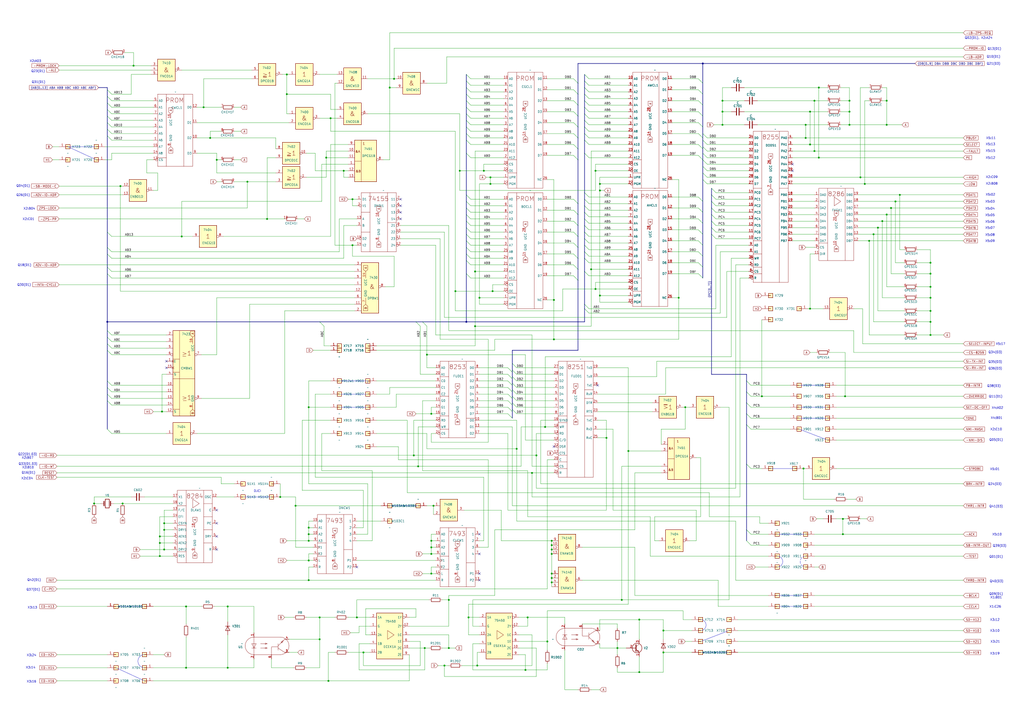
<source format=kicad_sch>
(kicad_sch (version 20231120) (generator "eeschema") (generator_version "8.0")
  (paper "A2")
  (lib_symbols
    (symbol "Connector_Generic:Conn_01x01" (pin_names (offset 1.016) hide)
      (property "Reference" "J" (at 0 2.54 0))
      (property "Value" "Conn_01x01" (at 0 -2.54 0))
      (symbol "Conn_01x01_1_1"
        (pin passive line (at -5.08 0 0) (length 3.81) (name "Pin_1") (number "1"))
      )
    )
    (symbol "Device:C" (pin_numbers hide) (pin_names (offset 0.254))
      (property "Reference" "C" (at 0.635 2.54 0))
      (property "Value" "C" (at 0.635 -2.54 0))
      (symbol "C_1_1"
        (pin passive line (at 0 3.81 270) (length 2.794) (name "~") (number "1"))
        (pin passive line (at 0 -3.81 90) (length 2.794) (name "~") (number "2"))
      )
    )
    (symbol "Device:Crystal" (pin_numbers hide) (pin_names (offset 1.016) hide)
      (property "Reference" "Y" (at 0 3.81 0))
      (property "Value" "Crystal" (at 0 -3.81 0))
      (symbol "Crystal_1_1"
        (pin passive line (at -3.81 0 0) (length 1.27) (name "1") (number "1"))
        (pin passive line (at 3.81 0 180) (length 1.27) (name "2") (number "2"))
      )
    )
    (symbol "Device:D" (pin_numbers hide) (pin_names (offset 1.016) hide)
      (property "Reference" "D" (at 0 2.54 0))
      (property "Value" "D" (at 0 -2.54 0))
      (symbol "D_1_1"
        (pin passive line (at -3.81 0 0) (length 2.54) (name "K") (number "1"))
        (pin passive line (at 3.81 0 180) (length 2.54) (name "A") (number "2"))
      )
    )
    (symbol "Device:R" (pin_numbers hide) (pin_names (offset 0))
      (property "Reference" "R" (at 2.032 0 90))
      (property "Value" "R" (at 0 0 90))
      (symbol "R_1_1"
        (pin passive line (at 0 3.81 270) (length 1.27) (name "~") (number "1"))
        (pin passive line (at 0 -3.81 90) (length 1.27) (name "~") (number "2"))
      )
    )
    (symbol "Device:R_Network07_Split" (pin_names (offset 0) hide)
      (property "Reference" "RN" (at 2.032 0 90))
      (property "Value" "R_Network07_Split" (at 0 0 90))
      (symbol "R_Network07_Split_0_1"
        (pin passive line (at 0 3.81 270) (length 1.27) (name "R1") (number "1"))
      )
      (symbol "R_Network07_Split_1_1"
        (pin passive line (at 0 -3.81 90) (length 1.27) (name "R1.2") (number "2"))
      )
      (symbol "R_Network07_Split_2_1"
        (pin passive line (at 0 -3.81 90) (length 1.27) (name "R2.2") (number "3"))
      )
      (symbol "R_Network07_Split_3_1"
        (pin passive line (at 0 -3.81 90) (length 1.27) (name "R3.2") (number "4"))
      )
      (symbol "R_Network07_Split_4_1"
        (pin passive line (at 0 -3.81 90) (length 1.27) (name "R4.2") (number "5"))
      )
      (symbol "R_Network07_Split_5_1"
        (pin passive line (at 0 -3.81 90) (length 1.27) (name "R5.2") (number "6"))
      )
      (symbol "R_Network07_Split_6_1"
        (pin passive line (at 0 -3.81 90) (length 1.27) (name "R6.2") (number "7"))
      )
      (symbol "R_Network07_Split_7_1"
        (pin passive line (at 0 -3.81 90) (length 1.27) (name "R7.2") (number "8"))
      )
    )
    (symbol "Device:R_Network08_Split" (pin_names (offset 0) hide)
      (property "Reference" "RN" (at 2.032 0 90))
      (property "Value" "R_Network08_Split" (at 0 0 90))
      (symbol "R_Network08_Split_0_1"
        (pin passive line (at 0 3.81 270) (length 1.27) (name "R1") (number "1"))
      )
      (symbol "R_Network08_Split_1_1"
        (pin passive line (at 0 -3.81 90) (length 1.27) (name "R1.2") (number "2"))
      )
      (symbol "R_Network08_Split_2_1"
        (pin passive line (at 0 -3.81 90) (length 1.27) (name "R2.2") (number "3"))
      )
      (symbol "R_Network08_Split_3_1"
        (pin passive line (at 0 -3.81 90) (length 1.27) (name "R3.2") (number "4"))
      )
      (symbol "R_Network08_Split_4_1"
        (pin passive line (at 0 -3.81 90) (length 1.27) (name "R4.2") (number "5"))
      )
      (symbol "R_Network08_Split_5_1"
        (pin passive line (at 0 -3.81 90) (length 1.27) (name "R5.2") (number "6"))
      )
      (symbol "R_Network08_Split_6_1"
        (pin passive line (at 0 -3.81 90) (length 1.27) (name "R6.2") (number "7"))
      )
      (symbol "R_Network08_Split_7_1"
        (pin passive line (at 0 -3.81 90) (length 1.27) (name "R7.2") (number "8"))
      )
      (symbol "R_Network08_Split_8_1"
        (pin passive line (at 0 -3.81 90) (length 1.27) (name "R8.2") (number "9"))
      )
    )
    (symbol "Device:R_Network09_Split" (pin_names (offset 0) hide)
      (property "Reference" "RN" (at 2.032 0 90))
      (property "Value" "R_Network09_Split" (at 0 0 90))
      (symbol "R_Network09_Split_0_1"
        (pin passive line (at 0 3.81 270) (length 1.27) (name "R1") (number "1"))
      )
      (symbol "R_Network09_Split_1_1"
        (pin passive line (at 0 -3.81 90) (length 1.27) (name "R1.2") (number "2"))
      )
      (symbol "R_Network09_Split_2_1"
        (pin passive line (at 0 -3.81 90) (length 1.27) (name "R2.2") (number "3"))
      )
      (symbol "R_Network09_Split_3_1"
        (pin passive line (at 0 -3.81 90) (length 1.27) (name "R3.2") (number "4"))
      )
      (symbol "R_Network09_Split_4_1"
        (pin passive line (at 0 -3.81 90) (length 1.27) (name "R4.2") (number "5"))
      )
      (symbol "R_Network09_Split_5_1"
        (pin passive line (at 0 -3.81 90) (length 1.27) (name "R5.2") (number "6"))
      )
      (symbol "R_Network09_Split_6_1"
        (pin passive line (at 0 -3.81 90) (length 1.27) (name "R6.2") (number "7"))
      )
      (symbol "R_Network09_Split_7_1"
        (pin passive line (at 0 -3.81 90) (length 1.27) (name "R7.2") (number "8"))
      )
      (symbol "R_Network09_Split_8_1"
        (pin passive line (at 0 -3.81 90) (length 1.27) (name "R8.2") (number "9"))
      )
      (symbol "R_Network09_Split_9_1"
        (pin passive line (at 0 -3.81 90) (length 1.27) (name "R9.2") (number "10"))
      )
    )
    (symbol "Optokoppler_1"
      (property "Reference" "U" (at 8.382 -9.906 0))
      (symbol "Optokoppler_1_1_1"
        (pin passive line (at 5.08 -10.16 90) (length 2.54) (name "") (number "1"))
        (pin passive line (at 5.08 5.08 270) (length 2.54) (name "") (number "2"))
        (pin passive line (at 25.4 -6.35 180) (length 2.54) (name "") (number "4"))
        (pin passive line (at 25.4 1.27 180) (length 2.54) (name "") (number "5"))
        (pin passive line (at 15.24 5.08 270) (length 2.54) (name "") (number "6"))
      )
    )
    (symbol "Robotron_Symbole:7400"
      (property "Reference" "U" (at 6.35 7.62 0))
      (property "Value" "7400" (at 5.08 -7.62 0))
      (symbol "7400_0_0"
        (text "&" (at 0 0 0) (effects (font (size 2.54 2.54))))
      )
      (symbol "7400_1_1"
        (pin input line (at -8.89 2.54 0) (length 3.81) (name "~") (number "1"))
        (pin input line (at -8.89 -2.54 0) (length 3.81) (name "~") (number "2"))
        (pin output inverted (at 8.89 0 180) (length 3.81) (name "~") (number "3"))
      )
      (symbol "7400_2_1"
        (pin input line (at -8.89 2.54 0) (length 3.81) (name "~") (number "4"))
        (pin input line (at -8.89 -2.54 0) (length 3.81) (name "~") (number "5"))
        (pin output inverted (at 8.89 0 180) (length 3.81) (name "~") (number "6"))
      )
      (symbol "7400_3_1"
        (pin input line (at -8.89 -2.54 0) (length 3.81) (name "~") (number "10"))
        (pin output inverted (at 8.89 0 180) (length 3.81) (name "~") (number "8"))
        (pin input line (at -8.89 2.54 0) (length 3.81) (name "~") (number "9"))
      )
      (symbol "7400_4_1"
        (pin output inverted (at 8.89 0 180) (length 3.81) (name "~") (number "11"))
        (pin input line (at -8.89 2.54 0) (length 3.81) (name "~") (number "12"))
        (pin input line (at -8.89 -2.54 0) (length 3.81) (name "~") (number "13"))
      )
      (symbol "7400_5_1"
        (pin power_in line (at 0 10.16 270) (length 3.81) (name "VCC") (number "14"))
        (pin power_in line (at 0 -10.16 90) (length 3.81) (name "GND") (number "7"))
      )
    )
    (symbol "Robotron_Symbole:7402"
      (property "Reference" "U" (at -2.794 -4.318 0))
      (property "Value" "7402" (at -0.254 3.81 0))
      (symbol "7402_0_0"
        (text ">1" (at 0 0 0) (effects (font (size 2.54 2.54))))
      )
      (symbol "7402_1_1"
        (pin output inverted (at 8.89 0 180) (length 3.81) (name "~") (number "1"))
        (pin input line (at -8.89 2.54 0) (length 3.81) (name "~") (number "2"))
        (pin input line (at -8.89 -2.54 0) (length 3.81) (name "~") (number "3"))
      )
      (symbol "7402_2_1"
        (pin output inverted (at 8.89 0 180) (length 3.81) (name "~") (number "4"))
        (pin input line (at -8.89 2.54 0) (length 3.81) (name "~") (number "5"))
        (pin input line (at -8.89 -2.54 0) (length 3.81) (name "~") (number "6"))
      )
      (symbol "7402_3_1"
        (pin output inverted (at 8.89 0 180) (length 3.81) (name "~") (number "10"))
        (pin input line (at -8.89 2.54 0) (length 3.81) (name "~") (number "8"))
        (pin input line (at -8.89 -2.54 0) (length 3.81) (name "~") (number "9"))
      )
      (symbol "7402_4_1"
        (pin input line (at -8.89 2.54 0) (length 3.81) (name "~") (number "11"))
        (pin input line (at -8.89 -2.54 0) (length 3.81) (name "~") (number "12"))
        (pin output inverted (at 8.89 0 180) (length 3.81) (name "~") (number "13"))
      )
      (symbol "7402_5_1"
        (pin power_in line (at 0 10.16 270) (length 3.81) (name "VCC") (number "14"))
        (pin power_in line (at 0 -10.16 90) (length 3.81) (name "GND") (number "7"))
      )
    )
    (symbol "Robotron_Symbole:7404"
      (property "Reference" "U" (at -3.556 -4.318 0))
      (property "Value" "7404" (at -0.508 3.81 0))
      (symbol "7404_0_0"
        (text "1" (at 0 0 0) (effects (font (size 2.54 2.54))))
      )
      (symbol "7404_1_1"
        (pin input line (at -8.89 0 0) (length 3.81) (name "~") (number "1"))
        (pin output inverted (at 8.89 0 180) (length 3.81) (name "~") (number "2"))
      )
      (symbol "7404_2_1"
        (pin input line (at -8.89 0 0) (length 3.81) (name "~") (number "3"))
        (pin output inverted (at 8.89 0 180) (length 3.81) (name "~") (number "4"))
      )
      (symbol "7404_3_1"
        (pin input line (at -8.89 0 0) (length 3.81) (name "~") (number "5"))
        (pin output inverted (at 8.89 0 180) (length 3.81) (name "~") (number "6"))
      )
      (symbol "7404_4_1"
        (pin output inverted (at 8.89 0 180) (length 3.81) (name "~") (number "8"))
        (pin input line (at -8.89 0 0) (length 3.81) (name "~") (number "9"))
      )
      (symbol "7404_5_1"
        (pin output inverted (at 8.89 0 180) (length 3.81) (name "~") (number "10"))
        (pin input line (at -8.89 0 0) (length 3.81) (name "~") (number "11"))
      )
      (symbol "7404_6_1"
        (pin output inverted (at 8.89 0 180) (length 3.81) (name "~") (number "12"))
        (pin input line (at -8.89 0 0) (length 3.81) (name "~") (number "13"))
      )
      (symbol "7404_7_1"
        (pin power_in line (at 0 10.16 270) (length 3.81) (name "VCC") (number "14"))
        (pin power_in line (at 0 -10.16 90) (length 3.81) (name "GND") (number "7"))
      )
    )
    (symbol "Robotron_Symbole:7408"
      (property "Reference" "U" (at 6.35 7.62 0))
      (property "Value" "7408" (at 5.08 -7.62 0))
      (symbol "7408_0_0"
        (text "&" (at 0 0 0) (effects (font (size 2.54 2.54))))
      )
      (symbol "7408_1_1"
        (pin input line (at -8.89 2.54 0) (length 3.81) (name "~") (number "1"))
        (pin input line (at -8.89 -2.54 0) (length 3.81) (name "~") (number "2"))
        (pin output line (at 8.89 0 180) (length 3.81) (name "~") (number "3"))
      )
      (symbol "7408_2_1"
        (pin input line (at -8.89 2.54 0) (length 3.81) (name "~") (number "4"))
        (pin input line (at -8.89 -2.54 0) (length 3.81) (name "~") (number "5"))
        (pin output line (at 8.89 0 180) (length 3.81) (name "~") (number "6"))
      )
      (symbol "7408_3_1"
        (pin input line (at -8.89 -2.54 0) (length 3.81) (name "~") (number "10"))
        (pin output line (at 8.89 0 180) (length 3.81) (name "~") (number "8"))
        (pin input line (at -8.89 2.54 0) (length 3.81) (name "~") (number "9"))
      )
      (symbol "7408_4_1"
        (pin output line (at 8.89 0 180) (length 3.81) (name "~") (number "11"))
        (pin input line (at -8.89 2.54 0) (length 3.81) (name "~") (number "12"))
        (pin input line (at -8.89 -2.54 0) (length 3.81) (name "~") (number "13"))
      )
      (symbol "7408_5_1"
        (pin power_in line (at 0 10.16 270) (length 3.81) (name "VCC") (number "14"))
        (pin power_in line (at 0 -10.16 90) (length 3.81) (name "GND") (number "7"))
      )
    )
    (symbol "Robotron_Symbole:7410"
      (property "Reference" "U" (at 6.35 7.62 0))
      (property "Value" "7410" (at 5.08 -7.62 0))
      (symbol "7410_0_0"
        (text "&" (at 0 0 0) (effects (font (size 2.54 2.54))))
      )
      (symbol "7410_1_1"
        (pin input line (at -8.89 2.54 0) (length 3.81) (name "~") (number "3"))
        (pin input line (at -8.89 0 0) (length 3.81) (name "~") (number "4"))
        (pin input line (at -8.89 -2.54 0) (length 3.81) (name "~") (number "5"))
        (pin output inverted (at 8.89 0 180) (length 3.81) (name "~") (number "6"))
      )
      (symbol "7410_2_1"
        (pin input line (at -8.89 2.54 0) (length 3.81) (name "~") (number "1"))
        (pin output inverted (at 8.89 0 180) (length 3.81) (name "~") (number "12"))
        (pin input line (at -8.89 -2.54 0) (length 3.81) (name "~") (number "13"))
        (pin input line (at -8.89 0 0) (length 3.81) (name "~") (number "2"))
      )
      (symbol "7410_3_1"
        (pin input line (at -8.89 0 0) (length 3.81) (name "~") (number "10"))
        (pin input line (at -8.89 2.54 0) (length 3.81) (name "~") (number "11"))
        (pin output inverted (at 8.89 0 180) (length 3.81) (name "~") (number "8"))
        (pin input line (at -8.89 -2.54 0) (length 3.81) (name "~") (number "9"))
      )
      (symbol "7410_4_1"
        (pin power_in line (at 0 10.16 270) (length 3.81) (name "VCC") (number "14"))
        (pin power_in line (at 0 -10.16 90) (length 3.81) (name "GND") (number "7"))
      )
    )
    (symbol "Robotron_Symbole:74140"
      (property "Reference" "U" (at 6.35 7.62 0))
      (property "Value" "74140" (at 3.302 -10.414 0))
      (symbol "74140_0_0"
        (text "&" (at 0 -0.762 0) (effects (font (size 2.54 2.54))))
      )
      (symbol "74140_1_1"
        (pin input line (at -8.89 2.54 0) (length 3.81) (name "~") (number "1"))
        (pin input line (at -8.89 2.54 0) (length 3.81) (name "~") (number "1"))
        (pin input line (at -8.89 0 0) (length 3.81) (name "~") (number "2"))
        (pin input line (at -8.89 0 0) (length 3.81) hide (name "~") (number "2"))
        (pin input line (at -8.89 -2.54 0) (length 3.81) (name "~") (number "4"))
        (pin input line (at -8.89 -5.08 0) (length 3.81) (name "~") (number "5"))
        (pin output inverted (at 8.89 -1.27 180) (length 3.81) (name "~") (number "6"))
      )
      (symbol "74140_2_1"
        (pin input line (at -8.89 0 0) (length 3.81) (name "~") (number "10"))
        (pin input line (at -8.89 -2.54 0) (length 3.81) (name "~") (number "12"))
        (pin input line (at -8.89 -5.08 0) (length 3.81) (name "~") (number "13"))
        (pin output inverted (at 8.89 -1.27 180) (length 3.81) (name "~") (number "8"))
        (pin input line (at -8.89 2.54 0) (length 3.81) (name "~") (number "9"))
      )
      (symbol "74140_3_1"
        (pin power_in line (at 0 10.16 270) (length 3.81) (name "VCC") (number "14"))
        (pin power_in line (at 0 10.16 270) (length 3.81) (name "VCC") (number "14"))
        (pin power_in line (at 0 10.16 270) (length 3.81) (name "VCC") (number "14"))
        (pin power_in line (at 0 -12.7 90) (length 3.81) (name "GND") (number "7"))
        (pin power_in line (at 0 -12.7 90) (length 3.81) (name "GND") (number "7"))
        (pin power_in line (at 0 -12.7 90) (length 3.81) (name "GND") (number "7"))
      )
    )
    (symbol "Robotron_Symbole:74155"
      (property "Reference" "U" (at 0 2.54 0))
      (symbol "74155_1_1"
        (text "74155" (at 12.446 0.254 0) (effects (font (size 2.54 2.54))))
        (pin input line (at 0 0 0) (length 2.54) (name "D1") (number "1"))
        (pin output inverted (at 25.4 -19.05 180) (length 2.54) (name "22") (number "10"))
        (pin output inverted (at 25.4 -22.86 180) (length 2.54) (name "23") (number "11"))
        (pin output inverted (at 25.4 -26.67 180) (length 2.54) (name "24") (number "12"))
        (pin input line (at 0 -11.43 0) (length 2.54) (name "A") (number "13"))
        (pin input line (at 0 -26.67 0) (length 2.54) (name "V2") (number "14"))
        (pin input inverted (at 0 -22.86 0) (length 2.54) (name "D2") (number "15"))
        (pin power_in line (at 12.7 -7.62 270) (length 2.54) (name "UCC") (number "16"))
        (pin input inverted (at 0 -3.81 0) (length 2.54) (name "V1") (number "2"))
        (pin input line (at 0 -15.24 0) (length 2.54) (name "B") (number "3"))
        (pin output inverted (at 25.4 -11.43 180) (length 2.54) (name "14") (number "4"))
        (pin output inverted (at 25.4 -7.62 180) (length 2.54) (name "13") (number "5"))
        (pin output inverted (at 25.4 -3.81 180) (length 2.54) (name "12") (number "6"))
        (pin output inverted (at 25.4 0 180) (length 2.54) (name "11") (number "7"))
        (pin power_in line (at 12.7 -24.13 90) (length 2.54) (name "GND") (number "8"))
        (pin output inverted (at 25.4 -15.24 180) (length 2.54) (name "21") (number "9"))
      )
    )
    (symbol "Robotron_Symbole:7423"
      (property "Reference" "U" (at 0.508 -2.286 0))
      (property "Value" "7423" (at 2.286 1.778 0))
      (symbol "7423_1_1"
        (text "-\n" (at 1.524 -8.382 0) (effects (font (size 2.54 2.54))))
        (text "-\n" (at 1.778 -34.036 0) (effects (font (size 2.54 2.54))))
        (text ">1\n" (at 2.794 -32.512 0) (effects (font (size 2.54 2.54))))
        (text ">1\n" (at 2.794 -6.858 0) (effects (font (size 2.54 2.54))))
        (pin input non_logic (at -8.89 -11.43 0) (length 3.81) (name "E") (number "1"))
        (pin input line (at -8.89 -25.4 0) (length 3.81) (name "") (number "10"))
        (pin input line (at -8.89 -29.21 0) (length 3.81) (name "") (number "11"))
        (pin input line (at -8.89 -40.64 0) (length 3.81) (name "S") (number "12"))
        (pin input line (at -8.89 -33.02 0) (length 3.81) (name "") (number "13"))
        (pin input line (at -8.89 -36.83 0) (length 3.81) (name "") (number "14"))
        (pin input non_logic (at -8.89 -15.24 0) (length 3.81) (name "") (number "15"))
        (pin power_in line (at 6.35 2.54 270) (length 3.81) (name "UCC") (number "16"))
        (pin input line (at -8.89 3.81 0) (length 3.81) (name "") (number "2"))
        (pin input line (at -8.89 0 0) (length 3.81) (name "") (number "3"))
        (pin input line (at -8.89 -19.05 0) (length 3.81) (name "S") (number "4"))
        (pin input line (at -8.89 -3.81 0) (length 3.81) (name "") (number "5"))
        (pin input inverted (at -8.89 -7.62 0) (length 3.81) (name "") (number "6"))
        (pin output inverted (at 11.43 -7.62 180) (length 3.81) (name "~") (number "7"))
        (pin power_in line (at 6.35 -39.37 90) (length 3.81) (name "GND") (number "8"))
        (pin output inverted (at 11.43 -33.02 180) (length 3.81) (name "~") (number "9"))
      )
    )
    (symbol "Robotron_Symbole:7430"
      (property "Reference" "U" (at -0.254 -15.494 0))
      (property "Value" "7430" (at 1.524 -1.016 0))
      (symbol "7430_0_0"
        (text "&" (at 1.27 -7.62 0) (effects (font (size 2.54 2.54))))
      )
      (symbol "7430_1_1"
        (pin input line (at -8.89 -6.35 0) (length 3.81) (name "~") (number "1"))
        (pin input line (at -8.89 -17.78 0) (length 3.81) (name "~") (number "11"))
        (pin input line (at -8.89 -10.16 0) (length 3.81) (name "~") (number "12"))
        (pin power_in line (at -2.54 1.27 270) (length 3.81) (name "UCC") (number "14"))
        (pin input line (at -8.89 -21.59 0) (length 3.81) (name "~") (number "2"))
        (pin input line (at -8.89 5.08 0) (length 3.81) (name "~") (number "3"))
        (pin input line (at -8.89 1.27 0) (length 3.81) (name "~") (number "4"))
        (pin input line (at -8.89 -2.54 0) (length 3.81) (name "~") (number "5"))
        (pin input line (at -8.89 -13.97 0) (length 3.81) (name "~") (number "6"))
        (pin power_in line (at -2.54 -17.78 90) (length 3.81) (name "GND") (number "7"))
        (pin output inverted (at 8.89 -7.62 180) (length 3.81) (name "~") (number "8"))
      )
    )
    (symbol "Robotron_Symbole:7451"
      (property "Reference" "U" (at 6.35 7.62 0))
      (property "Value" "7451" (at 5.588 -19.05 0))
      (symbol "7451_1_1"
        (text "&A" (at -3.302 0.254 0) (effects (font (size 1.27 1.27))))
        (text "&B" (at -3.302 -12.192 0) (effects (font (size 1.27 1.27))))
        (text "1" (at 0.762 4.318 0) (effects (font (size 1.27 1.27))))
        (pin input line (at -8.89 2.54 0) (length 3.81) (name "") (number "2"))
        (pin input line (at -8.89 -1.27 0) (length 3.81) (name "") (number "3"))
        (pin input line (at -8.89 -10.16 0) (length 3.81) (name "") (number "4"))
        (pin input line (at -8.89 -13.97 0) (length 3.81) (name "") (number "5"))
        (pin output inverted (at 11.43 -5.08 180) (length 3.81) (name "~") (number "6"))
      )
      (symbol "7451_2_1"
        (text "&A" (at -3.302 -0.254 0) (effects (font (size 1.27 1.27))))
        (text "&B" (at -3.048 -11.684 0) (effects (font (size 1.27 1.27))))
        (text "1" (at 0.254 4.318 0) (effects (font (size 1.27 1.27))))
        (pin input line (at -8.89 -7.62 0) (length 3.81) (name "") (number "1"))
        (pin input line (at -8.89 0 0) (length 3.81) (name "") (number "10"))
        (pin input line (at -8.89 -3.81 0) (length 3.81) (name "~") (number "11"))
        (pin input line (at -8.89 -11.43 0) (length 3.81) (name "") (number "12"))
        (pin input line (at -8.89 -15.24 0) (length 3.81) (name "") (number "13"))
        (pin output inverted (at 11.43 -5.08 180) (length 3.81) (name "") (number "8"))
        (pin input line (at -8.89 3.81 0) (length 3.81) (name "") (number "9"))
      )
      (symbol "7451_3_1"
        (text "C" (at -3.302 -3.81 0) (effects (font (size 1.27 1.27))))
        (text "D" (at -3.302 0 0) (effects (font (size 1.27 1.27))))
        (text "R" (at -3.302 -7.62 0) (effects (font (size 1.27 1.27))))
        (text "S" (at -3.048 3.81 0) (effects (font (size 1.27 1.27))))
        (pin power_in line (at 1.27 10.16 270) (length 3.81) (name "VCC") (number "14"))
        (pin power_in line (at 1.27 -21.59 90) (length 3.81) (name "GND") (number "7"))
      )
    )
    (symbol "Robotron_Symbole:7493"
      (property "Reference" "U" (at 0 2.54 0))
      (symbol "7493_1_1"
        (text "7493" (at 12.446 0.254 0) (effects (font (size 2.54 2.54))))
        (pin input line (at 0 -3.81 0) (length 2.54) (name "A1") (number "1"))
        (pin input line (at 0 -7.62 0) (length 2.54) (name "A2") (number "10"))
        (pin input inverted (at 0 -22.86 0) (length 2.54) (name "L") (number "11"))
        (pin output line (at 25.4 -22.86 180) (length 2.54) (name "P1") (number "12"))
        (pin output line (at 25.4 -26.67 180) (length 2.54) (name "P2") (number "13"))
        (pin input line (at 0 -26.67 0) (length 2.54) (name "R") (number "14"))
        (pin input line (at 0 0 0) (length 2.54) (name "A0") (number "15"))
        (pin power_in line (at 12.7 -7.62 270) (length 2.54) (name "UCC") (number "16"))
        (pin output line (at 25.4 -3.81 180) (length 2.54) (name "2") (number "2"))
        (pin output line (at 25.4 0 180) (length 2.54) (name "1") (number "3"))
        (pin input clock (at 0 -19.05 0) (length 2.54) (name "T2") (number "4"))
        (pin input clock (at 0 -15.24 0) (length 2.54) (name "T1") (number "5"))
        (pin output line (at 25.4 -7.62 180) (length 2.54) (name "3") (number "6"))
        (pin output line (at 25.4 -11.43 180) (length 2.54) (name "4") (number "7"))
        (pin power_in line (at 12.7 -24.13 90) (length 2.54) (name "GND") (number "8"))
        (pin input line (at 0 -11.43 0) (length 2.54) (name "A3") (number "9"))
      )
    )
    (symbol "Robotron_Symbole:75450"
      (property "Reference" "U" (at 2.286 3.302 0))
      (property "Value" "75450" (at 3.048 -17.018 0))
      (symbol "75450_1_1"
        (pin input line (at -8.89 -1.27 0) (length 3.81) (name "G") (number "1"))
        (pin output line (at 13.97 -13.97 180) (length 3.81) (name "2C") (number "10"))
        (pin input line (at -8.89 -16.51 0) (length 3.81) (name "2B") (number "11"))
        (pin output inverted (at 13.97 -1.27 180) (length 3.81) (name "2Y") (number "12"))
        (pin input line (at -8.89 -6.35 0) (length 3.81) (name "2A") (number "13"))
        (pin input line (at -8.89 3.81 0) (length 3.81) (name "1A") (number "2"))
        (pin output inverted (at 13.97 3.81 180) (length 3.81) (name "1Y") (number "3"))
        (pin input line (at -8.89 -11.43 0) (length 3.81) (name "1B") (number "4"))
        (pin output line (at 13.97 -6.35 180) (length 3.81) (name "1C") (number "5"))
        (pin output line (at 13.97 -10.16 180) (length 3.81) (name "1E") (number "6"))
        (pin output line (at 13.97 -17.78 180) (length 3.81) (name "2E") (number "9"))
      )
      (symbol "75450_2_1"
        (pin power_in line (at 0 10.16 270) (length 3.81) (name "UCC") (number "14"))
        (pin power_in line (at 0 -24.13 90) (length 3.81) (name "GND") (number "7"))
        (pin free line (at 5.08 10.16 270) (length 3.81) (name "SUB") (number "8"))
      )
    )
    (symbol "Robotron_Symbole:8251"
      (property "Reference" "U" (at 0 2.54 0))
      (symbol "8251_1_1"
        (text "8251" (at 12.7 0.508 0) (effects (font (size 2.54 2.54))))
        (pin bidirectional line (at 0 -7.62 0) (length 2.54) (name "D2") (number "1"))
        (pin input inverted (at 0 -34.29 0) (length 2.54) (name "WR") (number "10"))
        (pin input inverted (at 0 -57.15 0) (length 2.54) (name "CS") (number "11"))
        (pin input inverted (at 0 -41.91 0) (length 2.54) (name "C/D") (number "12"))
        (pin input inverted (at 0 -38.1 0) (length 2.54) (name "RD") (number "13"))
        (pin output line (at 25.4 -15.24 180) (length 2.54) (name "RxR") (number "14"))
        (pin output line (at 25.4 -5.08 180) (length 2.54) (name "TxR") (number "15"))
        (pin bidirectional line (at 0 -30.48 0) (length 2.54) (name "SYND") (number "16"))
        (pin input inverted (at 0 -49.53 0) (length 2.54) (name "CTS") (number "17"))
        (pin output line (at 25.4 -10.16 180) (length 2.54) (name "TxE") (number "18"))
        (pin output line (at 25.4 0 180) (length 2.54) (name "TxD") (number "19"))
        (pin bidirectional line (at 0 -11.43 0) (length 2.54) (name "D3") (number "2"))
        (pin input line (at 0 -53.34 0) (length 2.54) (name "C") (number "20"))
        (pin input inverted (at 0 -60.96 0) (length 2.54) (name "R") (number "21"))
        (pin input inverted (at 0 -45.72 0) (length 2.54) (name "DSR") (number "22"))
        (pin output line (at 25.4 -25.4 180) (length 2.54) (name "RTS") (number "23"))
        (pin output line (at 25.4 -20.32 180) (length 2.54) (name "DTR") (number "24"))
        (pin input line (at 25.4 -40.64 180) (length 2.54) (name "RxC") (number "25"))
        (pin power_in line (at 12.7 -12.7 270) (length 2.54) (name "UCC") (number "26"))
        (pin bidirectional line (at 0 0 0) (length 2.54) (name "D0") (number "27"))
        (pin bidirectional line (at 0 -3.81 0) (length 2.54) (name "D1") (number "28"))
        (pin input line (at 25.4 -35.56 180) (length 2.54) (name "RxD") (number "3"))
        (pin power_in line (at 12.7 -29.21 90) (length 2.54) (name "GND") (number "4"))
        (pin bidirectional line (at 0 -15.24 0) (length 2.54) (name "D4") (number "5"))
        (pin bidirectional line (at 0 -19.05 0) (length 2.54) (name "D5") (number "6"))
        (pin bidirectional line (at 0 -22.86 0) (length 2.54) (name "D6") (number "7"))
        (pin bidirectional line (at 0 -26.67 0) (length 2.54) (name "D7") (number "8"))
        (pin output line (at 25.4 -30.48 180) (length 2.54) (name "TxC") (number "9"))
      )
    )
    (symbol "Robotron_Symbole:8253"
      (property "Reference" "U" (at 0 2.54 0))
      (symbol "8253_1_1"
        (text "8253\n" (at 12.7 0.508 0) (effects (font (size 2.54 2.54))))
        (pin tri_state line (at 25.4 -26.67 180) (length 2.54) (name "D7") (number "1"))
        (pin output line (at 25.4 -30.48 180) (length 2.54) (name "O0") (number "10"))
        (pin input line (at 0 -19.05 0) (length 2.54) (name "G0") (number "11"))
        (pin power_in line (at 12.7 -29.21 90) (length 2.54) (name "GND") (number "12"))
        (pin output line (at 25.4 -34.29 180) (length 2.54) (name "O1") (number "13"))
        (pin input line (at 0 -22.86 0) (length 2.54) (name "G1") (number "14"))
        (pin input line (at 0 -11.43 0) (length 2.54) (name "C1") (number "15"))
        (pin input line (at 0 -26.67 0) (length 2.54) (name "G2") (number "16"))
        (pin output line (at 25.4 -38.1 180) (length 2.54) (name "O2") (number "17"))
        (pin input line (at 0 -15.24 0) (length 2.54) (name "C2") (number "18"))
        (pin input line (at 0 0 0) (length 2.54) (name "A0") (number "19"))
        (pin tri_state line (at 25.4 -22.86 180) (length 2.54) (name "D6") (number "2"))
        (pin input line (at 0 -3.81 0) (length 2.54) (name "A1") (number "20"))
        (pin input inverted (at 0 -38.1 0) (length 2.54) (name "CS") (number "21"))
        (pin input inverted (at 0 -30.48 0) (length 2.54) (name "RD") (number "22"))
        (pin input inverted (at 0 -34.29 0) (length 2.54) (name "WR") (number "23"))
        (pin power_in line (at 12.7 -12.7 270) (length 2.54) (name "UCC") (number "24"))
        (pin tri_state line (at 25.4 -19.05 180) (length 2.54) (name "D5") (number "3"))
        (pin tri_state line (at 25.4 -15.24 180) (length 2.54) (name "D4") (number "4"))
        (pin tri_state line (at 25.4 -11.43 180) (length 2.54) (name "D3") (number "5"))
        (pin tri_state line (at 25.4 -7.62 180) (length 2.54) (name "D2") (number "6"))
        (pin tri_state line (at 25.4 -3.81 180) (length 2.54) (name "D1") (number "7"))
        (pin tri_state line (at 25.4 0 180) (length 2.54) (name "D0") (number "8"))
        (pin input line (at 0 -7.62 0) (length 2.54) (name "C0") (number "9"))
      )
    )
    (symbol "Robotron_Symbole:8255"
      (property "Reference" "U" (at 0 2.54 0))
      (symbol "8255_1_1"
        (text "8255" (at 12.7 0.508 0) (effects (font (size 2.54 2.54))))
        (pin bidirectional line (at 25.4 -11.43 180) (length 2.54) (name "PA3") (number "1"))
        (pin bidirectional line (at 0 -58.42 0) (length 2.54) (name "PC7") (number "10"))
        (pin bidirectional line (at 0 -54.61 0) (length 2.54) (name "PC6") (number "11"))
        (pin bidirectional line (at 0 -50.8 0) (length 2.54) (name "PC5") (number "12"))
        (pin bidirectional line (at 0 -46.99 0) (length 2.54) (name "PC4") (number "13"))
        (pin bidirectional line (at 0 -31.75 0) (length 2.54) (name "PC0") (number "14"))
        (pin bidirectional line (at 0 -35.56 0) (length 2.54) (name "PC1") (number "15"))
        (pin bidirectional line (at 0 -39.37 0) (length 2.54) (name "PC2") (number "16"))
        (pin bidirectional line (at 0 -43.18 0) (length 2.54) (name "PC3") (number "17"))
        (pin bidirectional line (at 25.4 -33.02 180) (length 2.54) (name "PB0") (number "18"))
        (pin bidirectional line (at 25.4 -36.83 180) (length 2.54) (name "PB1") (number "19"))
        (pin bidirectional line (at 25.4 -7.62 180) (length 2.54) (name "PA2") (number "2"))
        (pin bidirectional line (at 25.4 -40.64 180) (length 2.54) (name "PB2") (number "20"))
        (pin bidirectional line (at 25.4 -44.45 180) (length 2.54) (name "PB3") (number "21"))
        (pin bidirectional line (at 25.4 -48.26 180) (length 2.54) (name "PB4") (number "22"))
        (pin bidirectional line (at 25.4 -52.07 180) (length 2.54) (name "PB5") (number "23"))
        (pin bidirectional line (at 25.4 -55.88 180) (length 2.54) (name "PB6") (number "24"))
        (pin bidirectional line (at 25.4 -59.69 180) (length 2.54) (name "PB7") (number "25"))
        (pin power_in line (at 12.7 -12.7 270) (length 2.54) (name "UCC") (number "26"))
        (pin bidirectional line (at 0 -26.67 0) (length 2.54) (name "D7") (number "27"))
        (pin bidirectional line (at 0 -22.86 0) (length 2.54) (name "D6") (number "28"))
        (pin bidirectional line (at 0 -19.05 0) (length 2.54) (name "D5") (number "29"))
        (pin bidirectional line (at 25.4 -3.81 180) (length 2.54) (name "PA1") (number "3"))
        (pin bidirectional line (at 0 -15.24 0) (length 2.54) (name "D4") (number "30"))
        (pin bidirectional line (at 0 -11.43 0) (length 2.54) (name "D3") (number "31"))
        (pin bidirectional line (at 0 -7.62 0) (length 2.54) (name "D2") (number "32"))
        (pin bidirectional line (at 0 -3.81 0) (length 2.54) (name "D1") (number "33"))
        (pin bidirectional line (at 0 0 0) (length 2.54) (name "D0") (number "34"))
        (pin input inverted (at 0 -81.28 0) (length 2.54) (name "R") (number "35"))
        (pin input inverted (at 0 -69.85 0) (length 2.54) (name "WR") (number "36"))
        (pin bidirectional line (at 25.4 -26.67 180) (length 2.54) (name "PA7") (number "37"))
        (pin bidirectional line (at 25.4 -22.86 180) (length 2.54) (name "PA6") (number "38"))
        (pin bidirectional line (at 25.4 -19.05 180) (length 2.54) (name "PA5") (number "39"))
        (pin bidirectional line (at 25.4 0 180) (length 2.54) (name "PA0") (number "4"))
        (pin bidirectional line (at 25.4 -15.24 180) (length 2.54) (name "PA4") (number "40"))
        (pin input inverted (at 0 -73.66 0) (length 2.54) (name "RD") (number "5"))
        (pin input inverted (at 0 -77.47 0) (length 2.54) (name "CS") (number "6"))
        (pin power_in line (at 12.7 -29.21 90) (length 2.54) (name "GND") (number "7"))
        (pin input line (at 0 -66.04 0) (length 2.54) (name "A1") (number "8"))
        (pin input line (at 0 -62.23 0) (length 2.54) (name "A0") (number "9"))
      )
    )
    (symbol "Robotron_Symbole:8284"
      (property "Reference" "U" (at 0 2.54 0))
      (symbol "8284_1_1"
        (text "8284" (at 12.7 0.508 0) (effects (font (size 2.54 2.54))))
        (pin input line (at 0 -15.24 0) (length 2.54) (name "CSYN") (number "1"))
        (pin output line (at 25.4 -30.48 180) (length 2.54) (name "R") (number "10"))
        (pin input inverted (at 0 -34.29 0) (length 2.54) (name "RES") (number "11"))
        (pin output line (at 25.4 0 180) (length 2.54) (name "OSC") (number "12"))
        (pin input line (at 0 -7.62 0) (length 2.54) (name "F/C") (number "13"))
        (pin input line (at 0 -11.43 0) (length 2.54) (name "EFI") (number "14"))
        (pin input line (at 0 -3.81 0) (length 2.54) (name "X2") (number "16"))
        (pin input line (at 0 0 0) (length 2.54) (name "X1") (number "17"))
        (pin power_in line (at 12.7 -15.24 270) (length 2.54) (name "UCC") (number "18"))
        (pin output line (at 25.4 -15.24 180) (length 2.54) (name "PC") (number "2"))
        (pin input inverted (at 0 -22.86 0) (length 2.54) (name "AEN1") (number "3"))
        (pin input line (at 0 -19.05 0) (length 2.54) (name "DRY1") (number "4"))
        (pin output line (at 25.4 -22.86 180) (length 2.54) (name "DRY") (number "5"))
        (pin input line (at 0 -30.48 0) (length 2.54) (name "DRY2") (number "6"))
        (pin input inverted (at 0 -26.67 0) (length 2.54) (name "AEN2") (number "7"))
        (pin output line (at 25.4 -7.62 180) (length 2.54) (name "C") (number "8"))
        (pin power_in line (at 12.7 -31.75 90) (length 2.54) (name "GND") (number "9"))
      )
    )
    (symbol "Robotron_Symbole:8286"
      (property "Reference" "U" (at 0 2.54 0))
      (symbol "8286_1_1"
        (text "8286" (at 12.7 0.508 0) (effects (font (size 2.54 2.54))))
        (pin bidirectional line (at 0 0 0) (length 2.54) (name "DA0") (number "1"))
        (pin power_in line (at 12.7 -29.21 90) (length 2.54) (name "GND") (number "10"))
        (pin input line (at 0 -34.29 0) (length 2.54) (name "DIR") (number "11"))
        (pin bidirectional line (at 25.4 -26.67 180) (length 2.54) (name "DB7") (number "12"))
        (pin bidirectional line (at 25.4 -22.86 180) (length 2.54) (name "DB6") (number "13"))
        (pin bidirectional line (at 25.4 -19.05 180) (length 2.54) (name "DB5") (number "14"))
        (pin bidirectional line (at 25.4 -15.24 180) (length 2.54) (name "DB4") (number "15"))
        (pin bidirectional line (at 25.4 -11.43 180) (length 2.54) (name "DB3") (number "16"))
        (pin bidirectional line (at 25.4 -7.62 180) (length 2.54) (name "DB2") (number "17"))
        (pin bidirectional line (at 25.4 -3.81 180) (length 2.54) (name "DB1") (number "18"))
        (pin bidirectional line (at 25.4 0 180) (length 2.54) (name "DB0") (number "19"))
        (pin bidirectional line (at 0 -3.81 0) (length 2.54) (name "DA1") (number "2"))
        (pin power_in line (at 12.7 -12.7 270) (length 2.54) (name "UCC") (number "20"))
        (pin bidirectional line (at 0 -7.62 0) (length 2.54) (name "DA2") (number "3"))
        (pin bidirectional line (at 0 -11.43 0) (length 2.54) (name "DA3") (number "4"))
        (pin bidirectional line (at 0 -15.24 0) (length 2.54) (name "DA4") (number "5"))
        (pin bidirectional line (at 0 -19.05 0) (length 2.54) (name "DA5") (number "6"))
        (pin bidirectional line (at 0 -22.86 0) (length 2.54) (name "DA6") (number "7"))
        (pin bidirectional line (at 0 -26.67 0) (length 2.54) (name "DA7") (number "8"))
        (pin input inverted (at 0 -30.48 0) (length 2.54) (name "CS") (number "9"))
      )
    )
    (symbol "Robotron_Symbole:EPROM_8Kx8"
      (property "Reference" "U" (at 0 2.54 0))
      (symbol "EPROM_8Kx8_1_1"
        (text "PROM" (at 12.446 0.254 0) (effects (font (size 2.54 2.54))))
        (pin input line (at 0 -57.15 0) (length 2.54) (name "UPR") (number "1"))
        (pin input line (at 0 0 0) (length 2.54) (name "A0") (number "10"))
        (pin tri_state line (at 25.4 0 180) (length 2.54) (name "D0") (number "11"))
        (pin tri_state line (at 25.4 -6.35 180) (length 2.54) (name "D1") (number "12"))
        (pin tri_state line (at 25.4 -12.7 180) (length 2.54) (name "D2") (number "13"))
        (pin power_in line (at 12.7 -33.02 90) (length 2.54) (name "GND") (number "14"))
        (pin tri_state line (at 25.4 -19.05 180) (length 2.54) (name "D3") (number "15"))
        (pin tri_state line (at 25.4 -25.4 180) (length 2.54) (name "D4") (number "16"))
        (pin tri_state line (at 25.4 -31.75 180) (length 2.54) (name "D5") (number "17"))
        (pin tri_state line (at 25.4 -38.1 180) (length 2.54) (name "D6") (number "18"))
        (pin tri_state line (at 25.4 -44.45 180) (length 2.54) (name "D7") (number "19"))
        (pin input line (at 0 -45.72 0) (length 2.54) (name "A12") (number "2"))
        (pin input inverted (at 0 -49.53 0) (length 2.54) (name "CS") (number "20"))
        (pin input line (at 0 -38.1 0) (length 2.54) (name "A10") (number "21"))
        (pin input inverted (at 0 -53.34 0) (length 2.54) (name "OE") (number "22"))
        (pin input line (at 0 -41.91 0) (length 2.54) (name "A11") (number "23"))
        (pin input line (at 0 -34.29 0) (length 2.54) (name "A9") (number "24"))
        (pin input line (at 0 -30.48 0) (length 2.54) (name "A8") (number "25"))
        (pin passive line (at 25.4 -58.42 180) (length 2.54) (name "NC") (number "26"))
        (pin input inverted (at 0 -60.96 0) (length 2.54) (name "PGM") (number "27"))
        (pin power_in line (at 12.7 -16.51 270) (length 2.54) (name "UCC") (number "28"))
        (pin input line (at 0 -26.67 0) (length 2.54) (name "A7") (number "3"))
        (pin input line (at 0 -22.86 0) (length 2.54) (name "A6") (number "4"))
        (pin input line (at 0 -19.05 0) (length 2.54) (name "A5") (number "5"))
        (pin input line (at 0 -15.24 0) (length 2.54) (name "A4") (number "6"))
        (pin input line (at 0 -11.43 0) (length 2.54) (name "A3") (number "7"))
        (pin input line (at 0 -7.62 0) (length 2.54) (name "A2") (number "8"))
        (pin input line (at 0 -3.81 0) (length 2.54) (name "A1") (number "9"))
      )
    )
    (symbol "Robotron_Symbole:Optokoppler"
      (property "Reference" "U" (at 8.382 -9.906 0))
      (symbol "Optokoppler_1_1"
        (pin passive line (at 5.08 -10.16 90) (length 2.54) (name "") (number "1"))
        (pin passive line (at 5.08 5.08 270) (length 2.54) (name "") (number "2"))
        (pin passive line (at 25.4 -6.35 180) (length 2.54) (name "") (number "4"))
        (pin passive line (at 25.4 1.27 180) (length 2.54) (name "") (number "5"))
        (pin passive line (at 15.24 5.08 270) (length 2.54) (name "") (number "6"))
      )
    )
    (symbol "Robotron_Symbole:PROM_512x4"
      (property "Reference" "U" (at 0 2.54 0))
      (symbol "PROM_512x4_1_1"
        (text "PROM" (at 12.446 0.254 0) (effects (font (size 2.54 2.54))))
        (pin input line (at 0 -22.86 0) (length 2.54) (name "A6") (number "1"))
        (pin bidirectional line (at 25.4 -21.59 180) (length 2.54) (name "D2") (number "10"))
        (pin bidirectional line (at 25.4 -12.7 180) (length 2.54) (name "D1") (number "11"))
        (pin bidirectional line (at 25.4 -3.81 180) (length 2.54) (name "D0") (number "12"))
        (pin input inverted (at 0 -34.29 0) (length 2.54) (name "CS") (number "13"))
        (pin input line (at 0 -30.48 0) (length 2.54) (name "A8") (number "14"))
        (pin input line (at 0 -26.67 0) (length 2.54) (name "A7") (number "15"))
        (pin power_in line (at 10.16 -7.62 270) (length 2.54) (name "UCC") (number "16"))
        (pin input line (at 0 -19.05 0) (length 2.54) (name "A5") (number "2"))
        (pin input line (at 0 -15.24 0) (length 2.54) (name "A4") (number "3"))
        (pin input line (at 0 -11.43 0) (length 2.54) (name "A3") (number "4"))
        (pin input line (at 0 0 0) (length 2.54) (name "A0") (number "5"))
        (pin input line (at 0 -3.81 0) (length 2.54) (name "A1") (number "6"))
        (pin input line (at 0 -7.62 0) (length 2.54) (name "A2") (number "7"))
        (pin power_in line (at 10.16 -26.67 90) (length 2.54) (name "GND") (number "8"))
        (pin bidirectional line (at 25.4 -30.48 180) (length 2.54) (name "D3") (number "9"))
      )
    )
    (symbol "Transistor_BJT:2N3904" (pin_names (offset 0) hide)
      (property "Reference" "Q" (at 5.08 1.905 0))
      (property "Value" "2N3904" (at 5.08 0 0))
      (symbol "2N3904_1_1"
        (pin passive line (at 2.54 -5.08 90) (length 2.54) (name "E") (number "1"))
        (pin passive line (at -5.08 0 0) (length 5.715) (name "B") (number "2"))
        (pin passive line (at 2.54 5.08 270) (length 2.54) (name "C") (number "3"))
      )
    )
  )
  (junction (at 469.9 83.82))
  (junction (at 132.08 387.35))
  (junction (at 514.35 72.39))
  (junction (at 345.44 167.64))
  (junction (at 539.75 158.75))
  (junction (at 488.95 300.99))
  (junction (at 179.07 336.55))
  (junction (at 419.1 58.42))
  (junction (at 474.98 50.8))
  (junction (at 242.57 270.51))
  (junction (at 467.36 72.39))
  (junction (at 364.49 261.62))
  (junction (at 284.48 102.87))
  (junction (at 191.77 68.58))
  (junction (at 105.41 137.16))
  (junction (at 95.25 303.53))
  (junction (at 519.43 116.84))
  (junction (at 320.04 335.28))
  (junction (at 358.14 375.92))
  (junction (at 393.7 172.72))
  (junction (at 204.47 115.57))
  (junction (at 342.9 156.21))
  (junction (at 278.13 172.72))
  (junction (at 539.75 172.72))
  (junction (at 441.96 229.87))
  (junction (at 132.08 351.79))
  (junction (at 321.31 173.99))
  (junction (at 280.67 99.06))
  (junction (at 472.44 87.63))
  (junction (at 320.04 337.82))
  (junction (at 166.37 54.61))
  (junction (at 93.98 238.76))
  (junction (at 514.35 124.46))
  (junction (at 488.95 309.88))
  (junction (at 71.12 292.1))
  (junction (at 210.82 378.46))
  (junction (at 250.19 317.5))
  (junction (at 539.75 194.31))
  (junction (at 154.94 127))
  (junction (at 179.07 309.88))
  (junction (at 275.59 189.23))
  (junction (at 250.19 321.31))
  (junction (at 95.25 307.34))
  (junction (at 284.48 106.68))
  (junction (at 509.27 132.08))
  (junction (at 506.73 135.89))
  (junction (at 270.51 186.69))
  (junction (at 276.86 386.08))
  (junction (at 499.11 102.87))
  (junction (at 514.35 58.42))
  (junction (at 171.45 293.37))
  (junction (at 226.06 50.8))
  (junction (at 539.75 186.69))
  (junction (at 320.04 321.31))
  (junction (at 199.39 99.06))
  (junction (at 179.07 313.69))
  (junction (at 492.76 72.39))
  (junction (at 320.04 332.74))
  (junction (at 397.51 236.22))
  (junction (at 492.76 64.77))
  (junction (at 62.23 186.69))
  (junction (at 251.46 293.37))
  (junction (at 516.89 120.65))
  (junction (at 275.59 157.48))
  (junction (at 228.6 45.72))
  (junction (at 250.19 332.74))
  (junction (at 143.51 105.41))
  (junction (at 320.04 318.77))
  (junction (at 490.22 229.87))
  (junction (at 539.75 166.37))
  (junction (at 539.75 152.4))
  (junction (at 469.9 179.07))
  (junction (at 204.47 142.24))
  (junction (at 504.19 139.7))
  (junction (at 185.42 358.14))
  (junction (at 467.36 80.01))
  (junction (at 407.67 36.83))
  (junction (at 317.5 372.11))
  (junction (at 95.25 318.77))
  (junction (at 419.1 64.77))
  (junction (at 69.85 107.95))
  (junction (at 107.95 387.35))
  (junction (at 347.98 171.45))
  (junction (at 264.16 168.91))
  (junction (at 271.78 358.14))
  (junction (at 370.84 389.89))
  (junction (at 351.79 254))
  (junction (at 474.98 91.44))
  (junction (at 77.47 38.1))
  (junction (at 246.38 375.92))
  (junction (at 419.1 72.39))
  (junction (at 54.61 292.1))
  (junction (at 285.75 168.91))
  (junction (at 320.04 316.23))
  (junction (at 166.37 43.18))
  (junction (at 511.81 128.27))
  (junction (at 179.07 236.22))
  (junction (at 260.35 347.98))
  (junction (at 501.65 106.68))
  (junction (at 345.44 99.06))
  (junction (at 521.97 113.03))
  (junction (at 472.44 58.42))
  (junction (at 190.5 394.97))
  (junction (at 466.09 271.78))
  (junction (at 321.31 196.85))
  (junction (at 207.01 358.14))
  (junction (at 266.7 99.06))
  (junction (at 360.68 347.98))
  (junction (at 179.07 306.07))
  (junction (at 240.03 264.16))
  (junction (at 539.75 180.34))
  (junction (at 250.19 313.69))
  (junction (at 299.72 260.35))
  (junction (at 92.71 322.58))
  (junction (at 260.35 375.92))
  (junction (at 247.65 205.74))
  (junction (at 125.73 92.71))
  (junction (at 492.76 58.42))
  (junction (at 92.71 311.15))
  (junction (at 118.11 62.23))
  (junction (at 121.92 80.01))
  (junction (at 92.71 314.96))
  (junction (at 308.61 274.32))
  (junction (at 320.04 313.69))
  (junction (at 311.15 264.16))
  (junction (at 107.95 351.79))
  (junction (at 347.98 106.68))
  (junction (at 257.81 386.08))
  (junction (at 250.19 240.03))
  (junction (at 347.98 110.49))
  (junction (at 179.07 325.12))
  (junction (at 306.07 358.14))
  (junction (at 304.8 388.62))
  (junction (at 316.23 247.65))
  (junction (at 384.81 378.46))
  (junction (at 185.42 370.84))
  (junction (at 469.9 64.77))
  (junction (at 370.84 359.41))
  (junction (at 189.23 91.44))
  (junction (at 384.81 365.76))
  (junction (at 162.56 288.29))
  (no_connect (at 125.73 295.91))
  (no_connect (at 278.13 321.31))
  (no_connect (at 346.71 223.52))
  (no_connect (at 321.31 259.08))
  (no_connect (at 125.73 303.53))
  (no_connect (at 232.41 127))
  (no_connect (at 459.74 99.06))
  (no_connect (at 232.41 123.19))
  (no_connect (at 278.13 332.74))
  (no_connect (at 96.52 209.55))
  (no_connect (at 232.41 119.38))
  (no_connect (at 207.01 328.93))
  (no_connect (at 459.74 95.25))
  (no_connect (at 125.73 311.15))
  (no_connect (at 96.52 213.36))
  (no_connect (at 125.73 318.77))
  (no_connect (at 232.41 115.57))
  (no_connect (at 278.13 336.55))
  (no_connect (at 278.13 309.88))
  (bus_entry (at 405.13 139.7) (size 2.54 2.54))
  (bus_entry (at 62.23 67.31) (size 2.54 2.54))
  (bus_entry (at 332.74 64.77) (size 2.54 2.54))
  (bus_entry (at 270.51 50.8) (size 2.54 2.54))
  (bus_entry (at 332.74 128.27) (size 2.54 2.54))
  (bus_entry (at 270.51 128.27) (size 2.54 2.54))
  (bus_entry (at 433.07 220.98) (size 2.54 2.54))
  (bus_entry (at 339.09 115.57) (size 2.54 2.54))
  (bus_entry (at 62.23 203.2) (size 2.54 2.54))
  (bus_entry (at 412.75 116.84) (size 2.54 2.54))
  (bus_entry (at 339.09 149.86) (size 2.54 2.54))
  (bus_entry (at 270.51 132.08) (size 2.54 2.54))
  (bus_entry (at 270.51 88.9) (size 2.54 2.54))
  (bus_entry (at 294.64 224.79) (size 2.54 2.54))
  (bus_entry (at 407.67 100.33) (size 2.54 2.54))
  (bus_entry (at 339.09 146.05) (size 2.54 2.54))
  (bus_entry (at 339.09 62.23) (size 2.54 2.54))
  (bus_entry (at 62.23 134.62) (size 2.54 2.54))
  (bus_entry (at 433.07 269.24) (size 2.54 2.54))
  (bus_entry (at 332.74 52.07) (size 2.54 2.54))
  (bus_entry (at 332.74 140.97) (size 2.54 2.54))
  (bus_entry (at 339.09 127) (size 2.54 2.54))
  (bus_entry (at 339.09 119.38) (size 2.54 2.54))
  (bus_entry (at 339.09 46.99) (size 2.54 2.54))
  (bus_entry (at 297.18 218.44) (size 2.54 2.54))
  (bus_entry (at 433.07 227.33) (size 2.54 2.54))
  (bus_entry (at 433.07 313.69) (size 2.54 2.54))
  (bus_entry (at 62.23 154.94) (size 2.54 2.54))
  (bus_entry (at 270.51 43.18) (size 2.54 2.54))
  (bus_entry (at 270.51 158.75) (size 2.54 2.54))
  (bus_entry (at 332.74 58.42) (size 2.54 2.54))
  (bus_entry (at 339.09 111.76) (size 2.54 2.54))
  (bus_entry (at 270.51 69.85) (size 2.54 2.54))
  (bus_entry (at 339.09 134.62) (size 2.54 2.54))
  (bus_entry (at 62.23 63.5) (size 2.54 2.54))
  (bus_entry (at 405.13 152.4) (size 2.54 2.54))
  (bus_entry (at 405.13 114.3) (size 2.54 2.54))
  (bus_entry (at 405.13 90.17) (size 2.54 2.54))
  (bus_entry (at 297.18 214.63) (size 2.54 2.54))
  (bus_entry (at 407.67 104.14) (size 2.54 2.54))
  (bus_entry (at 270.51 143.51) (size 2.54 2.54))
  (bus_entry (at 339.09 138.43) (size 2.54 2.54))
  (bus_entry (at 62.23 199.39) (size 2.54 2.54))
  (bus_entry (at 332.74 134.62) (size 2.54 2.54))
  (bus_entry (at 339.09 130.81) (size 2.54 2.54))
  (bus_entry (at 407.67 77.47) (size 2.54 2.54))
  (bus_entry (at 339.09 43.18) (size 2.54 2.54))
  (bus_entry (at 297.18 237.49) (size 2.54 2.54))
  (bus_entry (at 410.21 95.25) (size -2.54 -2.54))
  (bus_entry (at 433.07 307.34) (size 2.54 2.54))
  (bus_entry (at 405.13 71.12) (size 2.54 2.54))
  (bus_entry (at 297.18 222.25) (size 2.54 2.54))
  (bus_entry (at 339.09 142.24) (size 2.54 2.54))
  (bus_entry (at 270.51 66.04) (size 2.54 2.54))
  (bus_entry (at 433.07 246.38) (size 2.54 2.54))
  (bus_entry (at 294.64 240.03) (size 2.54 2.54))
  (bus_entry (at 62.23 52.07) (size 2.54 2.54))
  (bus_entry (at 433.07 240.03) (size 2.54 2.54))
  (bus_entry (at 405.13 120.65) (size 2.54 2.54))
  (bus_entry (at 294.64 232.41) (size 2.54 2.54))
  (bus_entry (at 297.18 233.68) (size 2.54 2.54))
  (bus_entry (at 270.51 77.47) (size 2.54 2.54))
  (bus_entry (at 62.23 74.93) (size 2.54 2.54))
  (bus_entry (at 405.13 52.07) (size 2.54 2.54))
  (bus_entry (at 62.23 55.88) (size 2.54 2.54))
  (bus_entry (at 241.3 186.69) (size 2.54 2.54))
  (bus_entry (at 332.74 45.72) (size 2.54 2.54))
  (bus_entry (at 297.18 210.82) (size 2.54 2.54))
  (bus_entry (at 294.64 217.17) (size 2.54 2.54))
  (bus_entry (at 405.13 45.72) (size 2.54 2.54))
  (bus_entry (at 332.74 115.57) (size 2.54 2.54))
  (bus_entry (at 339.09 73.66) (size 2.54 2.54))
  (bus_entry (at 62.23 78.74) (size 2.54 2.54))
  (bus_entry (at 405.13 127) (size 2.54 2.54))
  (bus_entry (at 270.51 81.28) (size 2.54 2.54))
  (bus_entry (at 270.51 135.89) (size 2.54 2.54))
  (bus_entry (at 332.74 121.92) (size 2.54 2.54))
  (bus_entry (at 62.23 232.41) (size 2.54 2.54))
  (bus_entry (at 332.74 71.12) (size 2.54 2.54))
  (bus_entry (at 339.09 81.28) (size 2.54 2.54))
  (bus_entry (at 294.64 213.36) (size 2.54 2.54))
  (bus_entry (at 332.74 77.47) (size 2.54 2.54))
  (bus_entry (at 412.75 113.03) (size 2.54 2.54))
  (bus_entry (at 62.23 59.69) (size 2.54 2.54))
  (bus_entry (at 332.74 153.67) (size 2.54 2.54))
  (bus_entry (at 332.74 83.82) (size 2.54 2.54))
  (bus_entry (at 297.18 229.87) (size 2.54 2.54))
  (bus_entry (at 270.51 62.23) (size 2.54 2.54))
  (bus_entry (at 412.75 132.08) (size 2.54 2.54))
  (bus_entry (at 412.75 109.22) (size 2.54 2.54))
  (bus_entry (at 412.75 128.27) (size 2.54 2.54))
  (bus_entry (at 270.51 147.32) (size 2.54 2.54))
  (bus_entry (at 294.64 228.6) (size 2.54 2.54))
  (bus_entry (at 62.23 228.6) (size 2.54 2.54))
  (bus_entry (at 339.09 157.48) (size 2.54 2.54))
  (bus_entry (at 405.13 158.75) (size 2.54 2.54))
  (bus_entry (at 405.13 64.77) (size 2.54 2.54))
  (bus_entry (at 339.09 179.07) (size 2.54 2.54))
  (bus_entry (at 270.51 139.7) (size 2.54 2.54))
  (bus_entry (at 407.67 81.28) (size 2.54 2.54))
  (bus_entry (at 339.09 66.04) (size 2.54 2.54))
  (bus_entry (at 62.23 71.12) (size 2.54 2.54))
  (bus_entry (at 270.51 120.65) (size 2.54 2.54))
  (bus_entry (at 185.42 186.69) (size 2.54 2.54))
  (bus_entry (at 339.09 58.42) (size 2.54 2.54))
  (bus_entry (at 62.23 248.92) (size 2.54 2.54))
  (bus_entry (at 332.74 160.02) (size 2.54 2.54))
  (bus_entry (at 339.09 77.47) (size 2.54 2.54))
  (bus_entry (at 339.09 69.85) (size 2.54 2.54))
  (bus_entry (at 62.23 191.77) (size 2.54 2.54))
  (bus_entry (at 294.64 236.22) (size 2.54 2.54))
  (bus_entry (at 412.75 124.46) (size 2.54 2.54))
  (bus_entry (at 62.23 220.98) (size 2.54 2.54))
  (bus_entry (at 270.51 58.42) (size 2.54 2.54))
  (bus_entry (at 62.23 147.32) (size 2.54 2.54))
  (bus_entry (at 407.67 85.09) (size 2.54 2.54))
  (bus_entry (at 339.09 123.19) (size 2.54 2.54))
  (bus_entry (at 270.51 113.03) (size 2.54 2.54))
  (bus_entry (at 62.23 158.75) (size 2.54 2.54))
  (bus_entry (at 62.23 224.79) (size 2.54 2.54))
  (bus_entry (at 270.51 116.84) (size 2.54 2.54))
  (bus_entry (at 62.23 143.51) (size 2.54 2.54))
  (bus_entry (at 405.13 83.82) (size 2.54 2.54))
  (bus_entry (at 270.51 46.99) (size 2.54 2.54))
  (bus_entry (at 339.09 54.61) (size 2.54 2.54))
  (bus_entry (at 62.23 195.58) (size 2.54 2.54))
  (bus_entry (at 332.74 147.32) (size 2.54 2.54))
  (bus_entry (at 405.13 133.35) (size 2.54 2.54))
  (bus_entry (at 407.67 96.52) (size 2.54 2.54))
  (bus_entry (at 405.13 146.05) (size 2.54 2.54))
  (bus_entry (at 339.09 50.8) (size 2.54 2.54))
  (bus_entry (at 270.51 54.61) (size 2.54 2.54))
  (bus_entry (at 297.18 226.06) (size 2.54 2.54))
  (bus_entry (at 405.13 58.42) (size 2.54 2.54))
  (bus_entry (at 433.07 233.68) (size 2.54 2.54))
  (bus_entry (at 270.51 73.66) (size 2.54 2.54))
  (bus_entry (at 412.75 120.65) (size 2.54 2.54))
  (bus_entry (at 339.09 176.53) (size 2.54 2.54))
  (bus_entry (at 339.09 88.9) (size 2.54 2.54))
  (bus_entry (at 407.67 88.9) (size 2.54 2.54))
  (bus_entry (at 294.64 220.98) (size 2.54 2.54))
  (bus_entry (at 270.51 124.46) (size 2.54 2.54))
  (bus_entry (at 412.75 135.89) (size 2.54 2.54))
  (bus_entry (at 270.51 151.13) (size 2.54 2.54))
  (bus_entry (at 245.11 186.69) (size 2.54 2.54))
  (bus_entry (at 405.13 77.47) (size 2.54 2.54))
  (bus_entry (at 332.74 90.17) (size 2.54 2.54))
  (wire (pts (xy 501.65 58.42) (xy 501.65 106.68)))
  (wire (pts (xy 370.84 359.41) (xy 347.98 359.41)))
  (wire (pts (xy 171.45 293.37) (xy 220.98 293.37)))
  (wire (pts (xy 271.78 358.14) (xy 278.13 358.14)))
  (bus (pts (xy 62.23 78.74) (xy 62.23 74.93)))
  (wire (pts (xy 492.76 64.77) (xy 492.76 72.39)))
  (bus (pts (xy 335.28 36.83) (xy 407.67 36.83)))
  (bus (pts (xy 335.28 67.31) (xy 335.28 73.66)))
  (wire (pts (xy 377.19 299.72) (xy 306.07 299.72)))
  (wire (pts (xy 243.84 386.08) (xy 210.82 386.08)))
  (wire (pts (xy 410.21 102.87) (xy 434.34 102.87)))
  (wire (pts (xy 532.13 166.37) (xy 539.75 166.37)))
  (bus (pts (xy 297.18 215.9) (xy 297.18 218.44)))
  (polyline (pts (xy 140.97 288.29) (xy 157.48 288.29)))
  (wire (pts (xy 341.63 148.59) (xy 364.49 148.59)))
  (wire (pts (xy 274.32 373.38) (xy 278.13 373.38)))
  (wire (pts (xy 306.07 363.22) (xy 306.07 358.14)))
  (wire (pts (xy 264.16 168.91) (xy 264.16 180.34)))
  (wire (pts (xy 252.73 194.31) (xy 308.61 194.31)))
  (wire (pts (xy 252.73 142.24) (xy 252.73 194.31)))
  (wire (pts (xy 345.44 163.83) (xy 345.44 167.64)))
  (wire (pts (xy 317.5 52.07) (xy 332.74 52.07)))
  (wire (pts (xy 278.13 313.69) (xy 280.67 313.69)))
  (wire (pts (xy 497.84 135.89) (xy 506.73 135.89)))
  (wire (pts (xy 92.71 322.58) (xy 100.33 322.58)))
  (wire (pts (xy 237.49 372.11) (xy 243.84 372.11)))
  (wire (pts (xy 87.63 43.18) (xy 76.2 43.18)))
  (bus (pts (xy 297.18 222.25) (xy 297.18 223.52)))
  (wire (pts (xy 474.98 50.8) (xy 480.06 50.8)))
  (wire (pts (xy 226.06 224.79) (xy 226.06 228.6)))
  (wire (pts (xy 64.77 201.93) (xy 96.52 201.93)))
  (wire (pts (xy 162.56 288.29) (xy 171.45 288.29)))
  (wire (pts (xy 64.77 58.42) (xy 88.9 58.42)))
  (wire (pts (xy 434.34 146.05) (xy 417.83 146.05)))
  (bus (pts (xy 407.67 154.94) (xy 407.67 161.29)))
  (wire (pts (xy 194.31 378.46) (xy 190.5 378.46)))
  (wire (pts (xy 539.75 194.31) (xy 547.37 194.31)))
  (wire (pts (xy 64.77 146.05) (xy 196.85 146.05)))
  (wire (pts (xy 415.29 138.43) (xy 434.34 138.43)))
  (wire (pts (xy 273.05 130.81) (xy 292.1 130.81)))
  (wire (pts (xy 346.71 218.44) (xy 381 218.44)))
  (wire (pts (xy 266.7 66.04) (xy 266.7 99.06)))
  (wire (pts (xy 251.46 293.37) (xy 251.46 298.45)))
  (bus (pts (xy 339.09 119.38) (xy 339.09 123.19)))
  (wire (pts (xy 260.35 375.92) (xy 264.16 375.92)))
  (wire (pts (xy 410.21 80.01) (xy 434.34 80.01)))
  (wire (pts (xy 250.19 332.74) (xy 252.73 332.74)))
  (wire (pts (xy 218.44 251.46) (xy 247.65 251.46)))
  (bus (pts (xy 297.18 218.44) (xy 297.18 219.71)))
  (bus (pts (xy 339.09 58.42) (xy 339.09 62.23)))
  (wire (pts (xy 396.24 359.41) (xy 396.24 354.33)))
  (wire (pts (xy 166.37 43.18) (xy 166.37 54.61)))
  (wire (pts (xy 308.61 368.3) (xy 308.61 386.08)))
  (bus (pts (xy 339.09 46.99) (xy 339.09 50.8)))
  (bus (pts (xy 339.09 130.81) (xy 339.09 134.62)))
  (wire (pts (xy 299.72 236.22) (xy 321.31 236.22)))
  (wire (pts (xy 459.74 80.01) (xy 467.36 80.01)))
  (wire (pts (xy 182.88 99.06) (xy 199.39 99.06)))
  (wire (pts (xy 459.74 139.7) (xy 472.44 139.7)))
  (wire (pts (xy 422.91 347.98) (xy 422.91 236.22)))
  (wire (pts (xy 264.16 76.2) (xy 264.16 168.91)))
  (wire (pts (xy 260.35 375.92) (xy 260.35 368.3)))
  (wire (pts (xy 320.04 340.36) (xy 320.04 337.82)))
  (wire (pts (xy 370.84 381) (xy 370.84 389.89)))
  (wire (pts (xy 341.63 57.15) (xy 364.49 57.15)))
  (wire (pts (xy 69.85 168.91) (xy 69.85 107.95)))
  (wire (pts (xy 273.05 80.01) (xy 292.1 80.01)))
  (wire (pts (xy 321.31 243.84) (xy 313.69 243.84)))
  (polyline (pts (xy 213.36 220.98) (xy 213.36 222.25)))
  (wire (pts (xy 368.3 274.32) (xy 383.54 274.32)))
  (wire (pts (xy 274.32 388.62) (xy 274.32 373.38)))
  (wire (pts (xy 469.9 64.77) (xy 469.9 83.82)))
  (wire (pts (xy 499.11 300.99) (xy 502.92 300.99)))
  (wire (pts (xy 88.9 110.49) (xy 91.44 110.49)))
  (wire (pts (xy 379.73 299.72) (xy 379.73 313.69)))
  (wire (pts (xy 467.36 72.39) (xy 467.36 80.01)))
  (wire (pts (xy 167.64 66.04) (xy 166.37 66.04)))
  (wire (pts (xy 232.41 134.62) (xy 257.81 134.62)))
  (wire (pts (xy 415.29 123.19) (xy 434.34 123.19)))
  (wire (pts (xy 292.1 165.1) (xy 285.75 165.1)))
  (bus (pts (xy 62.23 228.6) (xy 62.23 232.41)))
  (wire (pts (xy 210.82 386.08) (xy 210.82 378.46)))
  (wire (pts (xy 438.15 328.93) (xy 445.77 328.93)))
  (wire (pts (xy 317.5 134.62) (xy 332.74 134.62)))
  (bus (pts (xy 339.09 127) (xy 339.09 130.81)))
  (wire (pts (xy 181.61 309.88) (xy 179.07 309.88)))
  (wire (pts (xy 317.5 372.11) (xy 317.5 377.19)))
  (wire (pts (xy 81.28 322.58) (xy 92.71 322.58)))
  (bus (pts (xy 339.09 50.8) (xy 339.09 54.61)))
  (wire (pts (xy 226.06 50.8) (xy 226.06 92.71)))
  (wire (pts (xy 299.72 220.98) (xy 321.31 220.98)))
  (wire (pts (xy 292.1 102.87) (xy 284.48 102.87)))
  (bus (pts (xy 339.09 88.9) (xy 339.09 111.76)))
  (wire (pts (xy 341.63 83.82) (xy 364.49 83.82)))
  (wire (pts (xy 280.67 95.25) (xy 292.1 95.25)))
  (bus (pts (xy 270.51 113.03) (xy 270.51 116.84)))
  (wire (pts (xy 179.07 302.26) (xy 179.07 306.07)))
  (wire (pts (xy 368.3 317.5) (xy 368.3 345.44)))
  (wire (pts (xy 283.21 266.7) (xy 231.14 266.7)))
  (wire (pts (xy 278.13 247.65) (xy 297.18 247.65)))
  (wire (pts (xy 240.03 264.16) (xy 311.15 264.16)))
  (wire (pts (xy 240.03 243.84) (xy 240.03 264.16)))
  (wire (pts (xy 85.09 92.71) (xy 88.9 92.71)))
  (wire (pts (xy 491.49 289.56) (xy 496.57 289.56)))
  (wire (pts (xy 472.44 309.88) (xy 488.95 309.88)))
  (wire (pts (xy 435.61 236.22) (xy 458.47 236.22)))
  (wire (pts (xy 410.21 83.82) (xy 434.34 83.82)))
  (wire (pts (xy 306.07 299.72) (xy 306.07 273.05)))
  (wire (pts (xy 317.5 45.72) (xy 332.74 45.72)))
  (wire (pts (xy 232.41 142.24) (xy 252.73 142.24)))
  (bus (pts (xy 335.28 60.96) (xy 335.28 67.31)))
  (wire (pts (xy 77.47 30.48) (xy 77.47 38.1)))
  (bus (pts (xy 407.67 77.47) (xy 407.67 80.01)))
  (wire (pts (xy 287.02 196.85) (xy 321.31 196.85)))
  (wire (pts (xy 163.83 43.18) (xy 166.37 43.18)))
  (wire (pts (xy 160.02 80.01) (xy 160.02 86.36)))
  (wire (pts (xy 389.89 158.75) (xy 405.13 158.75)))
  (wire (pts (xy 250.19 236.22) (xy 250.19 240.03)))
  (wire (pts (xy 346.71 228.6) (xy 386.08 228.6)))
  (wire (pts (xy 252.73 328.93) (xy 250.19 328.93)))
  (wire (pts (xy 472.44 316.23) (xy 558.8 316.23)))
  (wire (pts (xy 358.14 372.11) (xy 358.14 375.92)))
  (wire (pts (xy 278.13 176.53) (xy 292.1 176.53)))
  (wire (pts (xy 403.86 295.91) (xy 355.6 295.91)))
  (wire (pts (xy 260.35 130.81) (xy 260.35 191.77)))
  (bus (pts (xy 270.51 66.04) (xy 270.51 69.85)))
  (wire (pts (xy 147.32 367.03) (xy 147.32 351.79)))
  (wire (pts (xy 64.77 161.29) (xy 205.74 161.29)))
  (bus (pts (xy 297.18 237.49) (xy 297.18 238.76)))
  (wire (pts (xy 427.99 378.46) (xy 558.8 378.46)))
  (wire (pts (xy 107.95 351.79) (xy 107.95 361.95)))
  (wire (pts (xy 259.08 33.02) (xy 558.8 33.02)))
  (wire (pts (xy 194.31 48.26) (xy 194.31 142.24)))
  (bus (pts (xy 407.67 67.31) (xy 407.67 73.66)))
  (wire (pts (xy 245.11 232.41) (xy 252.73 232.41)))
  (wire (pts (xy 196.85 127) (xy 196.85 146.05)))
  (wire (pts (xy 250.19 313.69) (xy 250.19 317.5)))
  (wire (pts (xy 215.9 313.69) (xy 215.9 273.05)))
  (wire (pts (xy 317.5 173.99) (xy 321.31 173.99)))
  (wire (pts (xy 341.63 114.3) (xy 364.49 114.3)))
  (wire (pts (xy 384.81 365.76) (xy 384.81 370.84)))
  (bus (pts (xy 433.07 307.34) (xy 433.07 313.69)))
  (wire (pts (xy 146.05 45.72) (xy 118.11 45.72)))
  (wire (pts (xy 201.93 87.63) (xy 189.23 87.63)))
  (wire (pts (xy 273.05 72.39) (xy 292.1 72.39)))
  (wire (pts (xy 351.79 254) (xy 351.79 295.91)))
  (wire (pts (xy 275.59 87.63) (xy 275.59 157.48)))
  (bus (pts (xy 339.09 123.19) (xy 339.09 127)))
  (bus (pts (xy 407.67 81.28) (xy 407.67 85.09)))
  (wire (pts (xy 273.05 142.24) (xy 292.1 142.24)))
  (bus (pts (xy 62.23 55.88) (xy 62.23 52.07)))
  (wire (pts (xy 255.27 196.85) (xy 283.21 196.85)))
  (wire (pts (xy 337.82 361.95) (xy 358.14 361.95)))
  (wire (pts (xy 207.01 306.07) (xy 210.82 306.07)))
  (wire (pts (xy 499.11 50.8) (xy 499.11 102.87)))
  (wire (pts (xy 341.63 137.16) (xy 364.49 137.16)))
  (wire (pts (xy 341.63 129.54) (xy 364.49 129.54)))
  (bus (pts (xy 270.51 128.27) (xy 270.51 132.08)))
  (wire (pts (xy 201.93 102.87) (xy 199.39 102.87)))
  (wire (pts (xy 271.78 350.52) (xy 364.49 350.52)))
  (wire (pts (xy 143.51 105.41) (xy 160.02 105.41)))
  (bus (pts (xy 339.09 157.48) (xy 339.09 176.53)))
  (wire (pts (xy 485.14 229.87) (xy 490.22 229.87)))
  (wire (pts (xy 283.21 266.7) (xy 283.21 317.5)))
  (bus (pts (xy 62.23 186.69) (xy 62.23 158.75)))
  (wire (pts (xy 419.1 64.77) (xy 419.1 72.39)))
  (wire (pts (xy 179.07 236.22) (xy 179.07 280.67)))
  (wire (pts (xy 431.8 50.8) (xy 474.98 50.8)))
  (wire (pts (xy 435.61 229.87) (xy 441.96 229.87)))
  (wire (pts (xy 64.77 69.85) (xy 88.9 69.85)))
  (wire (pts (xy 294.64 295.91) (xy 294.64 251.46)))
  (wire (pts (xy 317.5 140.97) (xy 332.74 140.97)))
  (bus (pts (xy 270.51 147.32) (xy 270.51 151.13)))
  (wire (pts (xy 308.61 194.31) (xy 308.61 270.51)))
  (wire (pts (xy 406.4 265.43) (xy 406.4 299.72)))
  (wire (pts (xy 260.35 347.98) (xy 260.35 345.44)))
  (wire (pts (xy 284.48 106.68) (xy 278.13 106.68)))
  (wire (pts (xy 414.02 72.39) (xy 419.1 72.39)))
  (wire (pts (xy 160.02 100.33) (xy 125.73 100.33)))
  (wire (pts (xy 92.71 314.96) (xy 92.71 322.58)))
  (polyline (pts (xy 406.4 378.46) (xy 422.91 378.46)))
  (wire (pts (xy 379.73 313.69) (xy 382.27 313.69)))
  (polyline (pts (xy 196.85 236.22) (xy 213.36 236.22)))
  (wire (pts (xy 389.89 114.3) (xy 405.13 114.3)))
  (wire (pts (xy 317.5 90.17) (xy 332.74 90.17)))
  (wire (pts (xy 166.37 313.69) (xy 179.07 313.69)))
  (wire (pts (xy 431.8 64.77) (xy 469.9 64.77)))
  (wire (pts (xy 485.14 300.99) (xy 488.95 300.99)))
  (wire (pts (xy 271.78 358.14) (xy 271.78 350.52)))
  (wire (pts (xy 415.29 142.24) (xy 415.29 179.07)))
  (wire (pts (xy 185.42 370.84) (xy 185.42 387.35)))
  (wire (pts (xy 237.49 375.92) (xy 246.38 375.92)))
  (wire (pts (xy 297.18 293.37) (xy 558.8 293.37)))
  (wire (pts (xy 64.77 54.61) (xy 76.2 54.61)))
  (wire (pts (xy 72.39 30.48) (xy 77.47 30.48)))
  (wire (pts (xy 60.96 92.71) (xy 64.77 92.71)))
  (wire (pts (xy 383.54 257.81) (xy 383.54 248.92)))
  (wire (pts (xy 185.42 358.14) (xy 194.31 358.14)))
  (wire (pts (xy 299.72 243.84) (xy 299.72 260.35)))
  (wire (pts (xy 34.29 113.03) (xy 71.12 113.03)))
  (wire (pts (xy 439.42 58.42) (xy 472.44 58.42)))
  (wire (pts (xy 236.22 285.75) (xy 411.48 285.75)))
  (wire (pts (xy 422.91 236.22) (xy 417.83 236.22)))
  (wire (pts (xy 514.35 124.46) (xy 514.35 166.37)))
  (wire (pts (xy 514.35 124.46) (xy 558.8 124.46)))
  (wire (pts (xy 304.8 255.27) (xy 304.8 205.74)))
  (wire (pts (xy 71.12 292.1) (xy 100.33 292.1)))
  (wire (pts (xy 321.31 173.99) (xy 321.31 196.85)))
  (wire (pts (xy 118.11 62.23) (xy 128.27 62.23)))
  (wire (pts (xy 304.8 379.73) (xy 304.8 388.62)))
  (wire (pts (xy 346.71 233.68) (xy 378.46 233.68)))
  (wire (pts (xy 54.61 288.29) (xy 76.2 288.29)))
  (wire (pts (xy 116.84 351.79) (xy 107.95 351.79)))
  (bus (pts (xy 270.51 120.65) (xy 270.51 124.46)))
  (wire (pts (xy 201.93 95.25) (xy 186.69 95.25)))
  (wire (pts (xy 218.44 203.2) (xy 287.02 203.2)))
  (wire (pts (xy 316.23 247.65) (xy 316.23 207.01)))
  (wire (pts (xy 539.75 152.4) (xy 539.75 158.75)))
  (wire (pts (xy 33.02 341.63) (xy 317.5 341.63)))
  (wire (pts (xy 191.77 200.66) (xy 187.96 200.66)))
  (wire (pts (xy 419.1 58.42) (xy 419.1 64.77)))
  (wire (pts (xy 100.33 299.72) (xy 92.71 299.72)))
  (wire (pts (xy 320.04 316.23) (xy 320.04 313.69)))
  (wire (pts (xy 160.02 91.44) (xy 154.94 91.44)))
  (wire (pts (xy 440.69 303.53) (xy 445.77 303.53)))
  (wire (pts (xy 345.44 110.49) (xy 345.44 99.06)))
  (wire (pts (xy 469.9 64.77) (xy 480.06 64.77)))
  (wire (pts (xy 273.05 161.29) (xy 292.1 161.29)))
  (wire (pts (xy 459.74 113.03) (xy 472.44 113.03)))
  (wire (pts (xy 389.89 139.7) (xy 405.13 139.7)))
  (wire (pts (xy 383.54 248.92) (xy 397.51 248.92)))
  (bus (pts (xy 270.51 139.7) (xy 270.51 143.51)))
  (wire (pts (xy 317.5 388.62) (xy 304.8 388.62)))
  (wire (pts (xy 317.5 104.14) (xy 321.31 104.14)))
  (wire (pts (xy 274.32 347.98) (xy 360.68 347.98)))
  (wire (pts (xy 147.32 382.27) (xy 147.32 387.35)))
  (bus (pts (xy 62.23 59.69) (xy 62.23 55.88)))
  (wire (pts (xy 483.87 289.56) (xy 466.09 289.56)))
  (wire (pts (xy 255.27 138.43) (xy 232.41 138.43)))
  (wire (pts (xy 208.28 363.22) (xy 208.28 367.03)))
  (wire (pts (xy 107.95 369.57) (xy 107.95 387.35)))
  (wire (pts (xy 252.73 313.69) (xy 250.19 313.69)))
  (wire (pts (xy 124.46 351.79) (xy 132.08 351.79)))
  (wire (pts (xy 207.01 309.88) (xy 213.36 309.88)))
  (wire (pts (xy 64.77 157.48) (xy 205.74 157.48)))
  (wire (pts (xy 264.16 168.91) (xy 285.75 168.91)))
  (wire (pts (xy 524.51 166.37) (xy 514.35 166.37)))
  (wire (pts (xy 278.13 240.03) (xy 294.64 240.03)))
  (bus (pts (xy 339.09 77.47) (xy 339.09 81.28)))
  (wire (pts (xy 347.98 359.41) (xy 347.98 365.76)))
  (wire (pts (xy 426.72 153.67) (xy 434.34 153.67)))
  (wire (pts (xy 266.7 110.49) (xy 345.44 110.49)))
  (wire (pts (xy 33.02 336.55) (xy 179.07 336.55)))
  (wire (pts (xy 311.15 375.92) (xy 311.15 392.43)))
  (wire (pts (xy 424.18 207.01) (xy 424.18 149.86)))
  (wire (pts (xy 81.28 318.77) (xy 95.25 318.77)))
  (wire (pts (xy 58.42 292.1) (xy 54.61 292.1)))
  (wire (pts (xy 114.3 251.46) (xy 165.1 251.46)))
  (bus (pts (xy 433.07 227.33) (xy 433.07 233.68)))
  (wire (pts (xy 95.25 303.53) (xy 95.25 307.34)))
  (wire (pts (xy 415.29 134.62) (xy 434.34 134.62)))
  (wire (pts (xy 33.02 379.73) (xy 62.23 379.73)))
  (wire (pts (xy 335.28 400.05) (xy 327.66 400.05)))
  (wire (pts (xy 317.5 266.7) (xy 317.5 341.63)))
  (wire (pts (xy 427.99 359.41) (xy 558.8 359.41)))
  (wire (pts (xy 201.93 115.57) (xy 204.47 115.57)))
  (wire (pts (xy 64.77 77.47) (xy 88.9 77.47)))
  (wire (pts (xy 341.63 125.73) (xy 364.49 125.73)))
  (wire (pts (xy 509.27 132.08) (xy 558.8 132.08)))
  (bus (pts (xy 270.51 135.89) (xy 270.51 139.7)))
  (wire (pts (xy 248.92 347.98) (xy 207.01 347.98)))
  (wire (pts (xy 228.6 166.37) (xy 223.52 166.37)))
  (wire (pts (xy 226.06 50.8) (xy 226.06 19.05)))
  (wire (pts (xy 228.6 27.94) (xy 558.8 27.94)))
  (wire (pts (xy 259.08 48.26) (xy 259.08 33.02)))
  (wire (pts (xy 327.66 358.14) (xy 327.66 361.95)))
  (wire (pts (xy 273.05 153.67) (xy 292.1 153.67)))
  (wire (pts (xy 215.9 273.05) (xy 186.69 273.05)))
  (wire (pts (xy 524.51 152.4) (xy 519.43 152.4)))
  (wire (pts (xy 389.89 77.47) (xy 405.13 77.47)))
  (wire (pts (xy 441.96 229.87) (xy 458.47 229.87)))
  (bus (pts (xy 335.28 54.61) (xy 335.28 60.96)))
  (wire (pts (xy 252.73 236.22) (xy 250.19 236.22)))
  (wire (pts (xy 347.98 102.87) (xy 347.98 106.68)))
  (wire (pts (xy 92.71 311.15) (xy 100.33 311.15)))
  (wire (pts (xy 441.96 185.42) (xy 441.96 229.87)))
  (wire (pts (xy 321.31 104.14) (xy 321.31 173.99)))
  (bus (pts (xy 407.67 36.83) (xy 530.86 36.83)))
  (wire (pts (xy 320.04 337.82) (xy 320.04 335.28)))
  (wire (pts (xy 241.3 240.03) (xy 250.19 240.03)))
  (wire (pts (xy 252.73 217.17) (xy 243.84 217.17)))
  (wire (pts (xy 213.36 45.72) (xy 228.6 45.72)))
  (wire (pts (xy 389.89 127) (xy 405.13 127)))
  (wire (pts (xy 421.64 184.15) (xy 421.64 157.48)))
  (wire (pts (xy 504.19 139.7) (xy 558.8 139.7)))
  (bus (pts (xy 407.67 116.84) (xy 407.67 123.19)))
  (wire (pts (xy 389.89 104.14) (xy 393.7 104.14)))
  (wire (pts (xy 77.47 38.1) (xy 87.63 38.1)))
  (wire (pts (xy 125.73 105.41) (xy 128.27 105.41)))
  (wire (pts (xy 191.77 83.82) (xy 191.77 137.16)))
  (wire (pts (xy 386.08 228.6) (xy 386.08 213.36)))
  (wire (pts (xy 435.61 309.88) (xy 445.77 309.88)))
  (wire (pts (xy 415.29 130.81) (xy 434.34 130.81)))
  (wire (pts (xy 147.32 351.79) (xy 132.08 351.79)))
  (wire (pts (xy 345.44 95.25) (xy 364.49 95.25)))
  (wire (pts (xy 247.65 251.46) (xy 247.65 260.35)))
  (wire (pts (xy 165.1 180.34) (xy 205.74 180.34)))
  (wire (pts (xy 191.77 68.58) (xy 191.77 76.2)))
  (wire (pts (xy 214.63 368.3) (xy 212.09 368.3)))
  (wire (pts (xy 88.9 351.79) (xy 107.95 351.79)))
  (wire (pts (xy 389.89 83.82) (xy 405.13 83.82)))
  (wire (pts (xy 34.29 165.1) (xy 205.74 165.1)))
  (wire (pts (xy 427.99 365.76) (xy 558.8 365.76)))
  (wire (pts (xy 247.65 48.26) (xy 259.08 48.26)))
  (wire (pts (xy 179.07 313.69) (xy 181.61 313.69)))
  (wire (pts (xy 524.51 186.69) (xy 506.73 186.69)))
  (bus (pts (xy 335.28 118.11) (xy 335.28 124.46)))
  (bus (pts (xy 270.51 54.61) (xy 270.51 58.42)))
  (wire (pts (xy 358.14 389.89) (xy 370.84 389.89)))
  (wire (pts (xy 521.97 113.03) (xy 521.97 144.78)))
  (wire (pts (xy 317.5 160.02) (xy 332.74 160.02)))
  (wire (pts (xy 273.05 53.34) (xy 292.1 53.34)))
  (wire (pts (xy 242.57 247.65) (xy 242.57 270.51)))
  (wire (pts (xy 363.22 375.92) (xy 358.14 375.92)))
  (wire (pts (xy 273.05 45.72) (xy 292.1 45.72)))
  (bus (pts (xy 335.28 149.86) (xy 335.28 156.21)))
  (wire (pts (xy 199.39 130.81) (xy 207.01 130.81)))
  (wire (pts (xy 250.19 240.03) (xy 252.73 240.03)))
  (wire (pts (xy 273.05 123.19) (xy 292.1 123.19)))
  (bus (pts (xy 297.18 214.63) (xy 297.18 215.9)))
  (wire (pts (xy 389.89 146.05) (xy 405.13 146.05)))
  (wire (pts (xy 308.61 274.32) (xy 308.61 288.29)))
  (bus (pts (xy 407.67 104.14) (xy 407.67 116.84)))
  (wire (pts (xy 321.31 255.27) (xy 304.8 255.27)))
  (bus (pts (xy 270.51 62.23) (xy 270.51 66.04)))
  (wire (pts (xy 88.9 394.97) (xy 190.5 394.97)))
  (bus (pts (xy 407.67 86.36) (xy 407.67 88.9)))
  (wire (pts (xy 187.96 189.23) (xy 187.96 200.66)))
  (bus (pts (xy 339.09 149.86) (xy 339.09 157.48)))
  (wire (pts (xy 532.13 172.72) (xy 539.75 172.72)))
  (wire (pts (xy 201.93 83.82) (xy 191.77 83.82)))
  (wire (pts (xy 278.13 236.22) (xy 294.64 236.22)))
  (bus (pts (xy 62.23 74.93) (xy 62.23 71.12)))
  (wire (pts (xy 34.29 127) (xy 154.94 127)))
  (wire (pts (xy 247.65 293.37) (xy 251.46 293.37)))
  (wire (pts (xy 245.11 332.74) (xy 250.19 332.74)))
  (wire (pts (xy 467.36 143.51) (xy 472.44 143.51)))
  (wire (pts (xy 299.72 217.17) (xy 321.31 217.17)))
  (bus (pts (xy 407.67 60.96) (xy 407.67 67.31)))
  (bus (pts (xy 407.67 135.89) (xy 407.67 142.24)))
  (wire (pts (xy 426.72 336.55) (xy 558.8 336.55)))
  (wire (pts (xy 275.59 200.66) (xy 275.59 189.23)))
  (bus (pts (xy 62.23 158.75) (xy 62.23 154.94)))
  (wire (pts (xy 190.5 394.97) (xy 237.49 394.97)))
  (wire (pts (xy 317.5 71.12) (xy 332.74 71.12)))
  (wire (pts (xy 297.18 247.65) (xy 297.18 293.37)))
  (wire (pts (xy 256.54 375.92) (xy 260.35 375.92)))
  (wire (pts (xy 250.19 321.31) (xy 252.73 321.31)))
  (wire (pts (xy 419.1 64.77) (xy 424.18 64.77)))
  (wire (pts (xy 121.92 76.2) (xy 121.92 80.01)))
  (bus (pts (xy 407.67 123.19) (xy 407.67 129.54)))
  (wire (pts (xy 532.13 144.78) (xy 539.75 144.78)))
  (bus (pts (xy 245.11 186.69) (xy 241.3 186.69)))
  (bus (pts (xy 412.75 116.84) (xy 412.75 120.65)))
  (wire (pts (xy 511.81 128.27) (xy 558.8 128.27)))
  (wire (pts (xy 469.9 179.07) (xy 469.9 147.32)))
  (wire (pts (xy 135.89 76.2) (xy 139.7 76.2)))
  (wire (pts (xy 317.5 83.82) (xy 332.74 83.82)))
  (wire (pts (xy 257.81 184.15) (xy 421.64 184.15)))
  (wire (pts (xy 64.77 223.52) (xy 96.52 223.52)))
  (wire (pts (xy 125.73 92.71) (xy 125.73 88.9)))
  (polyline (pts (xy 196.85 220.98) (xy 213.36 220.98)))
  (wire (pts (xy 273.05 91.44) (xy 292.1 91.44)))
  (wire (pts (xy 273.05 138.43) (xy 292.1 138.43)))
  (wire (pts (xy 96.52 217.17) (xy 93.98 217.17)))
  (wire (pts (xy 292.1 87.63) (xy 275.59 87.63)))
  (wire (pts (xy 273.05 127) (xy 292.1 127)))
  (wire (pts (xy 360.68 347.98) (xy 422.91 347.98)))
  (wire (pts (xy 229.87 236.22) (xy 229.87 228.6)))
  (wire (pts (xy 171.45 317.5) (xy 171.45 293.37)))
  (wire (pts (xy 191.77 203.2) (xy 181.61 203.2)))
  (wire (pts (xy 191.77 63.5) (xy 191.77 54.61)))
  (wire (pts (xy 186.69 251.46) (xy 191.77 251.46)))
  (wire (pts (xy 341.63 144.78) (xy 364.49 144.78)))
  (wire (pts (xy 191.77 137.16) (xy 129.54 137.16)))
  (wire (pts (xy 485.14 236.22) (xy 558.8 236.22)))
  (wire (pts (xy 342.9 156.21) (xy 364.49 156.21)))
  (wire (pts (xy 317.5 384.81) (xy 317.5 388.62)))
  (wire (pts (xy 116.84 205.74) (xy 125.73 205.74)))
  (bus (pts (xy 270.51 143.51) (xy 270.51 147.32)))
  (wire (pts (xy 368.3 307.34) (xy 368.3 274.32)))
  (wire (pts (xy 313.69 243.84) (xy 313.69 280.67)))
  (wire (pts (xy 351.79 243.84) (xy 351.79 254)))
  (wire (pts (xy 281.94 102.87) (xy 284.48 102.87)))
  (wire (pts (xy 114.3 80.01) (xy 121.92 80.01)))
  (wire (pts (xy 389.89 152.4) (xy 405.13 152.4)))
  (wire (pts (xy 364.49 163.83) (xy 345.44 163.83)))
  (wire (pts (xy 355.6 295.91) (xy 355.6 248.92)))
  (bus (pts (xy 297.18 203.2) (xy 297.18 210.82)))
  (wire (pts (xy 514.35 50.8) (xy 514.35 58.42)))
  (wire (pts (xy 497.84 124.46) (xy 514.35 124.46)))
  (wire (pts (xy 524.51 158.75) (xy 516.89 158.75)))
  (wire (pts (xy 514.35 72.39) (xy 523.24 72.39)))
  (wire (pts (xy 287.02 345.44) (xy 287.02 307.34)))
  (wire (pts (xy 300.99 363.22) (xy 306.07 363.22)))
  (wire (pts (xy 384.81 378.46) (xy 401.32 378.46)))
  (wire (pts (xy 132.08 351.79) (xy 132.08 360.68)))
  (bus (pts (xy 335.28 48.26) (xy 335.28 54.61)))
  (bus (pts (xy 412.75 124.46) (xy 412.75 128.27)))
  (wire (pts (xy 83.82 288.29) (xy 100.33 288.29)))
  (wire (pts (xy 107.95 387.35) (xy 88.9 387.35)))
  (polyline (pts (xy 463.55 236.22) (xy 480.06 236.22)))
  (wire (pts (xy 370.84 359.41) (xy 370.84 370.84)))
  (bus (pts (xy 412.75 132.08) (xy 412.75 135.89)))
  (wire (pts (xy 472.44 351.79) (xy 558.8 351.79)))
  (bus (pts (xy 335.28 156.21) (xy 335.28 162.56)))
  (wire (pts (xy 316.23 207.01) (xy 424.18 207.01)))
  (wire (pts (xy 416.56 351.79) (xy 445.77 351.79)))
  (wire (pts (xy 276.86 386.08) (xy 267.97 386.08)))
  (wire (pts (xy 317.5 77.47) (xy 332.74 77.47)))
  (polyline (pts (xy 450.85 309.88) (xy 467.36 309.88)))
  (bus (pts (xy 297.18 229.87) (xy 297.18 231.14)))
  (wire (pts (xy 341.63 140.97) (xy 364.49 140.97)))
  (wire (pts (xy 381 209.55) (xy 558.8 209.55)))
  (wire (pts (xy 88.9 238.76) (xy 93.98 238.76)))
  (wire (pts (xy 64.77 231.14) (xy 96.52 231.14)))
  (wire (pts (xy 360.68 270.51) (xy 360.68 347.98)))
  (wire (pts (xy 300.99 379.73) (xy 304.8 379.73)))
  (wire (pts (xy 207.01 127) (xy 196.85 127)))
  (wire (pts (xy 346.71 254) (xy 351.79 254)))
  (bus (pts (xy 407.67 36.83) (xy 407.67 48.26)))
  (wire (pts (xy 342.9 156.21) (xy 342.9 189.23)))
  (wire (pts (xy 459.74 116.84) (xy 472.44 116.84)))
  (wire (pts (xy 350.52 110.49) (xy 347.98 110.49)))
  (wire (pts (xy 207.01 119.38) (xy 204.47 119.38)))
  (wire (pts (xy 500.38 199.39) (xy 558.8 199.39)))
  (wire (pts (xy 299.72 232.41) (xy 321.31 232.41)))
  (wire (pts (xy 218.44 220.98) (xy 252.73 220.98)))
  (wire (pts (xy 191.77 76.2) (xy 264.16 76.2)))
  (wire (pts (xy 506.73 135.89) (xy 558.8 135.89)))
  (bus (pts (xy 412.75 120.65) (xy 412.75 124.46)))
  (bus (pts (xy 433.07 217.17) (xy 433.07 220.98)))
  (wire (pts (xy 181.61 317.5) (xy 171.45 317.5)))
  (wire (pts (xy 179.07 336.55) (xy 252.73 336.55)))
  (wire (pts (xy 320.04 321.31) (xy 320.04 318.77)))
  (wire (pts (xy 218.44 236.22) (xy 229.87 236.22)))
  (wire (pts (xy 516.89 120.65) (xy 558.8 120.65)))
  (wire (pts (xy 389.89 45.72) (xy 405.13 45.72)))
  (wire (pts (xy 506.73 135.89) (xy 506.73 186.69)))
  (wire (pts (xy 419.1 58.42) (xy 431.8 58.42)))
  (wire (pts (xy 186.69 273.05) (xy 186.69 251.46)))
  (wire (pts (xy 539.75 172.72) (xy 539.75 180.34)))
  (wire (pts (xy 415.29 127) (xy 434.34 127)))
  (wire (pts (xy 401.32 365.76) (xy 384.81 365.76)))
  (wire (pts (xy 252.73 251.46) (xy 250.19 251.46)))
  (wire (pts (xy 95.25 295.91) (xy 95.25 303.53)))
  (bus (pts (xy 297.18 210.82) (xy 297.18 214.63)))
  (wire (pts (xy 212.09 353.06) (xy 212.09 368.3)))
  (wire (pts (xy 229.87 50.8) (xy 226.06 50.8)))
  (wire (pts (xy 205.74 168.91) (xy 69.85 168.91)))
  (wire (pts (xy 144.78 231.14) (xy 144.78 176.53)))
  (wire (pts (xy 260.35 368.3) (xy 237.49 368.3)))
  (bus (pts (xy 335.28 162.56) (xy 335.28 203.2)))
  (wire (pts (xy 524.51 144.78) (xy 521.97 144.78)))
  (wire (pts (xy 317.5 147.32) (xy 332.74 147.32)))
  (wire (pts (xy 337.82 336.55) (xy 416.56 336.55)))
  (wire (pts (xy 342.9 87.63) (xy 364.49 87.63)))
  (wire (pts (xy 154.94 91.44) (xy 154.94 127)))
  (wire (pts (xy 459.74 83.82) (xy 469.9 83.82)))
  (wire (pts (xy 539.75 186.69) (xy 539.75 194.31)))
  (bus (pts (xy 339.09 142.24) (xy 339.09 146.05)))
  (wire (pts (xy 321.31 196.85) (xy 393.7 196.85)))
  (bus (pts (xy 62.23 52.07) (xy 62.23 50.8)))
  (wire (pts (xy 519.43 116.84) (xy 558.8 116.84)))
  (wire (pts (xy 487.68 58.42) (xy 492.76 58.42)))
  (wire (pts (xy 257.81 386.08) (xy 260.35 386.08)))
  (bus (pts (xy 339.09 81.28) (xy 339.09 88.9)))
  (bus (pts (xy 339.09 186.69) (xy 270.51 186.69)))
  (bus (pts (xy 339.09 134.62) (xy 339.09 138.43)))
  (wire (pts (xy 237.49 379.73) (xy 237.49 394.97)))
  (wire (pts (xy 241.3 353.06) (xy 241.3 358.14)))
  (wire (pts (xy 426.72 302.26) (xy 426.72 336.55)))
  (wire (pts (xy 95.25 307.34) (xy 100.33 307.34)))
  (wire (pts (xy 504.19 194.31) (xy 504.19 139.7)))
  (wire (pts (xy 210.82 306.07) (xy 210.82 284.48)))
  (bus (pts (xy 433.07 246.38) (xy 433.07 269.24)))
  (wire (pts (xy 341.63 152.4) (xy 364.49 152.4)))
  (wire (pts (xy 273.05 149.86) (xy 292.1 149.86)))
  (bus (pts (xy 270.51 186.69) (xy 245.11 186.69)))
  (wire (pts (xy 317.5 115.57) (xy 332.74 115.57)))
  (wire (pts (xy 157.48 387.35) (xy 170.18 387.35)))
  (wire (pts (xy 278.13 213.36) (xy 294.64 213.36)))
  (wire (pts (xy 60.96 85.09) (xy 88.9 85.09)))
  (wire (pts (xy 195.58 48.26) (xy 194.31 48.26)))
  (bus (pts (xy 270.51 151.13) (xy 270.51 158.75)))
  (wire (pts (xy 207.01 358.14) (xy 214.63 358.14)))
  (wire (pts (xy 254 386.08) (xy 257.81 386.08)))
  (wire (pts (xy 181.61 328.93) (xy 179.07 328.93)))
  (polyline (pts (xy 196.85 228.6) (xy 213.36 228.6)))
  (wire (pts (xy 467.36 80.01) (xy 558.8 80.01)))
  (wire (pts (xy 497.84 128.27) (xy 511.81 128.27)))
  (bus (pts (xy 241.3 186.69) (xy 185.42 186.69)))
  (wire (pts (xy 285.75 168.91) (xy 292.1 168.91)))
  (wire (pts (xy 410.21 87.63) (xy 434.34 87.63)))
  (wire (pts (xy 287.02 307.34) (xy 368.3 307.34)))
  (wire (pts (xy 481.33 204.47) (xy 490.22 204.47)))
  (wire (pts (xy 459.74 135.89) (xy 472.44 135.89)))
  (wire (pts (xy 532.13 180.34) (xy 539.75 180.34)))
  (wire (pts (xy 204.47 119.38) (xy 204.47 115.57)))
  (wire (pts (xy 125.73 205.74) (xy 125.73 172.72)))
  (wire (pts (xy 105.41 116.84) (xy 105.41 137.16)))
  (wire (pts (xy 459.74 102.87) (xy 499.11 102.87)))
  (wire (pts (xy 280.67 99.06) (xy 280.67 95.25)))
  (wire (pts (xy 278.13 220.98) (xy 294.64 220.98)))
  (bus (pts (xy 297.18 238.76) (xy 297.18 242.57)))
  (wire (pts (xy 207.01 313.69) (xy 215.9 313.69)))
  (wire (pts (xy 203.2 367.03) (xy 208.28 367.03)))
  (bus (pts (xy 335.28 143.51) (xy 335.28 149.86)))
  (wire (pts (xy 266.7 99.06) (xy 280.67 99.06)))
  (wire (pts (xy 64.77 194.31) (xy 96.52 194.31)))
  (wire (pts (xy 358.14 375.92) (xy 358.14 379.73)))
  (wire (pts (xy 278.13 232.41) (xy 294.64 232.41)))
  (wire (pts (xy 247.65 189.23) (xy 247.65 205.74)))
  (wire (pts (xy 125.73 172.72) (xy 205.74 172.72)))
  (wire (pts (xy 389.89 52.07) (xy 405.13 52.07)))
  (wire (pts (xy 273.05 146.05) (xy 292.1 146.05)))
  (wire (pts (xy 214.63 363.22) (xy 208.28 363.22)))
  (wire (pts (xy 195.58 63.5) (xy 191.77 63.5)))
  (wire (pts (xy 280.67 99.06) (xy 292.1 99.06)))
  (wire (pts (xy 252.73 317.5) (xy 250.19 317.5)))
  (wire (pts (xy 179.07 309.88) (xy 179.07 313.69)))
  (wire (pts (xy 485.14 271.78) (xy 558.8 271.78)))
  (bus (pts (xy 339.09 146.05) (xy 339.09 149.86)))
  (wire (pts (xy 278.13 243.84) (xy 299.72 243.84)))
  (bus (pts (xy 270.51 43.18) (xy 270.51 46.99)))
  (wire (pts (xy 435.61 223.52) (xy 458.47 223.52)))
  (wire (pts (xy 472.44 328.93) (xy 474.98 328.93)))
  (wire (pts (xy 179.07 236.22) (xy 191.77 236.22)))
  (wire (pts (xy 125.73 92.71) (xy 128.27 92.71)))
  (wire (pts (xy 54.61 292.1) (xy 54.61 288.29)))
  (bus (pts (xy 57.15 50.8) (xy 62.23 50.8)))
  (wire (pts (xy 182.88 228.6) (xy 182.88 276.86)))
  (wire (pts (xy 313.69 280.67) (xy 558.8 280.67)))
  (wire (pts (xy 33.02 351.79) (xy 62.23 351.79)))
  (wire (pts (xy 34.29 85.09) (xy 30.48 85.09)))
  (wire (pts (xy 166.37 54.61) (xy 191.77 54.61)))
  (wire (pts (xy 33.02 276.86) (xy 128.27 276.86)))
  (wire (pts (xy 283.21 256.54) (xy 283.21 196.85)))
  (wire (pts (xy 242.57 270.51) (xy 302.26 270.51)))
  (wire (pts (xy 280.67 276.86) (xy 182.88 276.86)))
  (wire (pts (xy 539.75 144.78) (xy 539.75 152.4)))
  (wire (pts (xy 389.89 64.77) (xy 405.13 64.77)))
  (wire (pts (xy 179.07 321.31) (xy 179.07 325.12)))
  (bus (pts (xy 62.23 220.98) (xy 62.23 224.79)))
  (wire (pts (xy 469.9 147.32) (xy 472.44 147.32)))
  (bus (pts (xy 335.28 73.66) (xy 335.28 80.01)))
  (wire (pts (xy 389.89 58.42) (xy 405.13 58.42)))
  (wire (pts (xy 177.8 88.9) (xy 182.88 88.9)))
  (wire (pts (xy 278.13 363.22) (xy 274.32 363.22)))
  (wire (pts (xy 341.63 53.34) (xy 364.49 53.34)))
  (wire (pts (xy 207.01 302.26) (xy 220.98 302.26)))
  (wire (pts (xy 30.48 92.71) (xy 34.29 92.71)))
  (wire (pts (xy 389.89 120.65) (xy 405.13 120.65)))
  (wire (pts (xy 278.13 224.79) (xy 294.64 224.79)))
  (wire (pts (xy 64.77 234.95) (xy 96.52 234.95)))
  (wire (pts (xy 345.44 99.06) (xy 345.44 95.25)))
  (bus (pts (xy 407.67 92.71) (xy 407.67 96.52)))
  (wire (pts (xy 424.18 149.86) (xy 434.34 149.86)))
  (wire (pts (xy 419.1 72.39) (xy 431.8 72.39)))
  (wire (pts (xy 429.26 161.29) (xy 434.34 161.29)))
  (wire (pts (xy 177.8 102.87) (xy 189.23 102.87)))
  (wire (pts (xy 246.38 388.62) (xy 246.38 375.92)))
  (wire (pts (xy 472.44 58.42) (xy 472.44 87.63)))
  (wire (pts (xy 411.48 285.75) (xy 411.48 299.72)))
  (wire (pts (xy 273.05 64.77) (xy 292.1 64.77)))
  (wire (pts (xy 95.25 307.34) (xy 95.25 318.77)))
  (wire (pts (xy 274.32 363.22) (xy 274.32 347.98)))
  (wire (pts (xy 300.99 368.3) (xy 308.61 368.3)))
  (wire (pts (xy 278.13 217.17) (xy 294.64 217.17)))
  (wire (pts (xy 252.73 224.79) (xy 226.06 224.79)))
  (wire (pts (xy 199.39 130.81) (xy 199.39 149.86)))
  (bus (pts (xy 297.18 219.71) (xy 297.18 222.25)))
  (wire (pts (xy 260.35 363.22) (xy 260.35 347.98)))
  (wire (pts (xy 175.26 243.84) (xy 191.77 243.84)))
  (wire (pts (xy 345.44 167.64) (xy 326.39 167.64)))
  (wire (pts (xy 204.47 142.24) (xy 207.01 142.24)))
  (wire (pts (xy 135.89 92.71) (xy 139.7 92.71)))
  (wire (pts (xy 218.44 243.84) (xy 236.22 243.84)))
  (wire (pts (xy 213.36 309.88) (xy 213.36 280.67)))
  (wire (pts (xy 415.29 115.57) (xy 434.34 115.57)))
  (wire (pts (xy 260.35 345.44) (xy 287.02 345.44)))
  (wire (pts (xy 231.14 266.7) (xy 231.14 259.08)))
  (wire (pts (xy 222.25 92.71) (xy 226.06 92.71)))
  (wire (pts (xy 91.44 110.49) (xy 91.44 100.33)))
  (wire (pts (xy 33.02 264.16) (xy 240.03 264.16)))
  (wire (pts (xy 511.81 128.27) (xy 511.81 172.72)))
  (bus (pts (xy 62.23 67.31) (xy 62.23 63.5)))
  (wire (pts (xy 299.72 260.35) (xy 299.72 302.26)))
  (bus (pts (xy 297.18 231.14) (xy 297.18 233.68)))
  (wire (pts (xy 252.73 247.65) (xy 242.57 247.65)))
  (bus (pts (xy 62.23 186.69) (xy 185.42 186.69)))
  (wire (pts (xy 214.63 373.38) (xy 208.28 373.38)))
  (wire (pts (xy 299.72 213.36) (xy 321.31 213.36)))
  (bus (pts (xy 407.67 85.09) (xy 407.67 86.36)))
  (wire (pts (xy 341.63 64.77) (xy 364.49 64.77)))
  (bus (pts (xy 62.23 199.39) (xy 62.23 203.2)))
  (wire (pts (xy 33.02 394.97) (xy 62.23 394.97)))
  (wire (pts (xy 189.23 87.63) (xy 189.23 91.44)))
  (wire (pts (xy 118.11 45.72) (xy 118.11 62.23)))
  (wire (pts (xy 389.89 71.12) (xy 405.13 71.12)))
  (wire (pts (xy 207.01 325.12) (xy 252.73 325.12)))
  (bus (pts (xy 270.51 88.9) (xy 270.51 113.03)))
  (wire (pts (xy 210.82 378.46) (xy 214.63 378.46)))
  (wire (pts (xy 435.61 316.23) (xy 445.77 316.23)))
  (wire (pts (xy 368.3 345.44) (xy 445.77 345.44)))
  (wire (pts (xy 492.76 72.39) (xy 514.35 72.39)))
  (bus (pts (xy 62.23 143.51) (xy 62.23 134.62)))
  (wire (pts (xy 358.14 375.92) (xy 347.98 375.92)))
  (wire (pts (xy 341.63 118.11) (xy 364.49 118.11)))
  (bus (pts (xy 297.18 223.52) (xy 297.18 226.06)))
  (wire (pts (xy 100.33 295.91) (xy 95.25 295.91)))
  (wire (pts (xy 417.83 146.05) (xy 417.83 181.61)))
  (wire (pts (xy 421.64 157.48) (xy 434.34 157.48)))
  (wire (pts (xy 511.81 58.42) (xy 514.35 58.42)))
  (wire (pts (xy 177.8 358.14) (xy 185.42 358.14)))
  (wire (pts (xy 490.22 229.87) (xy 558.8 229.87)))
  (bus (pts (xy 339.09 62.23) (xy 339.09 66.04)))
  (wire (pts (xy 393.7 196.85) (xy 393.7 172.72)))
  (bus (pts (xy 270.51 124.46) (xy 270.51 128.27)))
  (bus (pts (xy 62.23 147.32) (xy 62.23 143.51)))
  (wire (pts (xy 341.63 72.39) (xy 364.49 72.39)))
  (bus (pts (xy 62.23 195.58) (xy 62.23 199.39)))
  (wire (pts (xy 76.2 43.18) (xy 76.2 54.61)))
  (bus (pts (xy 297.18 233.68) (xy 297.18 234.95)))
  (bus (pts (xy 270.51 158.75) (xy 270.51 186.69)))
  (wire (pts (xy 241.3 358.14) (xy 237.49 358.14)))
  (wire (pts (xy 488.95 300.99) (xy 491.49 300.99)))
  (wire (pts (xy 273.05 60.96) (xy 292.1 60.96)))
  (wire (pts (xy 294.64 251.46) (xy 278.13 251.46)))
  (wire (pts (xy 396.24 236.22) (xy 397.51 236.22)))
  (wire (pts (xy 539.75 158.75) (xy 539.75 166.37)))
  (wire (pts (xy 191.77 220.98) (xy 179.07 220.98)))
  (polyline (pts (xy 406.4 372.11) (xy 422.91 365.76)))
  (wire (pts (xy 397.51 236.22) (xy 400.05 236.22)))
  (bus (pts (xy 407.67 54.61) (xy 407.67 60.96)))
  (bus (pts (xy 297.18 227.33) (xy 297.18 229.87)))
  (wire (pts (xy 299.72 302.26) (xy 426.72 302.26)))
  (wire (pts (xy 311.15 283.21) (xy 426.72 283.21)))
  (wire (pts (xy 397.51 372.11) (xy 401.32 372.11)))
  (bus (pts (xy 62.23 203.2) (xy 62.23 220.98)))
  (wire (pts (xy 410.21 106.68) (xy 434.34 106.68)))
  (wire (pts (xy 210.82 284.48) (xy 175.26 284.48)))
  (wire (pts (xy 440.69 299.72) (xy 440.69 303.53)))
  (wire (pts (xy 34.29 120.65) (xy 143.51 120.65)))
  (wire (pts (xy 311.15 392.43) (xy 257.81 392.43)))
  (bus (pts (xy 412.75 217.17) (xy 433.07 217.17)))
  (wire (pts (xy 469.9 179.07) (xy 477.52 179.07)))
  (wire (pts (xy 497.84 116.84) (xy 519.43 116.84)))
  (wire (pts (xy 271.78 368.3) (xy 271.78 358.14)))
  (wire (pts (xy 355.6 248.92) (xy 346.71 248.92)))
  (wire (pts (xy 189.23 102.87) (xy 189.23 91.44)))
  (wire (pts (xy 524.51 172.72) (xy 511.81 172.72)))
  (wire (pts (xy 278.13 317.5) (xy 283.21 317.5)))
  (wire (pts (xy 345.44 99.06) (xy 364.49 99.06)))
  (polyline (pts (xy 463.55 242.57) (xy 480.06 242.57)))
  (wire (pts (xy 247.65 205.74) (xy 247.65 213.36)))
  (wire (pts (xy 346.71 238.76) (xy 378.46 238.76)))
  (wire (pts (xy 226.06 19.05) (xy 558.8 19.05)))
  (wire (pts (xy 247.65 260.35) (xy 299.72 260.35)))
  (wire (pts (xy 245.11 273.05) (xy 306.07 273.05)))
  (wire (pts (xy 341.63 160.02) (xy 364.49 160.02)))
  (wire (pts (xy 474.98 50.8) (xy 474.98 91.44)))
  (wire (pts (xy 245.11 321.31) (xy 250.19 321.31)))
  (bus (pts (xy 407.67 73.66) (xy 407.67 77.47)))
  (wire (pts (xy 228.6 148.59) (xy 228.6 166.37)))
  (wire (pts (xy 467.36 72.39) (xy 480.06 72.39)))
  (wire (pts (xy 143.51 105.41) (xy 143.51 120.65)))
  (wire (pts (xy 300.99 358.14) (xy 306.07 358.14)))
  (bus (pts (xy 339.09 176.53) (xy 339.09 179.07)))
  (wire (pts (xy 167.64 370.84) (xy 185.42 370.84)))
  (bus (pts (xy 62.23 63.5) (xy 62.23 59.69)))
  (wire (pts (xy 364.49 261.62) (xy 383.54 261.62)))
  (wire (pts (xy 91.44 100.33) (xy 85.09 100.33)))
  (wire (pts (xy 186.69 95.25) (xy 186.69 116.84)))
  (wire (pts (xy 228.6 45.72) (xy 229.87 45.72)))
  (wire (pts (xy 105.41 116.84) (xy 186.69 116.84)))
  (wire (pts (xy 345.44 167.64) (xy 364.49 167.64)))
  (wire (pts (xy 410.21 91.44) (xy 434.34 91.44)))
  (wire (pts (xy 179.07 325.12) (xy 181.61 325.12)))
  (wire (pts (xy 497.84 139.7) (xy 504.19 139.7)))
  (wire (pts (xy 386.08 213.36) (xy 558.8 213.36)))
  (wire (pts (xy 299.72 240.03) (xy 321.31 240.03)))
  (wire (pts (xy 229.87 228.6) (xy 252.73 228.6)))
  (bus (pts (xy 339.09 179.07) (xy 339.09 186.69)))
  (wire (pts (xy 69.85 107.95) (xy 71.12 107.95)))
  (bus (pts (xy 297.18 226.06) (xy 297.18 227.33)))
  (bus (pts (xy 297.18 234.95) (xy 297.18 237.49)))
  (wire (pts (xy 316.23 247.65) (xy 302.26 247.65)))
  (wire (pts (xy 485.14 242.57) (xy 558.8 242.57)))
  (wire (pts (xy 377.19 299.72) (xy 377.19 322.58)))
  (bus (pts (xy 412.75 128.27) (xy 412.75 132.08)))
  (wire (pts (xy 92.71 311.15) (xy 92.71 314.96)))
  (bus (pts (xy 270.51 132.08) (xy 270.51 135.89)))
  (wire (pts (xy 490.22 204.47) (xy 490.22 229.87)))
  (wire (pts (xy 381 218.44) (xy 381 209.55)))
  (wire (pts (xy 290.83 295.91) (xy 269.24 295.91)))
  (wire (pts (xy 166.37 54.61) (xy 166.37 66.04)))
  (wire (pts (xy 278.13 172.72) (xy 278.13 176.53)))
  (polyline (pts (xy 463.55 223.52) (xy 480.06 223.52)))
  (bus (pts (xy 412.75 113.03) (xy 412.75 116.84)))
  (bus (pts (xy 433.07 269.24) (xy 433.07 307.34)))
  (wire (pts (xy 162.56 280.67) (xy 162.56 288.29)))
  (wire (pts (xy 504.19 50.8) (xy 499.11 50.8)))
  (bus (pts (xy 62.23 191.77) (xy 62.23 195.58)))
  (wire (pts (xy 468.63 179.07) (xy 469.9 179.07)))
  (wire (pts (xy 185.42 68.58) (xy 191.77 68.58)))
  (wire (pts (xy 213.36 66.04) (xy 266.7 66.04)))
  (wire (pts (xy 128.27 280.67) (xy 128.27 276.86)))
  (wire (pts (xy 185.42 358.14) (xy 185.42 370.84)))
  (wire (pts (xy 273.05 68.58) (xy 292.1 68.58)))
  (wire (pts (xy 64.77 92.71) (xy 64.77 88.9)))
  (wire (pts (xy 257.81 134.62) (xy 257.81 184.15)))
  (wire (pts (xy 231.14 259.08) (xy 218.44 259.08)))
  (wire (pts (xy 182.88 88.9) (xy 182.88 99.06)))
  (wire (pts (xy 273.05 119.38) (xy 292.1 119.38)))
  (wire (pts (xy 308.61 288.29) (xy 429.26 288.29)))
  (wire (pts (xy 64.77 81.28) (xy 88.9 81.28)))
  (wire (pts (xy 514.35 58.42) (xy 514.35 72.39)))
  (bus (pts (xy 270.51 58.42) (xy 270.51 62.23)))
  (bus (pts (xy 270.51 69.85) (xy 270.51 73.66)))
  (wire (pts (xy 364.49 350.52) (xy 364.49 261.62)))
  (wire (pts (xy 308.61 274.32) (xy 33.02 274.32)))
  (polyline (pts (xy 67.31 351.79) (xy 83.82 351.79)))
  (wire (pts (xy 415.29 111.76) (xy 434.34 111.76)))
  (wire (pts (xy 114.3 62.23) (xy 118.11 62.23)))
  (bus (pts (xy 62.23 232.41) (xy 62.23 248.92)))
  (bus (pts (xy 339.09 54.61) (xy 339.09 58.42)))
  (wire (pts (xy 33.02 387.35) (xy 62.23 387.35)))
  (wire (pts (xy 341.63 91.44) (xy 364.49 91.44)))
  (wire (pts (xy 278.13 106.68) (xy 278.13 172.72)))
  (wire (pts (xy 256.54 347.98) (xy 260.35 347.98)))
  (bus (pts (xy 270.51 116.84) (xy 270.51 120.65)))
  (wire (pts (xy 393.7 172.72) (xy 389.89 172.72)))
  (wire (pts (xy 284.48 106.68) (xy 292.1 106.68)))
  (wire (pts (xy 172.72 127) (xy 176.53 127)))
  (polyline (pts (xy 55.88 92.71) (xy 39.37 85.09)))
  (wire (pts (xy 459.74 128.27) (xy 472.44 128.27)))
  (wire (pts (xy 276.86 386.08) (xy 276.86 378.46)))
  (wire (pts (xy 497.84 132.08) (xy 509.27 132.08)))
  (wire (pts (xy 278.13 228.6) (xy 294.64 228.6)))
  (wire (pts (xy 347.98 106.68) (xy 364.49 106.68)))
  (polyline (pts (xy 226.06 293.37) (xy 242.57 293.37)))
  (wire (pts (xy 135.89 62.23) (xy 139.7 62.23)))
  (wire (pts (xy 167.64 378.46) (xy 172.72 378.46)))
  (wire (pts (xy 199.39 102.87) (xy 199.39 99.06)))
  (wire (pts (xy 66.04 292.1) (xy 71.12 292.1)))
  (wire (pts (xy 497.84 120.65) (xy 516.89 120.65)))
  (wire (pts (xy 495.3 191.77) (xy 495.3 204.47)))
  (bus (pts (xy 335.28 36.83) (xy 335.28 48.26)))
  (wire (pts (xy 175.26 284.48) (xy 175.26 243.84)))
  (wire (pts (xy 500.38 179.07) (xy 500.38 199.39)))
  (wire (pts (xy 308.61 386.08) (xy 276.86 386.08)))
  (wire (pts (xy 85.09 100.33) (xy 85.09 92.71)))
  (wire (pts (xy 403.86 313.69) (xy 403.86 295.91)))
  (wire (pts (xy 317.5 354.33) (xy 317.5 372.11)))
  (wire (pts (xy 524.51 180.34) (xy 509.27 180.34)))
  (wire (pts (xy 250.19 317.5) (xy 250.19 321.31)))
  (wire (pts (xy 252.73 213.36) (xy 247.65 213.36)))
  (wire (pts (xy 105.41 137.16) (xy 111.76 137.16)))
  (wire (pts (xy 189.23 91.44) (xy 201.93 91.44)))
  (wire (pts (xy 273.05 49.53) (xy 292.1 49.53)))
  (wire (pts (xy 521.97 113.03) (xy 558.8 113.03)))
  (wire (pts (xy 347.98 171.45) (xy 364.49 171.45)))
  (wire (pts (xy 492.76 50.8) (xy 492.76 58.42)))
  (wire (pts (xy 341.63 45.72) (xy 364.49 45.72)))
  (wire (pts (xy 341.63 121.92) (xy 364.49 121.92)))
  (bus (pts (xy 335.28 92.71) (xy 335.28 118.11)))
  (wire (pts (xy 397.51 248.92) (xy 397.51 236.22)))
  (wire (pts (xy 341.63 49.53) (xy 364.49 49.53)))
  (bus (pts (xy 339.09 111.76) (xy 339.09 115.57)))
  (wire (pts (xy 488.95 300.99) (xy 488.95 309.88)))
  (wire (pts (xy 342.9 87.63) (xy 342.9 156.21)))
  (wire (pts (xy 459.74 120.65) (xy 472.44 120.65)))
  (wire (pts (xy 165.1 251.46) (xy 165.1 180.34)))
  (wire (pts (xy 207.01 347.98) (xy 207.01 358.14)))
  (bus (pts (xy 270.51 73.66) (xy 270.51 77.47)))
  (bus (pts (xy 339.09 43.18) (xy 339.09 46.99)))
  (wire (pts (xy 250.19 328.93) (xy 250.19 332.74)))
  (wire (pts (xy 403.86 265.43) (xy 406.4 265.43)))
  (wire (pts (xy 92.71 314.96) (xy 100.33 314.96)))
  (wire (pts (xy 321.31 247.65) (xy 316.23 247.65)))
  (wire (pts (xy 64.77 66.04) (xy 88.9 66.04)))
  (wire (pts (xy 466.09 271.78) (xy 467.36 271.78)))
  (wire (pts (xy 228.6 45.72) (xy 228.6 27.94)))
  (wire (pts (xy 485.14 223.52) (xy 558.8 223.52)))
  (wire (pts (xy 435.61 271.78) (xy 441.96 271.78)))
  (wire (pts (xy 34.29 40.64) (xy 87.63 40.64)))
  (wire (pts (xy 501.65 106.68) (xy 558.8 106.68)))
  (wire (pts (xy 346.71 213.36) (xy 364.49 213.36)))
  (wire (pts (xy 532.13 152.4) (xy 539.75 152.4)))
  (wire (pts (xy 273.05 57.15) (xy 292.1 57.15)))
  (wire (pts (xy 247.65 205.74) (xy 304.8 205.74)))
  (wire (pts (xy 302.26 247.65) (xy 302.26 270.51)))
  (wire (pts (xy 317.5 58.42) (xy 332.74 58.42)))
  (wire (pts (xy 492.76 58.42) (xy 492.76 64.77)))
  (wire (pts (xy 499.11 102.87) (xy 558.8 102.87)))
  (wire (pts (xy 243.84 372.11) (xy 243.84 386.08)))
  (wire (pts (xy 64.77 198.12) (xy 96.52 198.12)))
  (wire (pts (xy 273.05 76.2) (xy 292.1 76.2)))
  (wire (pts (xy 299.72 228.6) (xy 321.31 228.6)))
  (wire (pts (xy 472.44 322.58) (xy 558.8 322.58)))
  (bus (pts (xy 407.67 148.59) (xy 407.67 154.94)))
  (wire (pts (xy 487.68 64.77) (xy 492.76 64.77)))
  (wire (pts (xy 33.02 270.51) (xy 242.57 270.51)))
  (wire (pts (xy 250.19 309.88) (xy 250.19 313.69)))
  (wire (pts (xy 278.13 172.72) (xy 292.1 172.72)))
  (bus (pts (xy 407.67 96.52) (xy 407.67 100.33)))
  (wire (pts (xy 466.09 289.56) (xy 466.09 271.78)))
  (bus (pts (xy 335.28 80.01) (xy 335.28 86.36)))
  (wire (pts (xy 472.44 58.42) (xy 480.06 58.42)))
  (wire (pts (xy 485.14 248.92) (xy 558.8 248.92)))
  (wire (pts (xy 389.89 133.35) (xy 405.13 133.35)))
  (wire (pts (xy 472.44 87.63) (xy 558.8 87.63)))
  (wire (pts (xy 497.84 113.03) (xy 521.97 113.03)))
  (wire (pts (xy 320.04 335.28) (xy 320.04 332.74)))
  (wire (pts (xy 426.72 153.67) (xy 426.72 283.21)))
  (wire (pts (xy 290.83 313.69) (xy 290.83 295.91)))
  (wire (pts (xy 287.02 203.2) (xy 287.02 196.85)))
  (polyline (pts (xy 67.31 387.35) (xy 83.82 394.97)))
  (wire (pts (xy 300.99 375.92) (xy 311.15 375.92)))
  (bus (pts (xy 339.09 115.57) (xy 339.09 119.38)))
  (wire (pts (xy 64.77 73.66) (xy 88.9 73.66)))
  (wire (pts (xy 495.3 179.07) (xy 500.38 179.07)))
  (bus (pts (xy 407.67 80.01) (xy 407.67 81.28)))
  (wire (pts (xy 300.99 372.11) (xy 317.5 372.11)))
  (wire (pts (xy 485.14 255.27) (xy 558.8 255.27)))
  (bus (pts (xy 270.51 81.28) (xy 270.51 88.9)))
  (wire (pts (xy 469.9 83.82) (xy 558.8 83.82)))
  (wire (pts (xy 275.59 157.48) (xy 275.59 189.23)))
  (wire (pts (xy 384.81 365.76) (xy 384.81 359.41)))
  (polyline (pts (xy 450.85 351.79) (xy 467.36 351.79)))
  (wire (pts (xy 317.5 153.67) (xy 332.74 153.67)))
  (wire (pts (xy 185.42 43.18) (xy 195.58 43.18)))
  (wire (pts (xy 445.77 322.58) (xy 377.19 322.58)))
  (wire (pts (xy 125.73 88.9) (xy 114.3 88.9)))
  (wire (pts (xy 204.47 115.57) (xy 207.01 115.57)))
  (wire (pts (xy 341.63 179.07) (xy 415.29 179.07)))
  (wire (pts (xy 273.05 83.82) (xy 292.1 83.82)))
  (wire (pts (xy 166.37 43.18) (xy 167.64 43.18)))
  (wire (pts (xy 306.07 358.14) (xy 327.66 358.14)))
  (bus (pts (xy 62.23 71.12) (xy 62.23 67.31)))
  (bus (pts (xy 335.28 137.16) (xy 335.28 143.51)))
  (wire (pts (xy 347.98 171.45) (xy 347.98 175.26)))
  (polyline (pts (xy 447.04 271.78) (xy 461.01 271.78)))
  (wire (pts (xy 190.5 378.46) (xy 190.5 394.97)))
  (wire (pts (xy 237.49 363.22) (xy 260.35 363.22)))
  (wire (pts (xy 347.98 375.92) (xy 347.98 373.38)))
  (wire (pts (xy 135.89 280.67) (xy 128.27 280.67)))
  (wire (pts (xy 218.44 200.66) (xy 275.59 200.66)))
  (wire (pts (xy 341.63 68.58) (xy 364.49 68.58)))
  (wire (pts (xy 317.5 128.27) (xy 332.74 128.27)))
  (wire (pts (xy 321.31 251.46) (xy 311.15 251.46)))
  (wire (pts (xy 337.82 317.5) (xy 368.3 317.5)))
  (wire (pts (xy 511.81 50.8) (xy 514.35 50.8)))
  (wire (pts (xy 469.9 204.47) (xy 473.71 204.47)))
  (wire (pts (xy 208.28 388.62) (xy 246.38 388.62)))
  (wire (pts (xy 415.29 119.38) (xy 434.34 119.38)))
  (wire (pts (xy 191.77 68.58) (xy 195.58 68.58)))
  (wire (pts (xy 213.36 280.67) (xy 179.07 280.67)))
  (wire (pts (xy 473.71 300.99) (xy 477.52 300.99)))
  (wire (pts (xy 125.73 100.33) (xy 125.73 92.71)))
  (wire (pts (xy 95.25 303.53) (xy 100.33 303.53)))
  (wire (pts (xy 410.21 99.06) (xy 434.34 99.06)))
  (bus (pts (xy 407.67 48.26) (xy 407.67 54.61)))
  (bus (pts (xy 335.28 86.36) (xy 335.28 92.71)))
  (wire (pts (xy 64.77 62.23) (xy 88.9 62.23)))
  (wire (pts (xy 384.81 359.41) (xy 370.84 359.41)))
  (bus (pts (xy 433.07 240.03) (xy 433.07 246.38)))
  (wire (pts (xy 488.95 309.88) (xy 558.8 309.88)))
  (wire (pts (xy 64.77 227.33) (xy 96.52 227.33)))
  (wire (pts (xy 358.14 364.49) (xy 358.14 361.95)))
  (wire (pts (xy 260.35 191.77) (xy 495.3 191.77)))
  (wire (pts (xy 64.77 137.16) (xy 105.41 137.16)))
  (wire (pts (xy 435.61 248.92) (xy 458.47 248.92)))
  (wire (pts (xy 273.05 134.62) (xy 292.1 134.62)))
  (wire (pts (xy 308.61 270.51) (xy 321.31 270.51)))
  (wire (pts (xy 278.13 368.3) (xy 271.78 368.3)))
  (wire (pts (xy 317.5 266.7) (xy 321.31 266.7)))
  (wire (pts (xy 34.29 107.95) (xy 69.85 107.95)))
  (wire (pts (xy 166.37 325.12) (xy 179.07 325.12)))
  (wire (pts (xy 199.39 99.06) (xy 201.93 99.06)))
  (wire (pts (xy 245.11 273.05) (xy 245.11 232.41)))
  (bus (pts (xy 339.09 66.04) (xy 339.09 69.85)))
  (bus (pts (xy 339.09 138.43) (xy 339.09 142.24)))
  (wire (pts (xy 280.67 276.86) (xy 280.67 313.69)))
  (wire (pts (xy 416.56 336.55) (xy 416.56 351.79)))
  (wire (pts (xy 317.5 121.92) (xy 332.74 121.92)))
  (wire (pts (xy 327.66 400.05) (xy 327.66 377.19)))
  (bus (pts (xy 433.07 233.68) (xy 433.07 240.03)))
  (wire (pts (xy 396.24 354.33) (xy 317.5 354.33)))
  (wire (pts (xy 179.07 306.07) (xy 179.07 309.88)))
  (polyline (pts (xy 463.55 248.92) (xy 480.06 255.27)))
  (wire (pts (xy 320.04 313.69) (xy 290.83 313.69)))
  (bus (pts (xy 62.23 134.62) (xy 62.23 78.74)))
  (wire (pts (xy 429.26 161.29) (xy 429.26 288.29)))
  (wire (pts (xy 472.44 345.44) (xy 558.8 345.44)))
  (wire (pts (xy 252.73 243.84) (xy 240.03 243.84)))
  (wire (pts (xy 311.15 251.46) (xy 311.15 264.16)))
  (wire (pts (xy 64.77 149.86) (xy 199.39 149.86)))
  (wire (pts (xy 393.7 104.14) (xy 393.7 172.72)))
  (wire (pts (xy 370.84 389.89) (xy 384.81 389.89)))
  (wire (pts (xy 341.63 76.2) (xy 364.49 76.2)))
  (wire (pts (xy 246.38 375.92) (xy 248.92 375.92)))
  (wire (pts (xy 64.77 251.46) (xy 96.52 251.46)))
  (bus (pts (xy 270.51 50.8) (xy 270.51 54.61)))
  (wire (pts (xy 424.18 50.8) (xy 419.1 50.8)))
  (wire (pts (xy 132.08 368.3) (xy 132.08 387.35)))
  (bus (pts (xy 62.23 224.79) (xy 62.23 228.6)))
  (bus (pts (xy 62.23 154.94) (xy 62.23 147.32)))
  (wire (pts (xy 459.74 91.44) (xy 474.98 91.44)))
  (wire (pts (xy 495.3 204.47) (xy 558.8 204.47)))
  (wire (pts (xy 255.27 138.43) (xy 255.27 196.85)))
  (wire (pts (xy 317.5 64.77) (xy 332.74 64.77)))
  (wire (pts (xy 347.98 106.68) (xy 347.98 110.49)))
  (wire (pts (xy 95.25 318.77) (xy 100.33 318.77)))
  (wire (pts (xy 266.7 99.06) (xy 266.7 110.49)))
  (wire (pts (xy 250.19 251.46) (xy 250.19 256.54)))
  (wire (pts (xy 532.13 194.31) (xy 539.75 194.31)))
  (wire (pts (xy 326.39 167.64) (xy 326.39 180.34)))
  (bus (pts (xy 412.75 135.89) (xy 412.75 217.17)))
  (wire (pts (xy 435.61 242.57) (xy 458.47 242.57)))
  (wire (pts (xy 347.98 175.26) (xy 364.49 175.26)))
  (bus (pts (xy 407.67 100.33) (xy 407.67 104.14)))
  (bus (pts (xy 433.07 220.98) (xy 433.07 227.33)))
  (wire (pts (xy 208.28 373.38) (xy 208.28 388.62)))
  (wire (pts (xy 88.9 379.73) (xy 95.25 379.73)))
  (wire (pts (xy 341.63 181.61) (xy 417.83 181.61)))
  (bus (pts (xy 62.23 186.69) (xy 62.23 191.77)))
  (wire (pts (xy 179.07 220.98) (xy 179.07 236.22)))
  (wire (pts (xy 232.41 130.81) (xy 260.35 130.81)))
  (wire (pts (xy 341.63 133.35) (xy 364.49 133.35)))
  (wire (pts (xy 157.48 382.27) (xy 157.48 387.35)))
  (wire (pts (xy 132.08 387.35) (xy 107.95 387.35)))
  (wire (pts (xy 427.99 372.11) (xy 558.8 372.11)))
  (wire (pts (xy 154.94 127) (xy 165.1 127)))
  (wire (pts (xy 179.07 328.93) (xy 179.07 336.55)))
  (wire (pts (xy 459.74 106.68) (xy 501.65 106.68)))
  (wire (pts (xy 439.42 72.39) (xy 467.36 72.39)))
  (wire (pts (xy 419.1 50.8) (xy 419.1 58.42)))
  (wire (pts (xy 204.47 148.59) (xy 228.6 148.59)))
  (wire (pts (xy 383.54 270.51) (xy 360.68 270.51)))
  (wire (pts (xy 347.98 110.49) (xy 347.98 171.45)))
  (wire (pts (xy 346.71 243.84) (xy 351.79 243.84)))
  (wire (pts (xy 144.78 176.53) (xy 205.74 176.53)))
  (wire (pts (xy 204.47 142.24) (xy 204.47 148.59)))
  (wire (pts (xy 243.84 189.23) (xy 243.84 217.17)))
  (wire (pts (xy 250.19 256.54) (xy 283.21 256.54)))
  (bus (pts (xy 335.28 203.2) (xy 297.18 203.2)))
  (wire (pts (xy 341.63 80.01) (xy 364.49 80.01)))
  (bus (pts (xy 270.51 77.47) (xy 270.51 81.28)))
  (wire (pts (xy 326.39 180.34) (xy 264.16 180.34)))
  (wire (pts (xy 459.74 132.08) (xy 472.44 132.08)))
  (wire (pts (xy 304.8 388.62) (xy 274.32 388.62)))
  (bus (pts (xy 412.75 109.22) (xy 412.75 113.03)))
  (bus (pts (xy 339.09 73.66) (xy 339.09 77.47)))
  (bus (pts (xy 270.51 46.99) (xy 270.51 50.8)))
  (wire (pts (xy 539.75 180.34) (xy 539.75 186.69)))
  (wire (pts (xy 509.27 132.08) (xy 509.27 180.34)))
  (wire (pts (xy 532.13 158.75) (xy 539.75 158.75)))
  (wire (pts (xy 194.31 142.24) (xy 204.47 142.24)))
  (wire (pts (xy 34.29 153.67) (xy 205.74 153.67)))
  (polyline (pts (xy 450.85 345.44) (xy 467.36 345.44)))
  (wire (pts (xy 347.98 400.05) (xy 342.9 400.05)))
  (wire (pts (xy 121.92 80.01) (xy 160.02 80.01)))
  (wire (pts (xy 105.41 40.64) (xy 146.05 40.64)))
  (wire (pts (xy 400.05 313.69) (xy 403.86 313.69)))
  (wire (pts (xy 299.72 224.79) (xy 321.31 224.79)))
  (wire (pts (xy 64.77 88.9) (xy 88.9 88.9)))
  (wire (pts (xy 341.63 60.96) (xy 364.49 60.96)))
  (wire (pts (xy 252.73 309.88) (xy 250.19 309.88)))
  (wire (pts (xy 516.89 120.65) (xy 516.89 158.75)))
  (wire (pts (xy 275.59 157.48) (xy 292.1 157.48)))
  (wire (pts (xy 171.45 293.37) (xy 171.45 288.29)))
  (wire (pts (xy 116.84 231.14) (xy 144.78 231.14)))
  (bus (pts (xy 339.09 69.85) (xy 339.09 73.66)))
  (wire (pts (xy 181.61 306.07) (xy 179.07 306.07)))
  (wire (pts (xy 459.74 124.46) (xy 472.44 124.46)))
  (wire (pts (xy 201.93 358.14) (xy 207.01 358.14)))
  (wire (pts (xy 406.4 299.72) (xy 379.73 299.72)))
  (wire (pts (xy 125.73 288.29) (xy 135.89 288.29)))
  (bus (pts (xy 335.28 130.81) (xy 335.28 137.16)))
  (wire (pts (xy 165.1 358.14) (xy 170.18 358.14)))
  (wire (pts (xy 128.27 76.2) (xy 121.92 76.2)))
  (polyline (pts (xy 39.37 85.09) (xy 55.88 85.09)))
  (wire (pts (xy 351.79 295.91) (xy 294.64 295.91)))
  (wire (pts (xy 364.49 213.36) (xy 364.49 261.62)))
  (wire (pts (xy 411.48 299.72) (xy 440.69 299.72)))
  (wire (pts (xy 519.43 116.84) (xy 519.43 152.4)))
  (wire (pts (xy 226.06 228.6) (xy 218.44 228.6)))
  (wire (pts (xy 532.13 186.69) (xy 539.75 186.69)))
  (wire (pts (xy 459.74 87.63) (xy 472.44 87.63)))
  (wire (pts (xy 487.68 72.39) (xy 492.76 72.39)))
  (wire (pts (xy 320.04 332.74) (xy 320.04 321.31)))
  (wire (pts (xy 93.98 238.76) (xy 96.52 238.76)))
  (wire (pts (xy 320.04 318.77) (xy 320.04 316.23)))
  (wire (pts (xy 92.71 299.72) (xy 92.71 311.15)))
  (wire (pts (xy 181.61 321.31) (xy 179.07 321.31)))
  (bus (pts (xy 407.67 142.24) (xy 407.67 148.59)))
  (wire (pts (xy 201.93 378.46) (xy 210.82 378.46)))
  (wire (pts (xy 34.29 38.1) (xy 77.47 38.1)))
  (wire (pts (xy 177.8 387.35) (xy 185.42 387.35)))
  (wire (pts (xy 401.32 359.41) (xy 396.24 359.41)))
  (wire (pts (xy 389.89 90.17) (xy 405.13 90.17)))
  (bus (pts (xy 407.67 88.9) (xy 407.67 92.71)))
  (wire (pts (xy 64.77 205.74) (xy 96.52 205.74)))
  (wire (pts (xy 321.31 274.32) (xy 308.61 274.32)))
  (wire (pts (xy 257.81 392.43) (xy 257.81 386.08)))
  (wire (pts (xy 384.81 389.89) (xy 384.81 378.46)))
  (wire (pts (xy 212.09 353.06) (xy 241.3 353.06)))
  (wire (pts (xy 358.14 387.35) (xy 358.14 389.89)))
  (wire (pts (xy 285.75 165.1) (xy 285.75 168.91)))
  (wire (pts (xy 275.59 189.23) (xy 342.9 189.23)))
  (bus (pts (xy 335.28 124.46) (xy 335.28 130.81)))
  (wire (pts (xy 147.32 387.35) (xy 132.08 387.35)))
  (wire (pts (xy 182.88 228.6) (xy 191.77 228.6)))
  (wire (pts (xy 93.98 217.17) (xy 93.98 238.76)))
  (wire (pts (xy 181.61 302.26) (xy 179.07 302.26)))
  (wire (pts (xy 539.75 166.37) (xy 539.75 172.72)))
  (wire (pts (xy 284.48 102.87) (xy 284.48 106.68)))
  (wire (pts (xy 524.51 194.31) (xy 504.19 194.31)))
  (wire (pts (xy 410.21 95.25) (xy 434.34 95.25)))
  (wire (pts (xy 135.89 105.41) (xy 143.51 105.41)))
  (wire (pts (xy 114.3 71.12) (xy 167.64 71.12)))
  (wire (pts (xy 276.86 378.46) (xy 278.13 378.46)))
  (wire (pts (xy 504.19 58.42) (xy 501.65 58.42)))
  (wire (pts (xy 487.68 50.8) (xy 492.76 50.8)))
  (wire (pts (xy 434.34 142.24) (xy 415.29 142.24)))
  (wire (pts (xy 364.49 102.87) (xy 347.98 102.87)))
  (wire (pts (xy 273.05 115.57) (xy 292.1 115.57)))
  (wire (pts (xy 236.22 243.84) (xy 236.22 285.75)))
  (wire (pts (xy 474.98 91.44) (xy 558.8 91.44)))
  (wire (pts (xy 311.15 264.16) (xy 311.15 283.21)))
  (bus (pts (xy 407.67 129.54) (xy 407.67 135.89)))
  (arc (start 83.82 387.35) (mid 80.01 383.54) (end 83.82 379.73))
  (arc (start 450.85 322.58) (mid 454.025 325.755) (end 450.85 328.93))
  (arc (start 467.36 328.93) (mid 464.185 325.755) (end 467.36 322.58) (stroke (width 0) (type dash)))
  (arc (start 406.4 359.41) (mid 409.575 362.585) (end 406.4 365.76))
  (text "X2:C10" (at 577.85 249.174 0) (effects (font (size 1.27 1.27))))
  (text "X3:16" (at 18.288 395.478 0) (effects (font (size 1.27 1.27))))
  (text "Q35(03)" (at 577.342 210.058 0) (effects (font (size 1.27 1.27))))
  (text "X5:13" (at 574.548 83.82 0) (effects (font (size 1.27 1.27))))
  (text "Q41(03)" (at 577.85 293.878 0) (effects (font (size 1.27 1.27))))
  (text "X5:12" (at 574.548 91.694 0) (effects (font (size 1.27 1.27))))
  (text "X3:21" (at 577.342 372.364 0) (effects (font (size 1.27 1.27))))
  (text "DJCI" (at 149.352 284.988 0) (effects (font (size 1.27 1.27))))
  (text "X5:08" (at 574.294 136.398 0) (effects (font (size 1.27 1.27))))
  (text "Q01(01)" (at 577.85 323.088 0) (effects (font (size 1.27 1.27))))
  (text "Q22(01,03)\nX2:B07" (at 16.002 264.668 0) (effects (font (size 1.27 1.27))))
  (text "Q10(01)" (at 576.326 33.02 0) (effects (font (size 1.27 1.27))))
  (text "X2:C09" (at 575.31 102.87 0) (effects (font (size 1.27 1.27))))
  (text "X5:07" (at 574.294 132.334 0) (effects (font (size 1.27 1.27))))
  (text "X5:17" (at 580.39 199.644 0) (effects (font (size 1.27 1.27))))
  (text "Q34(03)" (at 577.342 204.47 0) (effects (font (size 1.27 1.27))))
  (text "Q13(01)" (at 576.834 28.448 0) (effects (font (size 1.27 1.27))))
  (text "X3:19" (at 577.088 379.222 0) (effects (font (size 1.27 1.27))))
  (text "Q02(01), X2:A24" (at 567.69 22.098 0) (effects (font (size 1.27 1.27))))
  (text "X5:09" (at 574.294 139.954 0) (effects (font (size 1.27 1.27))))
  (text "Q05(01)" (at 577.85 255.27 0) (effects (font (size 1.27 1.27))))
  (text "X1:C26" (at 577.342 352.044 0) (effects (font (size 1.27 1.27))))
  (text "X3:14" (at 17.78 387.35 0) (effects (font (size 1.27 1.27))))
  (text "Q24(03)" (at 577.088 280.924 0) (effects (font (size 1.27 1.27))))
  (text "Q38(03)" (at 576.58 224.028 0) (effects (font (size 1.27 1.27))))
  (text "Q26(01)" (at 13.462 113.284 0) (effects (font (size 1.27 1.27))))
  (text "Q30(01)" (at 13.97 165.354 0) (effects (font (size 1.27 1.27))))
  (text "X2:C01" (at 16.51 127.254 0) (effects (font (size 1.27 1.27))))
  (text "X5:05" (at 574.294 124.968 0) (effects (font (size 1.27 1.27))))
  (text "X5:04" (at 574.294 121.158 0) (effects (font (size 1.27 1.27))))
  (text "X5:06" (at 574.294 128.778 0) (effects (font (size 1.27 1.27))))
  (text "Q18(01)" (at 14.224 153.924 0) (effects (font (size 1.27 1.27))))
  (text "X2:B08" (at 575.31 106.68 0) (effects (font (size 1.27 1.27))))
  (text "Q16(01)" (at 16.51 274.32 0) (effects (font (size 1.27 1.27))))
  (text "X4:A02" (at 578.612 236.728 0) (effects (font (size 1.27 1.27))))
  (text "Q11(01)" (at 577.596 230.124 0) (effects (font (size 1.27 1.27))))
  (text "X5:15" (at 574.548 87.63 0) (effects (font (size 1.27 1.27))))
  (text "X3:10" (at 577.088 366.014 0) (effects (font (size 1.27 1.27))))
  (text "Q31(01)" (at 22.352 47.752 0) (effects (font (size 1.27 1.27))))
  (text "X3:13" (at 18.796 352.552 0) (effects (font (size 1.27 1.27))))
  (text "Q36(03)" (at 577.342 213.868 0) (effects (font (size 1.27 1.27))))
  (text "X5:11" (at 574.802 80.264 0) (effects (font (size 1.27 1.27))))
  (text "Q40(03)" (at 578.104 337.312 0) (effects (font (size 1.27 1.27))))
  (text "Q42(01)" (at 19.812 336.55 0) (effects (font (size 1.27 1.27))))
  (text "Q09(01)\nX1:B01" (at 577.85 345.694 0) (effects (font (size 1.27 1.27))))
  (text "Q39(03)" (at 579.882 316.738 0) (effects (font (size 1.27 1.27))))
  (text "X5:01" (at 577.088 272.288 0) (effects (font (size 1.27 1.27))))
  (text "Q23(01)" (at 22.098 41.402 0) (effects (font (size 1.27 1.27))))
  (text "Q21(03)" (at 576.326 37.084 0) (effects (font (size 1.27 1.27))))
  (text "X4:B01" (at 578.104 242.57 0) (effects (font (size 1.27 1.27))))
  (text "Q37(01)" (at 19.304 342.138 0) (effects (font (size 1.27 1.27))))
  (text "X3:12" (at 577.088 359.664 0) (effects (font (size 1.27 1.27))))
  (text "X5:02" (at 574.548 113.03 0) (effects (font (size 1.27 1.27))))
  (text "Q33(01,03)\nX2:B10" (at 16.256 270.256 0) (effects (font (size 1.27 1.27))))
  (text "X2:A03" (at 20.574 35.56 0) (effects (font (size 1.27 1.27))))
  (text "X5:03" (at 574.294 117.094 0) (effects (font (size 1.27 1.27))))
  (text "Q04(01)" (at 13.462 107.95 0) (effects (font (size 1.27 1.27))))
  (text "X2:C04" (at 15.748 277.622 0) (effects (font (size 1.27 1.27))))
  (text "X5:10" (at 578.358 310.134 0) (effects (font (size 1.27 1.27))))
  (text "X3:24" (at 18.288 380.238 0) (effects (font (size 1.27 1.27))))
  (text "X2:B04" (at 17.018 121.158 0) (effects (font (size 1.27 1.27))))
  (label "DB5" (at 292.1 232.41 180))
  (label "DB2" (at 303.53 220.98 180))
  (label "DB4" (at 331.47 140.97 180))
  (label "PC2" (at 416.56 119.38 0))
  (label "AB7" (at 280.67 138.43 0))
  (label "AB1" (at 344.17 179.07 0))
  (label "AB9" (at 280.67 76.2 0))
  (label "DB8" (at 403.86 114.3 180))
  (label "AB6" (at 280.67 134.62 0))
  (label "ABA" (at 66.04 227.33 0))
  (label "DB0" (at 411.48 80.01 0))
  (label "PC3" (at 436.88 271.78 0))
  (label "AB3" (at 350.52 53.34 0))
  (label "AB1" (at 280.67 45.72 0))
  (label "DBF" (at 403.86 158.75 180))
  (label "DBC" (at 403.86 139.7 180))
  (label "ABB" (at 66.04 223.52 0))
  (label "DB1" (at 303.53 217.17 180))
  (label "AB8" (at 280.67 142.24 0))
  (label "AB8" (at 66.04 234.95 0))
  (label "AB9" (at 280.67 146.05 0))
  (label "DBB" (at 403.86 133.35 180))
  (label "AB5" (at 350.52 60.96 0))
  (label "ABA" (at 350.52 148.59 0))
  (label "AB3" (at 350.52 121.92 0))
  (label "DB7" (at 303.53 240.03 180))
  (label "ABD" (at 350.52 91.44 0))
  (label "DB3" (at 331.47 64.77 180))
  (label "AB2" (at 344.17 181.61 0))
  (label "DB1" (at 292.1 217.17 180))
  (label "PC1" (at 436.88 316.23 0))
  (label "DBA" (at 403.86 127 180))
  (label "ABA" (at 280.67 149.86 0))
  (label "AB3" (at 72.39 146.05 0))
  (label "DB5" (at 303.53 232.41 180))
  (label "AB5" (at 280.67 60.96 0))
  (label "AB2" (at 243.84 191.77 270))
  (label "AB7" (at 350.52 68.58 0))
  (label "DB7" (at 331.47 160.02 180))
  (label "DB8" (at 403.86 45.72 180))
  (label "AB1" (at 280.67 115.57 0))
  (label "DB0" (at 303.53 213.36 180))
  (label "DB4" (at 303.53 228.6 180))
  (label "AB9" (at 350.52 76.2 0))
  (label "DB3" (at 331.47 134.62 180))
  (label "PC7" (at 416.56 138.43 0))
  (label "AB4" (at 350.52 57.15 0))
  (label "AB4" (at 280.67 127 0))
  (label "AB6" (at 350.52 133.35 0))
  (label "PC3" (at 416.56 123.19 0))
  (label "AB2" (at 280.67 49.53 0))
  (label "ABC" (at 66.04 205.74 0))
  (label "AB3" (at 280.67 123.19 0))
  (label "AB5" (at 350.52 129.54 0))
  (label "AB8" (at 350.52 72.39 0))
  (label "DBD" (at 403.86 146.05 180))
  (label "PC0" (at 436.88 223.52 0))
  (label "DB2" (at 292.1 220.98 180))
  (label "AB13" (at 72.39 137.16 0))
  (label "DB9" (at 403.86 120.65 180))
  (label "AB9" (at 66.04 231.14 0))
  (label "AB5" (at 66.04 251.46 0))
  (label "ABA" (at 280.67 80.01 0))
  (label "DBD" (at 403.86 77.47 180))
  (label "DB6" (at 303.53 236.22 180))
  (label "PC4" (at 436.88 229.87 0))
  (label "DB7" (at 331.47 90.17 180))
  (label "AB6" (at 72.39 157.48 0))
  (label "DB3" (at 303.53 224.79 180))
  (label "AB5" (at 280.67 130.81 0))
  (label "PC6" (at 436.88 242.57 0))
  (label "AB11" (at 66.04 77.47 0))
  (label "ABB" (at 280.67 83.82 0))
  (label "ABD" (at 280.67 91.44 0))
  (label "AB4" (at 350.52 125.73 0))
  (label "DB5" (at 331.47 147.32 180))
  (label "ABF" (at 66.04 69.85 0))
  (label "DB5" (at 411.48 99.06 0))
  (label "DB1" (at 331.47 52.07 180))
  (label "DB6" (at 411.48 102.87 0))
  (label "AB9" (at 350.52 144.78 0))
  (label "ABB" (at 350.52 83.82 0))
  (label "DBE" (at 403.86 152.4 180))
  (label "AB3" (at 280.67 53.34 0))
  (label "PC2" (at 436.88 309.88 0))
  (label "DB6" (at 292.1 236.22 180))
  (label "{PC[0..7]}" (at 412.75 172.72 90))
  (label "DB4" (at 411.48 95.25 0))
  (label "DB3" (at 292.1 224.79 180))
  (label "ABC" (at 187.96 191.77 270))
  (label "DBA" (at 403.86 58.42 180))
  (label "ABB" (at 350.52 152.4 0))
  (label "PC7" (at 436.88 248.92 0))
  (label "PC1" (at 416.56 115.57 0))
  (label "AB13" (at 66.04 54.61 0))
  (label "ABD" (at 350.52 160.02 0))
  (label "ABD" (at 66.04 201.93 0))
  (label "AB7" (at 350.52 137.16 0))
  (label "PC5" (at 436.88 236.22 0))
  (label "AB7" (at 72.39 161.29 0))
  (label "AB7" (at 280.67 68.58 0))
  (label "PC0" (at 416.56 111.76 0))
  (label "PC5" (at 416.56 130.81 0))
  (label "DB2" (at 331.47 128.27 180))
  (label "DB7" (at 292.1 240.03 180))
  (label "DB3" (at 411.48 91.44 0))
  (label "ABE" (at 66.04 66.04 0))
  (label "AB12" (at 66.04 81.28 0))
  (label "DB9" (at 403.86 52.07 180))
  (label "AB8" (at 280.67 72.39 0))
  (label "DBB" (at 403.86 64.77 180))
  (label "PC6" (at 416.56 134.62 0))
  (label "DB4" (at 292.1 228.6 180))
  (label "DB5" (at 331.47 77.47 180))
  (label "ABB" (at 280.67 153.67 0))
  (label "AB4" (at 72.39 149.86 0))
  (label "ABA" (at 350.52 80.01 0))
  (label "PC4" (at 416.56 127 0))
  (label "DB4" (at 331.47 71.12 180))
  (label "DB0" (at 331.47 115.57 180))
  (label "AB1" (at 247.65 191.77 270))
  (label "DB6" (at 331.47 83.82 180))
  (label "DB0" (at 292.1 213.36 180))
  (label "DBC" (at 403.86 71.12 180))
  (label "DB0" (at 331.47 45.72 180))
  (label "ABD" (at 280.67 161.29 0))
  (label "DB2" (at 411.48 87.63 0))
  (label "AB1" (at 350.52 45.72 0))
  (label "ABC" (at 66.04 58.42 0))
  (label "DB2" (at 331.47 58.42 180))
  (label "DBF" (at 403.86 90.17 180))
  (label "DBE" (at 403.86 83.82 180))
  (label "AB1" (at 350.52 114.3 0))
  (label "DB6" (at 331.47 153.67 180))
  (label "AB8" (at 350.52 140.97 0))
  (label "AB2" (at 350.52 118.11 0))
  (label "AB4" (at 280.67 57.15 0))
  (label "DB1" (at 411.48 83.82 0))
  (label "AB6" (at 350.52 64.77 0))
  (label "AB2" (at 350.52 49.53 0))
  (label "AB6" (at 280.67 64.77 0))
  (label "DB7" (at 411.48 106.68 0))
  (label "DB1" (at 331.47 121.92 180))
  (label "AB2" (at 280.67 119.38 0))
  (label "ABF" (at 66.04 194.31 0))
  (label "ABD" (at 66.04 62.23 0))
  (label "AB10" (at 66.04 73.66 0))
  (label "ABE" (at 66.04 198.12 0))
  (global_label "B" (shape input) (at 212.09 176.53 270) (property "Intersheetrefs" "${INTERSHEET_REFS}" (effects (hide yes))))
  (global_label "B" (shape input) (at 496.57 289.56 0) (property "Intersheetrefs" "${INTERSHEET_REFS}" (effects (hide yes))))
  (global_label "PBUSY" (shape input) (at 558.8 80.01 0) (property "Intersheetrefs" "${INTERSHEET_REFS}" (effects (hide yes))))
  (global_label "B" (shape input) (at 207.01 138.43 180) (property "Intersheetrefs" "${INTERSHEET_REFS}" (effects (hide yes))))
  (global_label "B" (shape input) (at 397.51 372.11 180) (property "Intersheetrefs" "${INTERSHEET_REFS}" (effects (hide yes))))
  (global_label "B" (shape input) (at 111.76 237.49 270) (property "Intersheetrefs" "${INTERSHEET_REFS}" (effects (hide yes))))
  (global_label "H2" (shape input) (at 166.37 325.12 180) (property "Intersheetrefs" "${INTERSHEET_REFS}" (effects (hide yes))))
  (global_label "-BCLK" (shape input) (at 558.8 345.44 0) (property "Intersheetrefs" "${INTERSHEET_REFS}" (effects (hide yes))))
  (global_label "SD-X19" (shape input) (at 558.8 378.46 0) (property "Intersheetrefs" "${INTERSHEET_REFS}" (effects (hide yes))))
  (global_label "-ADV-IO-ADR" (shape input) (at 34.29 113.03 180) (property "Intersheetrefs" "${INTERSHEET_REFS}" (effects (hide yes))))
  (global_label "B" (shape input) (at 485.14 142.24 270) (property "Intersheetrefs" "${INTERSHEET_REFS}" (effects (hide yes))))
  (global_label "PDAT7" (shape input) (at 558.8 135.89 0) (property "Intersheetrefs" "${INTERSHEET_REFS}" (effects (hide yes))))
  (global_label "{DB[0..9] DBA DBB DBC DBD DBE DBF}" (shape input) (at 530.86 36.83 0) (property "Intersheetrefs" "${INTERSHEET_REFS}" (effects (hide yes))))
  (global_label "C-PCI" (shape input) (at 33.02 341.63 180) (property "Intersheetrefs" "${INTERSHEET_REFS}" (effects (hide yes))))
  (global_label "-IO-RD" (shape input) (at 33.02 264.16 180) (property "Intersheetrefs" "${INTERSHEET_REFS}" (effects (hide yes))))
  (global_label "D" (shape input) (at 181.61 203.2 180) (property "Intersheetrefs" "${INTERSHEET_REFS}" (effects (hide yes))))
  (global_label "D" (shape input) (at 254 386.08 180) (property "Intersheetrefs" "${INTERSHEET_REFS}" (effects (hide yes))))
  (global_label "-ACK" (shape input) (at 558.8 309.88 0) (property "Intersheetrefs" "${INTERSHEET_REFS}" (effects (hide yes))))
  (global_label "H1" (shape input) (at 81.28 322.58 180) (property "Intersheetrefs" "${INTERSHEET_REFS}" (effects (hide yes))))
  (global_label "A" (shape input) (at 304.8 132.08 90) (property "Intersheetrefs" "${INTERSHEET_REFS}" (effects (hide yes))))
  (global_label "ED-X14" (shape input) (at 33.02 387.35 180) (property "Intersheetrefs" "${INTERSHEET_REFS}" (effects (hide yes))))
  (global_label "-PROM-LOCK" (shape input) (at 34.29 38.1 180) (property "Intersheetrefs" "${INTERSHEET_REFS}" (effects (hide yes))))
  (global_label "TMR0-INTR" (shape input) (at 558.8 336.55 0) (property "Intersheetrefs" "${INTERSHEET_REFS}" (effects (hide yes))))
  (global_label "TONE" (shape input) (at 558.8 242.57 0) (property "Intersheetrefs" "${INTERSHEET_REFS}" (effects (hide yes))))
  (global_label "-CS-8259" (shape input) (at 558.8 204.47 0) (property "Intersheetrefs" "${INTERSHEET_REFS}" (effects (hide yes))))
  (global_label "ED-X16" (shape input) (at 33.02 394.97 180) (property "Intersheetrefs" "${INTERSHEET_REFS}" (effects (hide yes))))
  (global_label "SD-X21" (shape input) (at 558.8 372.11 0) (property "Intersheetrefs" "${INTERSHEET_REFS}" (effects (hide yes))))
  (global_label "A" (shape input) (at 111.76 195.58 90) (property "Intersheetrefs" "${INTERSHEET_REFS}" (effects (hide yes))))
  (global_label "H1" (shape input) (at 30.48 92.71 180) (property "Intersheetrefs" "${INTERSHEET_REFS}" (effects (hide yes))))
  (global_label "ED-X13" (shape input) (at 33.02 351.79 180) (property "Intersheetrefs" "${INTERSHEET_REFS}" (effects (hide yes))))
  (global_label "B" (shape input) (at 334.01 242.57 270) (property "Intersheetrefs" "${INTERSHEET_REFS}" (effects (hide yes))))
  (global_label "SD-X10" (shape input) (at 558.8 365.76 0) (property "Intersheetrefs" "${INTERSHEET_REFS}" (effects (hide yes))))
  (global_label "-INTA-CYCLE" (shape input) (at 34.29 165.1 180) (property "Intersheetrefs" "${INTERSHEET_REFS}" (effects (hide yes))))
  (global_label "A" (shape input) (at 447.04 92.71 90) (property "Intersheetrefs" "${INTERSHEET_REFS}" (effects (hide yes))))
  (global_label "B" (shape input) (at 219.71 139.7 270) (property "Intersheetrefs" "${INTERSHEET_REFS}" (effects (hide yes))))
  (global_label "INIT" (shape input) (at 33.02 336.55 180) (property "Intersheetrefs" "${INTERSHEET_REFS}" (effects (hide yes))))
  (global_label "-ALE" (shape input) (at 34.29 40.64 180) (property "Intersheetrefs" "${INTERSHEET_REFS}" (effects (hide yes))))
  (global_label "A" (shape input) (at 265.43 317.5 90) (property "Intersheetrefs" "${INTERSHEET_REFS}" (effects (hide yes))))
  (global_label "B" (shape input) (at 165.1 358.14 180) (property "Intersheetrefs" "${INTERSHEET_REFS}" (effects (hide yes))))
  (global_label "-HIGH" (shape input) (at 558.8 102.87 0) (property "Intersheetrefs" "${INTERSHEET_REFS}" (effects (hide yes))))
  (global_label "PDAT3" (shape input) (at 558.8 120.65 0) (property "Intersheetrefs" "${INTERSHEET_REFS}" (effects (hide yes))))
  (global_label "H1" (shape input) (at 203.2 367.03 180) (property "Intersheetrefs" "${INTERSHEET_REFS}" (effects (hide yes))))
  (global_label "H3" (shape input) (at 438.15 328.93 180) (property "Intersheetrefs" "${INTERSHEET_REFS}" (effects (hide yes))))
  (global_label "B" (shape input) (at 194.31 326.39 270) (property "Intersheetrefs" "${INTERSHEET_REFS}" (effects (hide yes))))
  (global_label "B" (shape input) (at 474.98 328.93 0) (property "Intersheetrefs" "${INTERSHEET_REFS}" (effects (hide yes))))
  (global_label "D" (shape input) (at 264.16 375.92 0) (property "Intersheetrefs" "${INTERSHEET_REFS}" (effects (hide yes))))
  (global_label "A" (shape input) (at 469.9 204.47 180) (property "Intersheetrefs" "${INTERSHEET_REFS}" (effects (hide yes))))
  (global_label "A" (shape input) (at 212.09 157.48 90) (property "Intersheetrefs" "${INTERSHEET_REFS}" (effects (hide yes))))
  (global_label "B" (shape input) (at 265.43 334.01 270) (property "Intersheetrefs" "${INTERSHEET_REFS}" (effects (hide yes))))
  (global_label "B" (shape input) (at 447.04 109.22 270) (property "Intersheetrefs" "${INTERSHEET_REFS}" (effects (hide yes))))
  (global_label "NMI-MASK" (shape input) (at 558.8 248.92 0) (property "Intersheetrefs" "${INTERSHEET_REFS}" (effects (hide yes))))
  (global_label "A" (shape input) (at 265.43 226.06 90) (property "Intersheetrefs" "${INTERSHEET_REFS}" (effects (hide yes))))
  (global_label "-LOW" (shape input) (at 558.8 106.68 0) (property "Intersheetrefs" "${INTERSHEET_REFS}" (effects (hide yes))))
  (global_label "B" (shape input) (at 113.03 320.04 270) (property "Intersheetrefs" "${INTERSHEET_REFS}" (effects (hide yes))))
  (global_label "H1" (shape input) (at 88.9 238.76 180) (property "Intersheetrefs" "${INTERSHEET_REFS}" (effects (hide yes))))
  (global_label "A" (shape input) (at 281.94 102.87 180) (property "Intersheetrefs" "${INTERSHEET_REFS}" (effects (hide yes))))
  (global_label "PE" (shape input) (at 558.8 91.44 0) (property "Intersheetrefs" "${INTERSHEET_REFS}" (effects (hide yes))))
  (global_label "B" (shape input) (at 95.25 379.73 0) (property "Intersheetrefs" "${INTERSHEET_REFS}" (effects (hide yes))))
  (global_label "A" (shape input) (at 347.98 400.05 0) (property "Intersheetrefs" "${INTERSHEET_REFS}" (effects (hide yes))))
  (global_label "ADV-IO-ADR" (shape input) (at 34.29 153.67 180) (property "Intersheetrefs" "${INTERSHEET_REFS}" (effects (hide yes))))
  (global_label "-PROM-IO" (shape input) (at 558.8 27.94 0) (property "Intersheetrefs" "${INTERSHEET_REFS}" (effects (hide yes))))
  (global_label "PDAT6" (shape input) (at 558.8 132.08 0) (property "Intersheetrefs" "${INTERSHEET_REFS}" (effects (hide yes))))
  (global_label "A" (shape input) (at 304.8 62.23 90) (property "Intersheetrefs" "${INTERSHEET_REFS}" (effects (hide yes))))
  (global_label "CLK-TEST" (shape input) (at 33.02 276.86 180) (property "Intersheetrefs" "${INTERSHEET_REFS}" (effects (hide yes))))
  (global_label "A" (shape input) (at 176.53 127 0) (property "Intersheetrefs" "${INTERSHEET_REFS}" (effects (hide yes))))
  (global_label "B" (shape input) (at 54.61 299.72 270) (property "Intersheetrefs" "${INTERSHEET_REFS}" (effects (hide yes))))
  (global_label "A" (shape input) (at 219.71 123.19 90) (property "Intersheetrefs" "${INTERSHEET_REFS}" (effects (hide yes))))
  (global_label "PDAT8" (shape input) (at 558.8 139.7 0) (property "Intersheetrefs" "${INTERSHEET_REFS}" (effects (hide yes))))
  (global_label "H2" (shape input) (at 241.3 240.03 180) (property "Intersheetrefs" "${INTERSHEET_REFS}" (effects (hide yes))))
  (global_label "B" (shape input) (at 99.06 85.09 270) (property "Intersheetrefs" "${INTERSHEET_REFS}" (effects (hide yes))))
  (global_label "-STROBE" (shape input) (at 558.8 271.78 0) (property "Intersheetrefs" "${INTERSHEET_REFS}" (effects (hide yes))))
  (global_label "A" (shape input) (at 125.73 105.41 180) (property "Intersheetrefs" "${INTERSHEET_REFS}" (effects (hide yes))))
  (global_label "A" (shape input) (at 377.19 130.81 90) (property "Intersheetrefs" "${INTERSHEET_REFS}" (effects (hide yes))))
  (global_label "SB-INTR-OUT" (shape input) (at 558.8 316.23 0) (property "Intersheetrefs" "${INTERSHEET_REFS}" (effects (hide yes))))
  (global_label "A" (shape input) (at 139.7 76.2 0) (property "Intersheetrefs" "${INTERSHEET_REFS}" (effects (hide yes))))
  (global_label "A" (shape input) (at 547.37 194.31 0) (property "Intersheetrefs" "${INTERSHEET_REFS}" (effects (hide yes))))
  (global_label "{AB[0..13] ABA ABB ABC ABD ABE ABF}" (shape input) (at 57.15 50.8 180) (property "Intersheetrefs" "${INTERSHEET_REFS}" (effects (hide yes))))
  (global_label "-LB-ZPS-REQ" (shape input) (at 558.8 19.05 0) (property "Intersheetrefs" "${INTERSHEET_REFS}" (effects (hide yes))))
  (global_label "SET-DC-OFF" (shape input) (at 558.8 236.22 0) (property "Intersheetrefs" "${INTERSHEET_REFS}" (effects (hide yes))))
  (global_label "-FAULT" (shape input) (at 558.8 87.63 0) (property "Intersheetrefs" "${INTERSHEET_REFS}" (effects (hide yes))))
  (global_label "-SB-MODE-C" (shape input) (at 34.29 107.95 180) (property "Intersheetrefs" "${INTERSHEET_REFS}" (effects (hide yes))))
  (global_label "A" (shape input) (at 172.72 378.46 0) (property "Intersheetrefs" "${INTERSHEET_REFS}" (effects (hide yes))))
  (global_label "A" (shape input) (at 64.77 30.48 180) (property "Intersheetrefs" "${INTERSHEET_REFS}" (effects (hide yes))))
  (global_label "PDAT4" (shape input) (at 558.8 124.46 0) (property "Intersheetrefs" "${INTERSHEET_REFS}" (effects (hide yes))))
  (global_label "H2" (shape input) (at 245.11 332.74 180) (property "Intersheetrefs" "${INTERSHEET_REFS}" (effects (hide yes))))
  (global_label "ED-X24" (shape input) (at 33.02 379.73 180) (property "Intersheetrefs" "${INTERSHEET_REFS}" (effects (hide yes))))
  (global_label "A" (shape input) (at 113.03 303.53 90) (property "Intersheetrefs" "${INTERSHEET_REFS}" (effects (hide yes))))
  (global_label "TMR1-INTR" (shape input) (at 558.8 293.37 0) (property "Intersheetrefs" "${INTERSHEET_REFS}" (effects (hide yes))))
  (global_label "B" (shape input) (at 441.96 171.45 180) (property "Intersheetrefs" "${INTERSHEET_REFS}" (effects (hide yes))))
  (global_label "-TEST" (shape input) (at 558.8 322.58 0) (property "Intersheetrefs" "${INTERSHEET_REFS}" (effects (hide yes))))
  (global_label "BRK-INTR" (shape input) (at 558.8 280.67 0) (property "Intersheetrefs" "${INTERSHEET_REFS}" (effects (hide yes))))
  (global_label "B" (shape input) (at 321.31 262.89 180) (property "Intersheetrefs" "${INTERSHEET_REFS}" (effects (hide yes))))
  (global_label "-CCLK" (shape input) (at 558.8 351.79 0) (property "Intersheetrefs" "${INTERSHEET_REFS}" (effects (hide yes))))
  (global_label "A" (shape input) (at 139.7 62.23 0) (property "Intersheetrefs" "${INTERSHEET_REFS}" (effects (hide yes))))
  (global_label "PDAT2" (shape input) (at 558.8 116.84 0) (property "Intersheetrefs" "${INTERSHEET_REFS}" (effects (hide yes))))
  (global_label "A" (shape input) (at 99.06 66.04 90) (property "Intersheetrefs" "${INTERSHEET_REFS}" (effects (hide yes))))
  (global_label "RESET" (shape input) (at 33.02 274.32 180) (property "Intersheetrefs" "${INTERSHEET_REFS}" (effects (hide yes))))
  (global_label "-ZPS-PR" (shape input) (at 34.29 127 180) (property "Intersheetrefs" "${INTERSHEET_REFS}" (effects (hide yes))))
  (global_label "A" (shape input) (at 334.01 226.06 90) (property "Intersheetrefs" "${INTERSHEET_REFS}" (effects (hide yes))))
  (global_label "B" (shape input) (at 30.48 85.09 180) (property "Intersheetrefs" "${INTERSHEET_REFS}" (effects (hide yes))))
  (global_label "PDAT1" (shape input) (at 558.8 113.03 0) (property "Intersheetrefs" "${INTERSHEET_REFS}" (effects (hide yes))))
  (global_label "-IO-WT" (shape input) (at 33.02 270.51 180) (property "Intersheetrefs" "${INTERSHEET_REFS}" (effects (hide yes))))
  (global_label "B" (shape input) (at 414.02 72.39 180) (property "Intersheetrefs" "${INTERSHEET_REFS}" (effects (hide yes))))
  (global_label "SELECT" (shape input) (at 558.8 83.82 0) (property "Intersheetrefs" "${INTERSHEET_REFS}" (effects (hide yes))))
  (global_label "PDAT5" (shape input) (at 558.8 128.27 0) (property "Intersheetrefs" "${INTERSHEET_REFS}" (effects (hide yes))))
  (global_label "B" (shape input) (at 473.71 300.99 180) (property "Intersheetrefs" "${INTERSHEET_REFS}" (effects (hide yes))))
  (global_label "SI-RX-INT" (shape input) (at 558.8 213.36 0) (property "Intersheetrefs" "${INTERSHEET_REFS}" (effects (hide yes))))
  (global_label "B" (shape input) (at 304.8 148.59 270) (property "Intersheetrefs" "${INTERSHEET_REFS}" (effects (hide yes))))
  (global_label "-LB-ADR" (shape input) (at 558.8 33.02 0) (property "Intersheetrefs" "${INTERSHEET_REFS}" (effects (hide yes))))
  (global_label "A" (shape input) (at 377.19 62.23 90) (property "Intersheetrefs" "${INTERSHEET_REFS}" (effects (hide yes))))
  (global_label "A" (shape input) (at 485.14 125.73 90) (property "Intersheetrefs" "${INTERSHEET_REFS}" (effects (hide yes))))
  (global_label "B" (shape input) (at 377.19 147.32 270) (property "Intersheetrefs" "${INTERSHEET_REFS}" (effects (hide yes))))
  (global_label "B" (shape input) (at 166.37 313.69 180) (property "Intersheetrefs" "${INTERSHEET_REFS}" (effects (hide yes))))
  (global_label "PB-INTR" (shape input) (at 558.8 223.52 0) (property "Intersheetrefs" "${INTERSHEET_REFS}" (effects (hide yes))))
  (global_label "A" (shape input) (at 194.31 309.88 90) (property "Intersheetrefs" "${INTERSHEET_REFS}" (effects (hide yes))))
  (global_label "A" (shape input) (at 502.92 300.99 0) (property "Intersheetrefs" "${INTERSHEET_REFS}" (effects (hide yes))))
  (global_label "ZPS-LOCK" (shape input) (at 34.29 120.65 180) (property "Intersheetrefs" "${INTERSHEET_REFS}" (effects (hide yes))))
  (global_label "B" (shape input) (at 245.11 321.31 180) (property "Intersheetrefs" "${INTERSHEET_REFS}" (effects (hide yes))))
  (global_label "B" (shape input) (at 81.28 318.77 180) (property "Intersheetrefs" "${INTERSHEET_REFS}" (effects (hide yes))))
  (global_label "B" (shape input) (at 71.12 299.72 270) (property "Intersheetrefs" "${INTERSHEET_REFS}" (effects (hide yes))))
  (global_label "-NMI-DIS" (shape input) (at 558.8 255.27 0) (property "Intersheetrefs" "${INTERSHEET_REFS}" (effects (hide yes))))
  (global_label "B" (shape input) (at 265.43 242.57 270) (property "Intersheetrefs" "${INTERSHEET_REFS}" (effects (hide yes))))
  (global_label "SI-TX-INT" (shape input) (at 558.8 209.55 0) (property "Intersheetrefs" "${INTERSHEET_REFS}" (effects (hide yes))))
  (global_label "B" (shape input) (at 377.19 78.74 270) (property "Intersheetrefs" "${INTERSHEET_REFS}" (effects (hide yes))))
  (global_label "-SELECT-INPUT" (shape input) (at 558.8 199.39 0) (property "Intersheetrefs" "${INTERSHEET_REFS}" (effects (hide yes))))
  (global_label "A" (shape input) (at 350.52 110.49 0) (property "Intersheetrefs" "${INTERSHEET_REFS}" (effects (hide yes))))
  (global_label "A" (shape input) (at 523.24 72.39 0) (property "Intersheetrefs" "${INTERSHEET_REFS}" (effects (hide yes))))
  (global_label "SD-X12" (shape input) (at 558.8 359.41 0) (property "Intersheetrefs" "${INTERSHEET_REFS}" (effects (hide yes))))
  (global_label "H2" (shape input) (at 441.96 179.07 180) (property "Intersheetrefs" "${INTERSHEET_REFS}" (effects (hide yes))))
  (global_label "H2" (shape input) (at 201.93 115.57 180) (property "Intersheetrefs" "${INTERSHEET_REFS}" (effects (hide yes))))
  (global_label "-OVERRIDE" (shape input) (at 558.8 229.87 0) (property "Intersheetrefs" "${INTERSHEET_REFS}" (effects (hide yes))))
  (global_label "B" (shape input) (at 304.8 78.74 270) (property "Intersheetrefs" "${INTERSHEET_REFS}" (effects (hide yes))))
  (global_label "A" (shape input) (at 139.7 92.71 0) (property "Intersheetrefs" "${INTERSHEET_REFS}" (effects (hide yes))))
  (global_label "B" (shape input) (at 467.36 143.51 180) (property "Intersheetrefs" "${INTERSHEET_REFS}" (effects (hide yes))))
  (symbol (lib_id "Robotron_Symbole:75450") (at 223.52 361.95 0) (unit 1)
    (property "Reference" "ECEK1" (at 226.06 375.158 0))
    (property "Value" "75450" (at 226.568 360.426 0))
    (property "Footprint" "Package_DIP:DIP-14_W7.62mm" (effects (hide yes)))
  )
  (symbol (lib_id "Connector_Generic:Conn_01x01") (at 467.36 309.88 180) (unit 1)
    (property "Reference" "X933" (at 462.534 309.88 0))
    (property "Footprint" "Robotron_Footprints:Pin_D1.0mm_L10.0mm" (effects (hide yes)))
    (property "Description" "Generic connector, single row, 01x01, script generated (kicad-library-utils/schlib/autogen/connector/)" (effects (hide yes)))
  )
  (symbol (lib_id "Robotron_Symbole:7404") (at 176.53 43.18 0) (unit 1)
    (property "Reference" "GNCG1" (at 176.276 46.99 0))
    (property "Value" "7404" (at 176.276 39.37 0))
    (property "Footprint" "Package_DIP:DIP-14_W7.62mm" (effects (hide yes)))
  )
  (symbol (lib_id "Robotron_Symbole:7400") (at 204.47 66.04 0) (mirror x) (unit 2)
    (property "Reference" "ENCO1" (at 204.47 70.612 0))
    (property "Value" "7400" (at 204.47 62.738 0))
    (property "Footprint" "Package_DIP:DIP-14_W7.62mm" (effects (hide yes)))
  )
  (symbol (lib_id "Robotron_Symbole:7404") (at 120.65 137.16 0) (unit 4)
    (property "Reference" "ENCG1" (at 121.158 140.97 0))
    (property "Value" "7404" (at 120.396 133.35 0))
    (property "Footprint" "Package_DIP:DIP-14_W7.62mm" (effects (hide yes)))
  )
  (symbol (lib_id "Connector_Generic:Conn_01x01") (at 83.82 394.97 180) (unit 1)
    (property "Reference" "X706" (at 78.994 394.97 0))
    (property "Value" "~" (at 83.82 391.16 0))
    (property "Footprint" "Robotron_Footprints:Pin_D1.0mm_L10.0mm" (effects (hide yes)))
    (property "Description" "Generic connector, single row, 01x01, script generated (kicad-library-utils/schlib/autogen/connector/)" (effects (hide yes)))
  )
  (symbol (lib_id "Robotron_Symbole:7493") (at 181.61 302.26 0) (unit 1)
    (property "Reference" "DNCW1" (at 196.5041 294.64 0) (effects (justify left)))
    (property "Value" "~" (at 196.5041 297.18 0) (effects (justify left)))
    (property "Footprint" "Package_DIP:DIP-16_W7.62mm" (effects (hide yes)))
  )
  (symbol (lib_id "Connector_Generic:Conn_01x01") (at 196.85 228.6 0) (unit 1)
    (property "Reference" "X926" (at 201.676 228.6 0))
    (property "Value" "~" (at 196.85 232.41 0))
    (property "Footprint" "Robotron_Footprints:Pin_D1.0mm_L10.0mm" (effects (hide yes)))
    (property "Description" "Generic connector, single row, 01x01, script generated (kicad-library-utils/schlib/autogen/connector/)" (effects (hide yes)))
  )
  (symbol (lib_id "Device:R") (at 173.99 387.35 90) (unit 1)
    (property "Reference" "R9" (at 173.99 384.81 90))
    (property "Value" "R" (effects (hide yes)))
    (property "Footprint" "Resistor_THT:R_Axial_DIN0207_L6.3mm_D2.5mm_P10.16mm_Horizontal" (effects (hide yes)))
    (property "Description" "Resistor" (effects (hide yes)))
  )
  (symbol (lib_id "Robotron_Symbole:7493") (at 252.73 309.88 0) (unit 1)
    (property "Reference" "CLCW1" (at 262.636 313.436 0) (effects (justify left)))
    (property "Value" "~" (at 267.6241 304.8 0) (effects (justify left)))
    (property "Footprint" "Package_DIP:DIP-16_W7.62mm" (effects (hide yes)))
  )
  (symbol (lib_id "Device:R_Network09_Split") (at 68.58 30.48 90) (unit 2)
    (property "Reference" "CKCH1" (at 68.326 33.02 90))
    (property "Value" "R_Network09_Split" (effects (hide yes)))
    (property "Footprint" "Resistor_THT:R_Array_SIP10" (effects (hide yes)))
    (property "Datasheet" "http://www.vishay.com/docs/31509/csc.pdf" (effects (hide yes)))
    (property "Description" "9 resistor network, star topology, bussed resistors, split" (effects (hide yes)))
  )
  (symbol (lib_id "Connector_Generic:Conn_01x01") (at 463.55 242.57 0) (unit 1)
    (property "Reference" "X919" (at 468.376 242.57 0))
    (property "Footprint" "Robotron_Footprints:Pin_D1.0mm_L10.0mm" (effects (hide yes)))
    (property "Description" "Generic connector, single row, 01x01, script generated (kicad-library-utils/schlib/autogen/connector/)" (effects (hide yes)))
  )
  (symbol (lib_id "Device:R_Network08_Split") (at 528.32 152.4 270) (unit 7)
    (property "Reference" "GPES1" (at 528.32 154.686 90))
    (property "Value" "R_Network08_Split" (effects (hide yes)))
    (property "Footprint" "Resistor_THT:R_Array_SIP9" (effects (hide yes)))
    (property "Datasheet" "http://www.vishay.com/docs/31509/csc.pdf" (effects (hide yes)))
    (property "Description" "8 resistor network, star topology, bussed resistors, split" (effects (hide yes)))
  )
  (symbol (lib_id "Device:R_Network08_Split") (at 528.32 158.75 270) (unit 6)
    (property "Reference" "GPES1" (at 528.32 161.036 90))
    (property "Value" "R_Network08_Split" (effects (hide yes)))
    (property "Footprint" "Resistor_THT:R_Array_SIP9" (effects (hide yes)))
    (property "Datasheet" "http://www.vishay.com/docs/31509/csc.pdf" (effects (hide yes)))
    (property "Description" "8 resistor network, star topology, bussed resistors, split" (effects (hide yes)))
  )
  (symbol (lib_id "Connector_Generic:Conn_01x01") (at 450.85 322.58 0) (unit 1)
    (property "Reference" "X910" (at 455.676 322.58 0))
    (property "Value" "~" (at 450.85 326.39 0))
    (property "Footprint" "Robotron_Footprints:Pin_D1.0mm_L10.0mm" (effects (hide yes)))
    (property "Description" "Generic connector, single row, 01x01, script generated (kicad-library-utils/schlib/autogen/connector/)" (effects (hide yes)))
  )
  (symbol (lib_id "Device:R") (at 358.14 383.54 180) (unit 1)
    (property "Reference" "R6" (at 360.172 384.81 0) (effects (justify right)))
    (property "Value" "R" (effects (hide yes)))
    (property "Footprint" "Resistor_THT:R_Axial_DIN0207_L6.3mm_D2.5mm_P10.16mm_Horizontal" (effects (hide yes)))
    (property "Description" "Resistor" (effects (hide yes)))
  )
  (symbol (lib_id "Robotron_Symbole:7402") (at 154.94 43.18 0) (unit 2)
    (property "Reference" "DPCO1" (at 154.94 46.99 0))
    (property "Value" "7402" (at 154.686 39.37 0))
    (property "Footprint" "Package_DIP:DIP-14_W7.62mm" (effects (hide yes)))
  )
  (symbol (lib_id "Device:R_Network07_Split") (at 483.87 64.77 270) (unit 6)
    (property "Reference" "GPEV1" (at 484.124 66.802 90))
    (property "Value" "R_Network07_Split" (effects (hide yes)))
    (property "Footprint" "Resistor_THT:R_Array_SIP8" (effects (hide yes)))
    (property "Datasheet" "http://www.vishay.com/docs/31509/csc.pdf" (effects (hide yes)))
    (property "Description" "7 resistor network, star topology, bussed resistors, split" (effects (hide yes)))
  )
  (symbol (lib_id "Device:R") (at 120.65 351.79 90) (unit 1)
    (property "Reference" "R5" (at 120.396 349.25 90))
    (property "Value" "R" (effects (hide yes)))
    (property "Footprint" "Resistor_THT:R_Axial_DIN0207_L6.3mm_D2.5mm_P10.16mm_Horizontal" (effects (hide yes)))
    (property "Description" "Resistor" (effects (hide yes)))
  )
  (symbol (lib_id "Robotron_Symbole:7451") (at 392.43 260.35 0) (unit 1)
    (property "Reference" "DPCG1" (at 395.478 264.668 0))
    (property "Value" "7451" (at 395.224 259.842 0))
    (property "Footprint" "Package_DIP:DIP-14_W7.62mm" (effects (hide yes)))
  )
  (symbol (lib_id "Connector_Generic:Conn_01x01") (at 157.48 288.29 180) (unit 1)
    (property "Reference" "XS1X2" (at 152.654 288.29 0))
    (property "Value" "~" (at 157.48 284.48 0))
    (property "Footprint" "Robotron_Footprints:Pin_D1.0mm_L10.0mm" (effects (hide yes)))
    (property "Description" "Generic connector, single row, 01x01, script generated (kicad-library-utils/schlib/autogen/connector/)" (effects (hide yes)))
  )
  (symbol (lib_id "Connector_Generic:Conn_01x01") (at 67.31 351.79 0) (unit 1)
    (property "Reference" "W101A1" (at 72.136 351.79 0))
    (property "Footprint" "Robotron_Footprints:Pin_D1.0mm_L10.0mm" (effects (hide yes)))
    (property "Description" "Generic connector, single row, 01x01, script generated (kicad-library-utils/schlib/autogen/connector/)" (effects (hide yes)))
  )
  (symbol (lib_id "Device:R") (at 264.16 386.08 90) (unit 1)
    (property "Reference" "R1202" (at 264.16 383.54 90))
    (property "Value" "R" (effects (hide yes)))
    (property "Footprint" "Resistor_THT:R_Axial_DIN0207_L6.3mm_D2.5mm_P10.16mm_Horizontal" (effects (hide yes)))
    (property "Description" "Resistor" (effects (hide yes)))
  )
  (symbol (lib_id "Robotron_Symbole:8286") (at 472.44 113.03 0) (unit 1)
    (property "Reference" "FKEK1" (at 482.6 121.92 0) (effects (justify left)))
    (property "Value" "~" (at 487.3341 107.95 0) (effects (justify left)))
    (property "Footprint" "Package_DIP:DIP-20_W7.62mm" (effects (hide yes)))
  )
  (symbol (lib_id "Device:R_Network07_Split") (at 477.52 204.47 90) (unit 1)
    (property "Reference" "GPEV1" (at 477.52 207.264 90))
    (property "Value" "R_Network07_Split" (effects (hide yes)))
    (property "Footprint" "Resistor_THT:R_Array_SIP8" (effects (hide yes)))
    (property "Datasheet" "http://www.vishay.com/docs/31509/csc.pdf" (effects (hide yes)))
    (property "Description" "7 resistor network, star topology, bussed resistors, split" (effects (hide yes)))
  )
  (symbol (lib_id "Connector_Generic:Conn_01x01") (at 422.91 372.11 180) (unit 1)
    (property "Reference" "X711" (at 418.084 372.11 0))
    (property "Value" "~" (at 422.91 368.3 0))
    (property "Footprint" "Robotron_Footprints:Pin_D1.0mm_L10.0mm" (effects (hide yes)))
    (property "Description" "Generic connector, single row, 01x01, script generated (kicad-library-utils/schlib/autogen/connector/)" (effects (hide yes)))
  )
  (symbol (lib_id "Connector_Generic:Conn_01x01") (at 39.37 92.71 0) (unit 1)
    (property "Reference" "X721" (at 44.196 92.71 0))
    (property "Value" "~" (at 39.37 96.52 0))
    (property "Footprint" "Robotron_Footprints:Pin_D1.0mm_L10.0mm" (effects (hide yes)))
    (property "Description" "Generic connector, single row, 01x01, script generated (kicad-library-utils/schlib/autogen/connector/)" (effects (hide yes)))
  )
  (symbol (lib_id "Robotron_Symbole:7402") (at 168.91 102.87 0) (unit 1)
    (property "Reference" "DPCO1" (at 168.91 107.188 0))
    (property "Value" "7402" (at 168.91 99.06 0))
    (property "Footprint" "Package_DIP:DIP-14_W7.62mm" (effects (hide yes)))
  )
  (symbol (lib_id "Connector_Generic:Conn_01x01") (at 467.36 316.23 180) (unit 1)
    (property "Reference" "X908" (at 462.534 316.23 0))
    (property "Value" "~" (at 467.36 312.42 0))
    (property "Footprint" "Robotron_Footprints:Pin_D1.0mm_L10.0mm" (effects (hide yes)))
    (property "Description" "Generic connector, single row, 01x01, script generated (kicad-library-utils/schlib/autogen/connector/)" (effects (hide yes)))
  )
  (symbol (lib_id "Device:R_Network07_Split") (at 483.87 72.39 270) (unit 4)
    (property "Reference" "GPEV1" (at 484.124 74.676 90))
    (property "Value" "R_Network07_Split" (effects (hide yes)))
    (property "Footprint" "Resistor_THT:R_Array_SIP8" (effects (hide yes)))
    (property "Datasheet" "http://www.vishay.com/docs/31509/csc.pdf" (effects (hide yes)))
    (property "Description" "7 resistor network, star topology, bussed resistors, split" (effects (hide yes)))
  )
  (symbol (lib_id "Connector_Generic:Conn_01x01") (at 450.85 345.44 0) (unit 1)
    (property "Reference" "X836" (at 455.676 345.44 0))
    (property "Footprint" "Robotron_Footprints:Pin_D1.0mm_L10.0mm" (effects (hide yes)))
    (property "Description" "Generic connector, single row, 01x01, script generated (kicad-library-utils/schlib/autogen/connector/)" (effects (hide yes)))
  )
  (symbol (lib_id "Connector_Generic:Conn_01x01") (at 480.06 223.52 180) (unit 1)
    (property "Reference" "X928" (at 475.234 223.52 0))
    (property "Footprint" "Robotron_Footprints:Pin_D1.0mm_L10.0mm" (effects (hide yes)))
    (property "Description" "Generic connector, single row, 01x01, script generated (kicad-library-utils/schlib/autogen/connector/)" (effects (hide yes)))
  )
  (symbol (lib_id "Connector_Generic:Conn_01x01") (at 463.55 236.22 0) (unit 1)
    (property "Reference" "X930" (at 468.376 236.22 0))
    (property "Footprint" "Robotron_Footprints:Pin_D1.0mm_L10.0mm" (effects (hide yes)))
    (property "Description" "Generic connector, single row, 01x01, script generated (kicad-library-utils/schlib/autogen/connector/)" (effects (hide yes)))
  )
  (symbol (lib_id "Robotron_Symbole:PROM_512x4") (at 88.9 58.42 0) (unit 1)
    (property "Reference" "CWCL1" (at 99.314 62.484 0) (effects (justify left)))
    (property "Value" "~" (at 101.2541 53.34 0) (effects (justify left)))
    (property "Footprint" "Package_DIP:DIP-16_W7.62mm" (effects (hide yes)))
  )
  (symbol (lib_id "Robotron_Symbole:7408") (at 204.47 45.72 0) (mirror x) (unit 4)
    (property "Reference" "GNCW1" (at 204.47 49.784 0))
    (property "Value" "7408" (at 204.724 41.91 0))
    (property "Footprint" "Package_DIP:DIP-14_W7.62mm" (effects (hide yes)))
  )
  (symbol (lib_id "Connector_Generic:Conn_01x01") (at 213.36 220.98 180) (unit 1)
    (property "Reference" "X903" (at 208.534 220.98 0))
    (property "Value" "~" (at 213.36 217.17 0))
    (property "Footprint" "Robotron_Footprints:Pin_D1.0mm_L10.0mm" (effects (hide yes)))
    (property "Description" "Generic connector, single row, 01x01, script generated (kicad-library-utils/schlib/autogen/connector/)" (effects (hide yes)))
  )
  (symbol (lib_id "Connector_Generic:Conn_01x01") (at 140.97 280.67 0) (unit 1)
    (property "Reference" "S1X1" (at 145.796 280.67 0))
    (property "Value" "~" (at 140.97 284.48 0))
    (property "Footprint" "Robotron_Footprints:Pin_D1.0mm_L10.0mm" (effects (hide yes)))
    (property "Description" "Generic connector, single row, 01x01, script generated (kicad-library-utils/schlib/autogen/connector/)" (effects (hide yes)))
  )
  (symbol (lib_id "Connector_Generic:Conn_01x01") (at 406.4 365.76 0) (unit 1)
    (property "Reference" "X713" (at 411.226 365.76 0))
    (property "Footprint" "Robotron_Footprints:Pin_D1.0mm_L10.0mm" (effects (hide yes)))
    (property "Description" "Generic connector, single row, 01x01, script generated (kicad-library-utils/schlib/autogen/connector/)" (effects (hide yes)))
  )
  (symbol (lib_id "Connector_Generic:Conn_01x01") (at 450.85 303.53 0) (unit 1)
    (property "Reference" "X921" (at 455.676 303.53 0))
    (property "Value" "~" (at 450.85 307.34 0))
    (property "Footprint" "Robotron_Footprints:Pin_D1.0mm_L10.0mm" (effects (hide yes)))
    (property "Description" "Generic connector, single row, 01x01, script generated (kicad-library-utils/schlib/autogen/connector/)" (effects (hide yes)))
  )
  (symbol (lib_id "Connector_Generic:Conn_01x01") (at 422.91 378.46 180) (unit 1)
    (property "Reference" "W102B1" (at 418.084 378.46 0))
    (property "Value" "~" (at 422.91 374.65 0))
    (property "Footprint" "Robotron_Footprints:Pin_D1.0mm_L10.0mm" (effects (hide yes)))
    (property "Description" "Generic connector, single row, 01x01, script generated (kicad-library-utils/schlib/autogen/connector/)" (effects (hide yes)))
  )
  (symbol (lib_id "Device:R_Network09_Split") (at 132.08 105.41 90) (unit 8)
    (property "Reference" "CKCH1" (at 132.08 108.458 90))
    (property "Value" "R_Network09_Split" (effects (hide yes)))
    (property "Footprint" "Resistor_THT:R_Array_SIP10" (effects (hide yes)))
    (property "Datasheet" "http://www.vishay.com/docs/31509/csc.pdf" (effects (hide yes)))
    (property "Description" "9 resistor network, star topology, bussed resistors, split" (effects (hide yes)))
  )
  (symbol (lib_id "Device:R") (at 54.61 295.91 180) (unit 1)
    (property "Reference" "R3" (at 51.816 295.91 90))
    (property "Value" "R" (effects (hide yes)))
    (property "Footprint" "Resistor_THT:R_Axial_DIN0207_L6.3mm_D2.5mm_P10.16mm_Horizontal" (effects (hide yes)))
    (property "Description" "Resistor" (effects (hide yes)))
  )
  (symbol (lib_id "Connector_Generic:Conn_01x01") (at 196.85 243.84 0) (unit 1)
    (property "Reference" "X915" (at 201.676 243.84 0))
    (property "Value" "~" (at 196.85 247.65 0))
    (property "Footprint" "Robotron_Footprints:Pin_D1.0mm_L10.0mm" (effects (hide yes)))
    (property "Description" "Generic connector, single row, 01x01, script generated (kicad-library-utils/schlib/autogen/connector/)" (effects (hide yes)))
  )
  (symbol (lib_id "Connector_Generic:Conn_01x01") (at 213.36 200.66 180) (unit 1)
    (property "Reference" "X715" (at 208.534 200.66 0))
    (property "Value" "~" (at 213.36 196.85 0))
    (property "Footprint" "Robotron_Footprints:Pin_D1.0mm_L10.0mm" (effects (hide yes)))
    (property "Description" "Generic connector, single row, 01x01, script generated (kicad-library-utils/schlib/autogen/connector/)" (effects (hide yes)))
  )
  (symbol (lib_id "Connector_Generic:Conn_01x01") (at 480.06 236.22 180) (unit 1)
    (property "Reference" "X931" (at 475.234 236.22 0))
    (property "Footprint" "Robotron_Footprints:Pin_D1.0mm_L10.0mm" (effects (hide yes)))
    (property "Description" "Generic connector, single row, 01x01, script generated (kicad-library-utils/schlib/autogen/connector/)" (effects (hide yes)))
  )
  (symbol (lib_id "Connector_Generic:Conn_01x01") (at 67.31 379.73 0) (unit 1)
    (property "Reference" "X705" (at 72.136 379.73 0))
    (property "Value" "~" (at 67.31 383.54 0))
    (property "Footprint" "Robotron_Footprints:Pin_D1.0mm_L10.0mm" (effects (hide yes)))
    (property "Description" "Generic connector, single row, 01x01, script generated (kicad-library-utils/schlib/autogen/connector/)" (effects (hide yes)))
  )
  (symbol (lib_id "Connector_Generic:Conn_01x01") (at 422.91 359.41 180) (unit 1)
    (property "Reference" "X714" (at 418.084 359.41 0))
    (property "Footprint" "Robotron_Footprints:Pin_D1.0mm_L10.0mm" (effects (hide yes)))
    (property "Description" "Generic connector, single row, 01x01, script generated (kicad-library-utils/schlib/autogen/connector/)" (effects (hide yes)))
  )
  (symbol (lib_id "Robotron_Symbole:7410") (at 96.52 40.64 0) (unit 1)
    (property "Reference" "FNCO1" (at 96.52 44.196 0))
    (property "Value" "7410" (at 96.52 36.576 0))
    (property "Footprint" "Package_DIP:DIP-14_W7.62mm" (effects (hide yes)))
  )
  (symbol (lib_id "Connector_Generic:Conn_01x01") (at 213.36 259.08 180) (unit 1)
    (property "Reference" "X924" (at 208.534 259.08 0))
    (property "Value" "~" (at 213.36 255.27 0))
    (property "Footprint" "Robotron_Footprints:Pin_D1.0mm_L10.0mm" (effects (hide yes)))
    (property "Description" "Generic connector, single row, 01x01, script generated (kicad-library-utils/schlib/autogen/connector/)" (effects (hide yes)))
  )
  (symbol (lib_id "Connector_Generic:Conn_01x01") (at 213.36 243.84 180) (unit 1)
    (property "Reference" "X916" (at 208.534 243.84 0))
    (property "Value" "~" (at 213.36 240.03 0))
    (property "Footprint" "Robotron_Footprints:Pin_D1.0mm_L10.0mm" (effects (hide yes)))
    (property "Description" "Generic connector, single row, 01x01, script generated (kicad-library-utils/schlib/autogen/connector/)" (effects (hide yes)))
  )
  (symbol (lib_id "Robotron_Symbole:7402") (at 168.91 88.9 0) (unit 3)
    (property "Reference" "DPCO1" (at 168.91 92.964 0))
    (property "Value" "7402" (at 168.91 85.09 0))
    (property "Footprint" "Package_DIP:DIP-14_W7.62mm" (effects (hide yes)))
  )
  (symbol (lib_id "Device:R_Network07_Split") (at 483.87 58.42 270) (unit 7)
    (property "Reference" "GPEV1" (at 483.87 60.706 90))
    (property "Value" "R_Network07_Split" (effects (hide yes)))
    (property "Footprint" "Resistor_THT:R_Array_SIP8" (effects (hide yes)))
    (property "Datasheet" "http://www.vishay.com/docs/31509/csc.pdf" (effects (hide yes)))
    (property "Description" "7 resistor network, star topology, bussed resistors, split" (effects (hide yes)))
  )
  (symbol (lib_id "Connector_Generic:Conn_01x01") (at 406.4 359.41 0) (unit 1)
    (property "Reference" "X712" (at 411.226 359.41 0))
    (property "Footprint" "Robotron_Footprints:Pin_D1.0mm_L10.0mm" (effects (hide yes)))
    (property "Description" "Generic connector, single row, 01x01, script generated (kicad-library-utils/schlib/autogen/connector/)" (effects (hide yes)))
  )
  (symbol (lib_id "Robotron_Symbole:7404") (at 486.41 179.07 0) (unit 6)
    (property "Reference" "GNCG1" (at 483.87 182.88 0) (effects (justify left)))
    (property "Value" "7404" (at 483.616 175.514 0) (effects (justify left)))
    (property "Footprint" "Package_DIP:DIP-14_W7.62mm" (effects (hide yes)))
  )
  (symbol (lib_id "Connector_Generic:Conn_01x01") (at 463.55 179.07 180) (unit 1)
    (property "Reference" "X731" (at 458.724 179.07 0))
    (property "Footprint" "Robotron_Footprints:Pin_D1.0mm_L10.0mm" (effects (hide yes)))
    (property "Description" "Generic connector, single row, 01x01, script generated (kicad-library-utils/schlib/autogen/connector/)" (effects (hide yes)))
  )
  (symbol (lib_id "Device:R") (at 198.12 378.46 90) (unit 1)
    (property "Reference" "R1001" (at 198.374 375.412 90))
    (property "Value" "R" (effects (hide yes)))
    (property "Footprint" "Resistor_THT:R_Axial_DIN0207_L6.3mm_D2.5mm_P10.16mm_Horizontal" (effects (hide yes)))
    (property "Description" "Resistor" (effects (hide yes)))
  )
  (symbol (lib_id "Device:R_Network08_Split") (at 528.32 172.72 270) (unit 4)
    (property "Reference" "GPES1" (at 528.32 175.006 90))
    (property "Value" "R_Network08_Split" (effects (hide yes)))
    (property "Footprint" "Resistor_THT:R_Array_SIP9" (effects (hide yes)))
    (property "Datasheet" "http://www.vishay.com/docs/31509/csc.pdf" (effects (hide yes)))
    (property "Description" "8 resistor network, star topology, bussed resistors, split" (effects (hide yes)))
  )
  (symbol (lib_id "Device:R_Network09_Split") (at 132.08 92.71 270) (unit 5)
    (property "Reference" "CKCH1" (at 132.08 95.504 90))
    (property "Value" "R_Network09_Split" (effects (hide yes)))
    (property "Footprint" "Resistor_THT:R_Array_SIP10" (effects (hide yes)))
    (property "Datasheet" "http://www.vishay.com/docs/31509/csc.pdf" (effects (hide yes)))
    (property "Description" "9 resistor network, star topology, bussed resistors, split" (effects (hide yes)))
  )
  (symbol (lib_id "Robotron_Symbole:EPROM_8Kx8") (at 364.49 114.3 0) (unit 1)
    (property "Reference" "AHCL1" (at 375.158 119.126 0) (effects (justify left)))
    (property "Value" "~" (at 379.3841 109.22 0) (effects (justify left)))
    (property "Footprint" "Package_DIP:DIP-28_W15.24mm" (effects (hide yes)))
  )
  (symbol (lib_id "Device:R") (at 317.5 381 180) (unit 1)
    (property "Reference" "R1002" (at 319.532 381.254 0) (effects (justify right)))
    (property "Value" "R" (effects (hide yes)))
    (property "Footprint" "Resistor_THT:R_Axial_DIN0207_L6.3mm_D2.5mm_P10.16mm_Horizontal" (effects (hide yes)))
    (property "Description" "Resistor" (effects (hide yes)))
  )
  (symbol (lib_id "Connector_Generic:Conn_01x01") (at 39.37 85.09 0) (unit 1)
    (property "Reference" "X723" (at 44.196 85.09 0))
    (property "Value" "~" (at 39.37 88.9 0))
    (property "Footprint" "Robotron_Footprints:Pin_D1.0mm_L10.0mm" (effects (hide yes)))
    (property "Description" "Generic connector, single row, 01x01, script generated (kicad-library-utils/schlib/autogen/connector/)" (effects (hide yes)))
  )
  (symbol (lib_id "Connector_Generic:Conn_01x01") (at 461.01 271.78 180) (unit 1)
    (property "Reference" "X917" (at 460.502 268.986 0))
    (property "Footprint" "Robotron_Footprints:Pin_D1.0mm_L10.0mm" (effects (hide yes)))
    (property "Description" "Generic connector, single row, 01x01, script generated (kicad-library-utils/schlib/autogen/connector/)" (effects (hide yes)))
  )
  (symbol (lib_id "Connector_Generic:Conn_01x01") (at 467.36 328.93 180) (unit 1)
    (property "Reference" "X925" (at 462.534 328.93 0))
    (property "Value" "~" (at 467.36 325.12 0))
    (property "Footprint" "Robotron_Footprints:Pin_D1.0mm_L10.0mm" (effects (hide yes)))
    (property "Description" "Generic connector, single row, 01x01, script generated (kicad-library-utils/schlib/autogen/connector/)" (effects (hide yes)))
  )
  (symbol (lib_id "Device:R_Network08_Split") (at 528.32 144.78 270) (unit 8)
    (property "Reference" "GPES1" (at 528.574 147.066 90))
    (property "Value" "R_Network08_Split" (effects (hide yes)))
    (property "Footprint" "Resistor_THT:R_Array_SIP9" (effects (hide yes)))
    (property "Datasheet" "http://www.vishay.com/docs/31509/csc.pdf" (effects (hide yes)))
    (property "Description" "8 resistor network, star topology, bussed resistors, split" (effects (hide yes)))
  )
  (symbol (lib_id "Device:R") (at 173.99 358.14 90) (unit 1)
    (property "Reference" "R8" (at 173.99 355.346 90))
    (property "Value" "R" (effects (hide yes)))
    (property "Footprint" "Resistor_THT:R_Axial_DIN0207_L6.3mm_D2.5mm_P10.16mm_Horizontal" (effects (hide yes)))
    (property "Description" "Resistor" (effects (hide yes)))
  )
  (symbol (lib_id "Device:C") (at 80.01 288.29 90) (unit 1)
    (property "Reference" "C602" (at 80.01 284.226 90))
    (property "Value" "C" (effects (hide yes)))
    (property "Footprint" "Capacitor_THT:C_Disc_D4.3mm_W1.9mm_P5.00mm" (effects (hide yes)))
    (property "Description" "Unpolarized capacitor" (effects (hide yes)))
  )
  (symbol (lib_id "Robotron_Symbole:7408") (at 260.35 295.91 0) (unit 1)
    (property "Reference" "GNCW1" (at 260.604 299.974 0))
    (property "Value" "7408" (at 259.842 292.608 0))
    (property "Footprint" "Package_DIP:DIP-14_W7.62mm" (effects (hide yes)))
  )
  (symbol (lib_id "Device:R_Network07_Split") (at 495.3 300.99 270) (unit 2)
    (property "Reference" "GPEV1" (at 495.3 303.53 90))
    (property "Value" "R_Network07_Split" (effects (hide yes)))
    (property "Footprint" "Resistor_THT:R_Array_SIP8" (effects (hide yes)))
    (property "Datasheet" "http://www.vishay.com/docs/31509/csc.pdf" (effects (hide yes)))
    (property "Description" "7 resistor network, star topology, bussed resistors, split" (effects (hide yes)))
  )
  (symbol (lib_id "Robotron_Symbole:7402") (at 387.35 236.22 0) (mirror x) (unit 2)
    (property "Reference" "ENBG1" (at 387.35 240.284 0))
    (property "Value" "7402" (at 387.096 232.156 0))
    (property "Footprint" "Package_DIP:DIP-14_W7.62mm" (effects (hide yes)))
  )
  (symbol (lib_id "Connector_Generic:Conn_01x01") (at 467.36 345.44 180) (unit 1)
    (property "Reference" "X837" (at 462.534 345.44 0))
    (property "Footprint" "Robotron_Footprints:Pin_D1.0mm_L10.0mm" (effects (hide yes)))
    (property "Description" "Generic connector, single row, 01x01, script generated (kicad-library-utils/schlib/autogen/connector/)" (effects (hide yes)))
  )
  (symbol (lib_id "Connector_Generic:Conn_01x01") (at 480.06 229.87 180) (unit 1)
    (property "Reference" "X906" (at 475.234 229.87 0))
    (property "Footprint" "Robotron_Footprints:Pin_D1.0mm_L10.0mm" (effects (hide yes)))
    (property "Description" "Generic connector, single row, 01x01, script generated (kicad-library-utils/schlib/autogen/connector/)" (effects (hide yes)))
  )
  (symbol (lib_id "Robotron_Symbole:8255") (at 434.34 80.01 0) (unit 1)
    (property "Reference" "DODS1" (at 443.992 84.328 0) (effects (justify left)))
    (property "Value" "~" (at 449.2341 74.93 0) (effects (justify left)))
    (property "Footprint" "Package_DIP:DIP-40_W15.24mm" (effects (hide yes)))
  )
  (symbol (lib_id "Connector_Generic:Conn_01x01") (at 480.06 248.92 180) (unit 1)
    (property "Reference" "X912" (at 475.234 248.92 0))
    (property "Footprint" "Robotron_Footprints:Pin_D1.0mm_L10.0mm" (effects (hide yes)))
    (property "Description" "Generic connector, single row, 01x01, script generated (kicad-library-utils/schlib/autogen/connector/)" (effects (hide yes)))
  )
  (symbol (lib_id "Robotron_Symbole:7404") (at 105.41 251.46 0) (unit 1)
    (property "Reference" "ENCG1" (at 105.156 255.27 0))
    (property "Value" "7404" (at 105.156 247.65 0))
    (property "Footprint" "Package_DIP:DIP-14_W7.62mm" (effects (hide yes)))
  )
  (symbol (lib_id "Robotron_Symbole:75450") (at 287.02 361.95 0) (unit 1)
    (property "Reference" "ESEK1" (at 289.814 374.65 0))
    (property "Value" "75450" (at 289.814 359.918 0))
    (property "Footprint" "Package_DIP:DIP-14_W7.62mm" (effects (hide yes)))
  )
  (symbol (lib_id "Connector_Generic:Conn_01x01") (at 196.85 236.22 0) (unit 1)
    (property "Reference" "X904" (at 201.676 236.22 0))
    (property "Value" "~" (at 196.85 240.03 0))
    (property "Footprint" "Robotron_Footprints:Pin_D1.0mm_L10.0mm" (effects (hide yes)))
    (property "Description" "Generic connector, single row, 01x01, script generated (kicad-library-utils/schlib/autogen/connector/)" (effects (hide yes)))
  )
  (symbol (lib_id "Device:R") (at 71.12 295.91 180) (unit 1)
    (property "Reference" "R4" (at 68.326 295.91 90))
    (property "Value" "R" (effects (hide yes)))
    (property "Footprint" "Resistor_THT:R_Axial_DIN0207_L6.3mm_D2.5mm_P10.16mm_Horizontal" (effects (hide yes)))
    (property "Description" "Resistor" (effects (hide yes)))
  )
  (symbol (lib_id "Connector_Generic:Conn_01x01") (at 83.82 387.35 180) (unit 1)
    (property "Reference" "X704" (at 78.994 387.35 0))
    (property "Value" "~" (at 83.82 383.54 0))
    (property "Footprint" "Robotron_Footprints:Pin_D1.0mm_L10.0mm" (effects (hide yes)))
    (property "Description" "Generic connector, single row, 01x01, script generated (kicad-library-utils/schlib/autogen/connector/)" (effects (hide yes)))
  )
  (symbol (lib_id "Connector_Generic:Conn_01x01") (at 480.06 242.57 180) (unit 1)
    (property "Reference" "X920" (at 475.234 242.57 0))
    (property "Footprint" "Robotron_Footprints:Pin_D1.0mm_L10.0mm" (effects (hide yes)))
    (property "Description" "Generic connector, single row, 01x01, script generated (kicad-library-utils/schlib/autogen/connector/)" (effects (hide yes)))
  )
  (symbol (lib_id "Device:C") (at 435.61 72.39 90) (unit 1)
    (property "Reference" "C704" (at 435.61 69.088 90))
    (property "Value" "C" (at 435.61 67.31 90))
    (property "Footprint" "Capacitor_THT:C_Disc_D4.3mm_W1.9mm_P5.00mm" (effects (hide yes)))
    (property "Description" "Unpolarized capacitor" (effects (hide yes)))
  )
  (symbol (lib_id "Device:R") (at 252.73 347.98 90) (unit 1)
    (property "Reference" "R11" (at 252.73 345.44 90))
    (property "Value" "R" (effects (hide yes)))
    (property "Footprint" "Resistor_THT:R_Axial_DIN0207_L6.3mm_D2.5mm_P10.16mm_Horizontal" (effects (hide yes)))
    (property "Description" "Resistor" (effects (hide yes)))
  )
  (symbol (lib_id "Robotron_Symbole:7423") (at 105.41 198.12 0) (unit 1)
    (property "Reference" "CMBW1" (at 104.902 213.614 0) (effects (justify left)))
    (property "Value" "7423" (at 105.41 193.802 0) (effects (justify left)))
    (property "Footprint" "Package_DIP:DIP-16_W7.62mm" (effects (hide yes)))
  )
  (symbol (lib_id "Device:R_Network07_Split") (at 508 50.8 270) (unit 6)
    (property "Reference" "GLAW1" (at 508 53.086 90))
    (property "Value" "R_Network07_Split" (effects (hide yes)))
    (property "Footprint" "Resistor_THT:R_Array_SIP8" (effects (hide yes)))
    (property "Datasheet" "http://www.vishay.com/docs/31509/csc.pdf" (effects (hide yes)))
    (property "Description" "7 resistor network, star topology, bussed resistors, split" (effects (hide yes)))
  )
  (symbol (lib_id "Device:R") (at 487.68 289.56 270) (unit 1)
    (property "Reference" "R16" (at 487.934 286.766 90))
    (property "Value" "R" (effects (hide yes)))
    (property "Footprint" "Resistor_THT:R_Axial_DIN0207_L6.3mm_D2.5mm_P10.16mm_Horizontal" (effects (hide yes)))
    (property "Description" "Resistor" (effects (hide yes)))
  )
  (symbol (lib_id "Robotron_Symbole:EPROM_8Kx8") (at 292.1 45.72 0) (unit 1)
    (property "Reference" "CGCL1" (at 302.514 50.292 0) (effects (justify left)))
    (property "Value" "~" (at 306.9941 40.64 0) (effects (justify left)))
    (property "Footprint" "Package_DIP:DIP-28_W15.24mm" (effects (hide yes)))
  )
  (symbol (lib_id "Device:R_Network08_Split") (at 528.32 186.69 270) (unit 2)
    (property "Reference" "GPES1" (at 528.32 188.976 90))
    (property "Value" "R_Network08_Split" (effects (hide yes)))
    (property "Footprint" "Resistor_THT:R_Array_SIP9" (effects (hide yes)))
    (property "Datasheet" "http://www.vishay.com/docs/31509/csc.pdf" (effects (hide yes)))
    (property "Description" "8 resistor network, star topology, bussed resistors, split" (effects (hide yes)))
  )
  (symbol (lib_id "Device:C") (at 435.61 58.42 90) (unit 1)
    (property "Reference" "C702" (at 435.61 54.864 90))
    (property "Value" "C" (at 435.61 53.34 90))
    (property "Footprint" "Capacitor_THT:C_Disc_D4.3mm_W1.9mm_P5.00mm" (effects (hide yes)))
    (property "Description" "Unpolarized capacitor" (effects (hide yes)))
  )
  (symbol (lib_id "Connector_Generic:Conn_01x01") (at 467.36 351.79 180) (unit 1)
    (property "Reference" "X820" (at 462.534 351.79 0))
    (property "Footprint" "Robotron_Footprints:Pin_D1.0mm_L10.0mm" (effects (hide yes)))
    (property "Description" "Generic connector, single row, 01x01, script generated (kicad-library-utils/schlib/autogen/connector/)" (effects (hide yes)))
  )
  (symbol (lib_id "Connector_Generic:Conn_01x01") (at 213.36 236.22 180) (unit 1)
    (property "Reference" "X905" (at 208.534 236.22 0))
    (property "Value" "~" (at 213.36 232.41 0))
    (property "Footprint" "Robotron_Footprints:Pin_D1.0mm_L10.0mm" (effects (hide yes)))
    (property "Description" "Generic connector, single row, 01x01, script generated (kicad-library-utils/schlib/autogen/connector/)" (effects (hide yes)))
  )
  (symbol (lib_id "Device:R_Network08_Split") (at 528.32 180.34 270) (unit 3)
    (property "Reference" "GPES1" (at 528.32 182.372 90))
    (property "Value" "R_Network08_Split" (effects (hide yes)))
    (property "Footprint" "Resistor_THT:R_Array_SIP9" (effects (hide yes)))
    (property "Datasheet" "http://www.vishay.com/docs/31509/csc.pdf" (effects (hide yes)))
    (property "Description" "8 resistor network, star topology, bussed resistors, split" (effects (hide yes)))
  )
  (symbol (lib_id "Connector_Generic:Conn_01x01") (at 67.31 394.97 0) (unit 1)
    (property "Reference" "X708" (at 72.136 394.97 0))
    (property "Value" "~" (at 67.31 398.78 0))
    (property "Footprint" "Robotron_Footprints:Pin_D1.0mm_L10.0mm" (effects (hide yes)))
    (property "Description" "Generic connector, single row, 01x01, script generated (kicad-library-utils/schlib/autogen/connector/)" (effects (hide yes)))
  )
  (symbol (lib_id "Connector_Generic:Conn_01x01") (at 447.04 271.78 0) (unit 1)
    (property "Reference" "X918" (at 447.294 268.732 0))
    (property "Footprint" "Robotron_Footprints:Pin_D1.0mm_L10.0mm" (effects (hide yes)))
    (property "Description" "Generic connector, single row, 01x01, script generated (kicad-library-utils/schlib/autogen/connector/)" (effects (hide yes)))
  )
  (symbol (lib_id "Connector_Generic:Conn_01x01") (at 196.85 220.98 0) (unit 1)
    (property "Reference" "X912a1" (at 201.676 220.98 0))
    (property "Value" "~" (at 196.85 224.79 0))
    (property "Footprint" "Robotron_Footprints:Pin_D1.0mm_L10.0mm" (effects (hide yes)))
    (property "Description" "Generic connector, single row, 01x01, script generated (kicad-library-utils/schlib/autogen/connector/)" (effects (hide yes)))
  )
  (symbol (lib_id "Device:R_Network07_Split") (at 508 58.42 270) (unit 5)
    (property "Reference" "GLAW1" (at 508 60.706 90))
    (property "Value" "R_Network07_Split" (effects (hide yes)))
    (property "Footprint" "Resistor_THT:R_Array_SIP8" (effects (hide yes)))
    (property "Datasheet" "http://www.vishay.com/docs/31509/csc.pdf" (effects (hide yes)))
    (property "Description" "7 resistor network, star topology, bussed resistors, split" (effects (hide yes)))
  )
  (symbol (lib_id "Connector_Generic:Conn_01x01") (at 196.85 200.66 0) (unit 1)
    (property "Reference" "X717" (at 201.676 200.66 0))
    (property "Value" "~" (at 196.85 204.47 0))
    (property "Footprint" "Robotron_Footprints:Pin_D1.0mm_L10.0mm" (effects (hide yes)))
    (property "Description" "Generic connector, single row, 01x01, script generated (kicad-library-utils/schlib/autogen/connector/)" (effects (hide yes)))
  )
  (symbol (lib_id "Connector_Generic:Conn_01x01") (at 447.04 171.45 0) (unit 1)
    (property "Reference" "X729" (at 451.866 171.45 0))
    (property "Footprint" "Robotron_Footprints:Pin_D1.0mm_L10.0mm" (effects (hide yes)))
    (property "Description" "Generic connector, single row, 01x01, script generated (kicad-library-utils/schlib/autogen/connector/)" (effects (hide yes)))
  )
  (symbol (lib_id "Device:Crystal") (at 62.23 292.1 0) (unit 1)
    (property "Reference" "V6" (at 62.23 287.274 0))
    (property "Value" "Crystal" (effects (hide yes)))
    (property "Footprint" "Crystal:Crystal_HC18-U_Horizontal" (effects (hide yes)))
    (property "Description" "Two pin crystal" (effects (hide yes)))
  )
  (symbol (lib_id "Connector_Generic:Conn_01x01") (at 447.04 179.07 0) (unit 1)
    (property "Reference" "X730" (at 451.866 179.07 0))
    (property "Footprint" "Robotron_Footprints:Pin_D1.0mm_L10.0mm" (effects (hide yes)))
    (property "Description" "Generic connector, single row, 01x01, script generated (kicad-library-utils/schlib/autogen/connector/)" (effects (hide yes)))
  )
  (symbol (lib_id "Robotron_Symbole:7400") (at 176.53 68.58 0) (unit 1)
    (property "Reference" "ENCO1" (at 176.53 71.882 0))
    (property "Value" "7400" (at 176.53 65.024 0))
    (property "Footprint" "Package_DIP:DIP-14_W7.62mm" (effects (hide yes)))
  )
  (symbol (lib_id "Robotron_Symbole:74155") (at 207.01 115.57 0) (unit 1)
    (property "Reference" "DNDI1" (at 216.916 119.38 0) (effects (justify left)))
    (property "Value" "~" (at 221.9041 110.49 0) (effects (justify left)))
    (property "Footprint" "Package_DIP:DIP-16_W7.62mm" (effects (hide yes)))
  )
  (symbol (lib_id "Connector_Generic:Conn_01x01") (at 242.57 293.37 180) (unit 1)
    (property "Reference" "W103B1" (at 237.744 293.37 0))
    (property "Value" "~" (at 242.57 289.56 0))
    (property "Footprint" "Robotron_Footprints:Pin_D1.0mm_L10.0mm" (effects (hide yes)))
    (property "Description" "Generic connector, single row, 01x01, script generated (kicad-library-utils/schlib/autogen/connector/)" (effects (hide yes)))
  )
  (symbol (lib_id "Device:R_Network08_Split") (at 528.32 166.37 270) (unit 5)
    (property "Reference" "GPES1" (at 528.32 168.402 90))
    (property "Value" "R_Network08_Split" (effects (hide yes)))
    (property "Footprint" "Resistor_THT:R_Array_SIP9" (effects (hide yes)))
    (property "Datasheet" "http://www.vishay.com/docs/31509/csc.pdf" (effects (hide yes)))
    (property "Description" "8 resistor network, star topology, bussed resistors, split" (effects (hide yes)))
  )
  (symbol (lib_id "Connector_Generic:Conn_01x01") (at 450.85 316.23 0) (unit 1)
    (property "Reference" "X909" (at 455.676 316.23 0))
    (property "Value" "~" (at 450.85 320.04 0))
    (property "Footprint" "Robotron_Footprints:Pin_D1.0mm_L10.0mm" (effects (hide yes)))
    (property "Description" "Generic connector, single row, 01x01, script generated (kicad-library-utils/schlib/autogen/connector/)" (effects (hide yes)))
  )
  (symbol (lib_id "Device:R") (at 198.12 358.14 90) (unit 1)
    (property "Reference" "R402" (at 197.866 355.092 90))
    (property "Value" "R" (effects (hide yes)))
    (property "Footprint" "Resistor_THT:R_Axial_DIN0207_L6.3mm_D2.5mm_P10.16mm_Horizontal" (effects (hide yes)))
    (property "Description" "Resistor" (effects (hide yes)))
  )
  (symbol (lib_id "Connector_Generic:Conn_01x01") (at 140.97 288.29 0) (unit 1)
    (property "Reference" "S1X3" (at 145.796 288.29 0))
    (property "Value" "~" (at 140.97 292.1 0))
    (property "Footprint" "Robotron_Footprints:Pin_D1.0mm_L10.0mm" (effects (hide yes)))
    (property "Description" "Generic connector, single row, 01x01, script generated (kicad-library-utils/schlib/autogen/connector/)" (effects (hide yes)))
  )
  (symbol (lib_id "Connector_Generic:Conn_01x01") (at 157.48 280.67 180) (unit 1)
    (property "Reference" "XS1X4" (at 152.654 280.67 0))
    (property "Value" "~" (at 157.48 276.86 0))
    (property "Footprint" "Robotron_Footprints:Pin_D1.0mm_L10.0mm" (effects (hide yes)))
    (property "Description" "Generic connector, single row, 01x01, script generated (kicad-library-utils/schlib/autogen/connector/)" (effects (hide yes)))
  )
  (symbol (lib_id "Connector_Generic:Conn_01x01") (at 213.36 251.46 180) (unit 1)
    (property "Reference" "X914" (at 208.534 251.46 0))
    (property "Value" "~" (at 213.36 247.65 0))
    (property "Footprint" "Robotron_Footprints:Pin_D1.0mm_L10.0mm" (effects (hide yes)))
    (property "Description" "Generic connector, single row, 01x01, script generated (kicad-library-utils/schlib/autogen/connector/)" (effects (hide yes)))
  )
  (symbol (lib_id "Device:R") (at 358.14 368.3 180) (unit 1)
    (property "Reference" "R7" (at 360.68 367.0299 0) (effects (justify right)))
    (property "Value" "R" (effects (hide yes)))
    (property "Footprint" "Resistor_THT:R_Axial_DIN0207_L6.3mm_D2.5mm_P10.16mm_Horizontal" (effects (hide yes)))
    (property "Description" "Resistor" (effects (hide yes)))
  )
  (symbol (lib_id "Connector_Generic:Conn_01x01") (at 467.36 322.58 180) (unit 1)
    (property "Reference" "X911" (at 462.534 322.58 0))
    (property "Value" "~" (at 467.36 318.77 0))
    (property "Footprint" "Robotron_Footprints:Pin_D1.0mm_L10.0mm" (effects (hide yes)))
    (property "Description" "Generic connector, single row, 01x01, script generated (kicad-library-utils/schlib/autogen/connector/)" (effects (hide yes)))
  )
  (symbol (lib_id "Connector_Generic:Conn_01x01") (at 213.36 203.2 180) (unit 1)
    (property "Reference" "X716" (at 208.534 203.2 0))
    (property "Value" "~" (at 213.36 199.39 0))
    (property "Footprint" "Robotron_Footprints:Pin_D1.0mm_L10.0mm" (effects (hide yes)))
    (property "Description" "Generic connector, single row, 01x01, script generated (kicad-library-utils/schlib/autogen/connector/)" (effects (hide yes)))
  )
  (symbol (lib_id "Connector_Generic:Conn_01x01") (at 226.06 302.26 0) (unit 1)
    (property "Reference" "W103C1" (at 230.886 302.26 0))
    (property "Value" "~" (at 226.06 306.07 0))
    (property "Footprint" "Robotron_Footprints:Pin_D1.0mm_L10.0mm" (effects (hide yes)))
    (property "Description" "Generic connector, single row, 01x01, script generated (kicad-library-utils/schlib/autogen/connector/)" (effects (hide yes)))
  )
  (symbol (lib_id "Connector_Generic:Conn_01x01") (at 406.4 372.11 0) (unit 1)
    (property "Reference" "X709" (at 411.226 372.11 0))
    (property "Footprint" "Robotron_Footprints:Pin_D1.0mm_L10.0mm" (effects (hide yes)))
    (property "Description" "Generic connector, single row, 01x01, script generated (kicad-library-utils/schlib/autogen/connector/)" (effects (hide yes)))
  )
  (symbol (lib_id "Robotron_Symbole:7404") (at 476.25 271.78 0) (unit 3)
    (property "Reference" "GNCG1" (at 476.25 276.098 0))
    (property "Value" "7404" (at 476.504 267.716 0))
    (property "Footprint" "Package_DIP:DIP-14_W7.62mm" (effects (hide yes)))
  )
  (symbol (lib_id "Device:R_Network08_Split") (at 528.32 194.31 270) (unit 1)
    (property "Reference" "GPES1" (at 528.32 196.342 90))
    (property "Value" "R_Network08_Split" (effects (hide yes)))
    (property "Footprint" "Resistor_THT:R_Array_SIP9" (effects (hide yes)))
    (property "Datasheet" "http://www.vishay.com/docs/31509/csc.pdf" (effects (hide yes)))
    (property "Description" "8 resistor network, star topology, bussed resistors, split" (effects (hide yes)))
  )
  (symbol (lib_id "Robotron_Symbole:EPROM_8Kx8") (at 364.49 45.72 0) (unit 1)
    (property "Reference" "AWCL1" (at 375.666 49.53 0) (effects (justify left)))
    (property "Value" "~" (at 379.3841 40.64 0) (effects (justify left)))
    (property "Footprint" "Package_DIP:DIP-28_W15.24mm" (effects (hide yes)))
  )
  (symbol (lib_id "Device:C") (at 427.99 50.8 90) (unit 1)
    (property "Reference" "C703" (at 427.736 47.244 90))
    (property "Value" "C" (at 427.99 45.72 90))
    (property "Footprint" "Capacitor_THT:C_Disc_D4.3mm_W1.9mm_P5.00mm" (effects (hide yes)))
    (property "Description" "Unpolarized capacitor" (effects (hide yes)))
  )
  (symbol (lib_id "Robotron_Symbole:8253") (at 252.73 213.36 0) (unit 1)
    (property "Reference" "FUDE1" (at 262.89 218.186 0) (effects (justify left)))
    (property "Value" "~" (at 267.6241 208.28 0) (effects (justify left)))
    (property "Footprint" "Package_DIP:DIP-24_W15.24mm" (effects (hide yes)))
  )
  (symbol (lib_id "Connector_Generic:Conn_01x01") (at 83.82 379.73 180) (unit 1)
    (property "Reference" "X703" (at 78.994 379.73 0))
    (property "Value" "~" (at 83.82 375.92 0))
    (property "Footprint" "Robotron_Footprints:Pin_D1.0mm_L10.0mm" (effects (hide yes)))
    (property "Description" "Generic connector, single row, 01x01, script generated (kicad-library-utils/schlib/autogen/connector/)" (effects (hide yes)))
  )
  (symbol (lib_id "Connector_Generic:Conn_01x01") (at 406.4 378.46 0) (unit 1)
    (property "Reference" "W102A1" (at 411.226 378.46 0))
    (property "Footprint" "Robotron_Footprints:Pin_D1.0mm_L10.0mm" (effects (hide yes)))
    (property "Description" "Generic connector, single row, 01x01, script generated (kicad-library-utils/schlib/autogen/connector/)" (effects (hide yes)))
  )
  (symbol (lib_id "Connector_Generic:Conn_01x01") (at 450.85 328.93 0) (unit 1)
    (property "Reference" "X922" (at 455.676 328.93 0))
    (property "Footprint" "Robotron_Footprints:Pin_D1.0mm_L10.0mm" (effects (hide yes)))
    (property "Description" "Generic connector, single row, 01x01, script generated (kicad-library-utils/schlib/autogen/connector/)" (effects (hide yes)))
  )
  (symbol (lib_id "Device:R_Network09_Split") (at 168.91 127 270) (unit 9)
    (property "Reference" "CKCH1" (at 168.91 129.54 90))
    (property "Value" "R_Network09_Split" (effects (hide yes)))
    (property "Footprint" "Resistor_THT:R_Array_SIP10" (effects (hide yes)))
    (property "Datasheet" "http://www.vishay.com/docs/31509/csc.pdf" (effects (hide yes)))
    (property "Description" "9 resistor network, star topology, bussed resistors, split" (effects (hide yes)))
  )
  (symbol (lib_id "Connector_Generic:Conn_01x01") (at 450.85 309.88 0) (unit 1)
    (property "Reference" "X932" (at 455.676 309.88 0))
    (property "Footprint" "Robotron_Footprints:Pin_D1.0mm_L10.0mm" (effects (hide yes)))
    (property "Description" "Generic connector, single row, 01x01, script generated (kicad-library-utils/schlib/autogen/connector/)" (effects (hide yes)))
  )
  (symbol (lib_id "Robotron_Symbole:7404") (at 408.94 236.22 0) (unit 2)
    (property "Reference" "ENCG1" (at 408.94 240.03 0))
    (property "Value" "7404" (at 408.94 232.41 0))
    (property "Footprint" "Package_DIP:DIP-14_W7.62mm" (effects (hide yes)))
  )
  (symbol (lib_name "Optokoppler_1") (lib_id "Robotron_Symbole:Optokoppler") (at 142.24 377.19 0) (mirror x) (unit 1)
    (property "Reference" "U1" (at 140.97 375.2851 0) (effects (justify right)))
    (property "Value" "~" (at 140.97 373.38 0) (effects (justify right)))
    (property "Footprint" "Package_DIP:DIP-6_W7.62mm" (effects (hide yes)))
  )
  (symbol (lib_id "Connector_Generic:Conn_01x01") (at 463.55 223.52 0) (unit 1)
    (property "Reference" "X929" (at 468.376 223.52 0))
    (property "Footprint" "Robotron_Footprints:Pin_D1.0mm_L10.0mm" (effects (hide yes)))
    (property "Description" "Generic connector, single row, 01x01, script generated (kicad-library-utils/schlib/autogen/connector/)" (effects (hide yes)))
  )
  (symbol (lib_id "Device:R_Network09_Split") (at 132.08 76.2 270) (unit 7)
    (property "Reference" "CKCH1" (at 131.826 78.486 90))
    (property "Value" "R_Network09_Split" (effects (hide yes)))
    (property "Footprint" "Resistor_THT:R_Array_SIP10" (effects (hide yes)))
    (property "Datasheet" "http://www.vishay.com/docs/31509/csc.pdf" (effects (hide yes)))
    (property "Description" "9 resistor network, star topology, bussed resistors, split" (effects (hide yes)))
  )
  (symbol (lib_id "Connector_Generic:Conn_01x01") (at 450.85 351.79 0) (unit 1)
    (property "Reference" "X804" (at 455.676 351.79 0))
    (property "Value" "~" (at 450.85 355.6 0))
    (property "Footprint" "Robotron_Footprints:Pin_D1.0mm_L10.0mm" (effects (hide yes)))
    (property "Description" "Generic connector, single row, 01x01, script generated (kicad-library-utils/schlib/autogen/connector/)" (effects (hide yes)))
  )
  (symbol (lib_id "Robotron_Symbole:8251") (at 321.31 213.36 0) (unit 1)
    (property "Reference" "FUDD1" (at 331.216 218.186 0) (effects (justify left)))
    (property "Value" "~" (at 336.2041 208.28 0) (effects (justify left)))
    (property "Footprint" "Package_DIP:DIP-28_W15.24mm" (effects (hide yes)))
  )
  (symbol (lib_id "Connector_Generic:Conn_01x01") (at 422.91 365.76 180) (unit 1)
    (property "Reference" "X710" (at 418.084 365.76 0))
    (property "Footprint" "Robotron_Footprints:Pin_D1.0mm_L10.0mm" (effects (hide yes)))
    (property "Description" "Generic connector, single row, 01x01, script generated (kicad-library-utils/schlib/autogen/connector/)" (effects (hide yes)))
  )
  (symbol (lib_id "Robotron_Symbole:7404") (at 391.16 313.69 0) (unit 3)
    (property "Reference" "ENCG1" (at 391.16 317.5 0))
    (property "Value" "7404" (at 391.16 309.88 0))
    (property "Footprint" "Package_DIP:DIP-14_W7.62mm" (effects (hide yes)))
  )
  (symbol (lib_id "Device:C") (at 481.33 300.99 90) (unit 1)
    (property "Reference" "C705" (at 481.33 296.672 90))
    (property "Value" "C" (effects (hide yes)))
    (property "Footprint" "Capacitor_THT:C_Disc_D4.3mm_W1.9mm_P5.00mm" (effects (hide yes)))
    (property "Description" "Unpolarized capacitor" (effects (hide yes)))
  )
  (symbol (lib_id "Robotron_Symbole:7408") (at 238.76 48.26 0) (mirror x) (unit 3)
    (property "Reference" "GNCW1" (at 239.522 52.07 0))
    (property "Value" "7408" (at 238.506 44.45 0))
    (property "Footprint" "Package_DIP:DIP-14_W7.62mm" (effects (hide yes)))
  )
  (symbol (lib_id "Connector_Generic:Conn_01x01") (at 83.82 351.79 180) (unit 1)
    (property "Reference" "W101B1" (at 78.994 351.79 0))
    (property "Footprint" "Robotron_Footprints:Pin_D1.0mm_L10.0mm" (effects (hide yes)))
    (property "Description" "Generic connector, single row, 01x01, script generated (kicad-library-utils/schlib/autogen/connector/)" (effects (hide yes)))
  )
  (symbol (lib_id "Connector_Generic:Conn_01x01") (at 196.85 203.2 0) (unit 1)
    (property "Reference" "X718" (at 201.676 203.2 0))
    (property "Value" "~" (at 196.85 207.01 0))
    (property "Footprint" "Robotron_Footprints:Pin_D1.0mm_L10.0mm" (effects (hide yes)))
    (property "Description" "Generic connector, single row, 01x01, script generated (kicad-library-utils/schlib/autogen/connector/)" (effects (hide yes)))
  )
  (symbol (lib_id "Device:R") (at 107.95 365.76 0) (unit 1)
    (property "Reference" "R401" (at 110.49 364.4899 0) (effects (justify left)))
    (property "Value" "R" (effects (hide yes)))
    (property "Footprint" "Resistor_THT:R_Axial_DIN0207_L6.3mm_D2.5mm_P10.16mm_Horizontal" (effects (hide yes)))
    (property "Description" "Resistor" (effects (hide yes)))
  )
  (symbol (lib_id "Device:R_Network09_Split") (at 132.08 62.23 270) (unit 6)
    (property "Reference" "CKCH1" (at 132.08 65.024 90))
    (property "Value" "R_Network09_Split" (effects (hide yes)))
    (property "Footprint" "Resistor_THT:R_Array_SIP10" (effects (hide yes)))
    (property "Datasheet" "http://www.vishay.com/docs/31509/csc.pdf" (effects (hide yes)))
    (property "Description" "9 resistor network, star topology, bussed resistors, split" (effects (hide yes)))
  )
  (symbol (lib_id "Device:R") (at 339.09 400.05 90) (unit 1)
    (property "Reference" "R14" (at 339.09 397.764 90))
    (property "Value" "R" (effects (hide yes)))
    (property "Footprint" "Resistor_THT:R_Axial_DIN0207_L6.3mm_D2.5mm_P10.16mm_Horizontal" (effects (hide yes)))
    (property "Description" "Resistor" (effects (hide yes)))
  )
  (symbol (lib_id "Robotron_Symbole:EPROM_8Kx8") (at 292.1 115.57 0) (unit 1)
    (property "Reference" "BOCL1" (at 302.26 119.888 0) (effects (justify left)))
    (property "Value" "~" (at 306.9941 110.49 0) (effects (justify left)))
    (property "Footprint" "Package_DIP:DIP-28_W15.24mm" (effects (hide yes)))
  )
  (symbol (lib_id "Connector_Generic:Conn_01x01") (at 447.04 185.42 0) (unit 1)
    (property "Reference" "X732" (at 451.866 185.42 0))
    (property "Footprint" "Robotron_Footprints:Pin_D1.0mm_L10.0mm" (effects (hide yes)))
    (property "Description" "Generic connector, single row, 01x01, script generated (kicad-library-utils/schlib/autogen/connector/)" (effects (hide yes)))
  )
  (symbol (lib_id "Connector_Generic:Conn_01x01") (at 55.88 92.71 180) (unit 1)
    (property "Reference" "X720" (at 51.054 92.71 0))
    (property "Value" "~" (at 55.88 88.9 0))
    (property "Footprint" "Robotron_Footprints:Pin_D1.0mm_L10.0mm" (effects (hide yes)))
    (property "Description" "Generic connector, single row, 01x01, script generated (kicad-library-utils/schlib/autogen/connector/)" (effects (hide yes)))
  )
  (symbol (lib_id "Device:C") (at 427.99 64.77 90) (unit 1)
    (property "Reference" "C701" (at 427.99 61.468 90))
    (property "Value" "C" (at 427.99 59.69 90))
    (property "Footprint" "Capacitor_THT:C_Disc_D4.3mm_W1.9mm_P5.00mm" (effects (hide yes)))
    (property "Description" "Unpolarized capacitor" (effects (hide yes)))
  )
  (symbol (lib_id "Robotron_Symbole:7451") (at 210.82 87.63 0) (unit 2)
    (property "Reference" "DPCG1" (at 213.868 90.424 0))
    (property "Value" "7451" (at 213.614 86.36 0))
    (property "Footprint" "Package_DIP:DIP-14_W7.62mm" (effects (hide yes)))
  )
  (symbol (lib_id "Connector_Generic:Conn_01x01") (at 226.06 293.37 0) (unit 1)
    (property "Reference" "W103A1" (at 230.886 293.37 0))
    (property "Value" "~" (at 226.06 297.18 0))
    (property "Footprint" "Robotron_Footprints:Pin_D1.0mm_L10.0mm" (effects (hide yes)))
    (property "Description" "Generic connector, single row, 01x01, script generated (kicad-library-utils/schlib/autogen/connector/)" (effects (hide yes)))
  )
  (symbol (lib_id "Transistor_BJT:2N3904") (at 368.3 375.92 0) (unit 1)
    (property "Reference" "V2" (at 373.38 375.92 0) (effects (justify left)))
    (property "Value" "2N3904" (effects (hide yes)))
    (property "Footprint" "Package_TO_SOT_THT:TO-92S_Wide" (effects (hide yes)))
    (property "Datasheet" "https://www.onsemi.com/pub/Collateral/2N3903-D.PDF" (effects (hide yes)))
    (property "Description" "0.2A Ic, 40V Vce, Small Signal NPN Transistor, TO-92" (effects (hide yes)))
  )
  (symbol (lib_id "Robotron_Symbole:7400") (at 80.01 110.49 0) (unit 4)
    (property "Reference" "ENBO1" (at 79.248 114.046 0))
    (property "Value" "7400" (at 79.756 106.426 0))
    (property "Footprint" "Package_DIP:DIP-14_W7.62mm" (effects (hide yes)))
  )
  (symbol (lib_id "Device:D") (at 384.81 374.65 270) (unit 1)
    (property "Reference" "V302" (at 387.096 375.158 90) (effects (justify left)))
    (property "Value" "D" (effects (hide yes)))
    (property "Footprint" "Package_TO_SOT_THT:TO-92-2" (effects (hide yes)))
    (property "Description" "Diode" (effects (hide yes)))
    (property "Sim.Device" "D" (effects (hide yes)))
    (property "Sim.Pins" "1=K 2=A" (effects (hide yes)))
  )
  (symbol (lib_id "Robotron_Symbole:7430") (at 214.63 158.75 0) (unit 1)
    (property "Reference" "DPBW1" (at 216.408 172.974 0))
    (property "Value" "7430" (at 216.662 161.036 0))
    (property "Footprint" "Package_DIP:DIP-14_W7.62mm" (effects (hide yes)))
  )
  (symbol (lib_id "Connector_Generic:Conn_01x01") (at 67.31 387.35 0) (unit 1)
    (property "Reference" "X707" (at 72.136 387.35 0))
    (property "Value" "~" (at 67.31 391.16 0))
    (property "Footprint" "Robotron_Footprints:Pin_D1.0mm_L10.0mm" (effects (hide yes)))
    (property "Description" "Generic connector, single row, 01x01, script generated (kicad-library-utils/schlib/autogen/connector/)" (effects (hide yes)))
  )
  (symbol (lib_id "Robotron_Symbole:74140") (at 328.93 316.23 0) (unit 2)
    (property "Reference" "ENAW1" (at 328.676 321.056 0))
    (property "Value" "74140" (at 328.676 312.166 0))
    (property "Footprint" "Package_DIP:DIP-14_W7.62mm" (effects (hide yes)))
  )
  (symbol (lib_id "Connector_Generic:Conn_01x01") (at 463.55 229.87 0) (unit 1)
    (property "Reference" "X907" (at 468.376 229.87 0))
    (property "Footprint" "Robotron_Footprints:Pin_D1.0mm_L10.0mm" (effects (hide yes)))
    (property "Description" "Generic connector, single row, 01x01, script generated (kicad-library-utils/schlib/autogen/connector/)" (effects (hide yes)))
  )
  (symbol (lib_id "Connector_Generic:Conn_01x01") (at 463.55 248.92 0) (unit 1)
    (property "Reference" "X901" (at 468.376 248.92 0))
    (property "Footprint" "Robotron_Footprints:Pin_D1.0mm_L10.0mm" (effects (hide yes)))
    (property "Description" "Generic connector, single row, 01x01, script generated (kicad-library-utils/schlib/autogen/connector/)" (effects (hide yes)))
  )
  (symbol (lib_id "Connector_Generic:Conn_01x01") (at 55.88 85.09 180) (unit 1)
    (property "Reference" "X722" (at 51.054 85.09 0))
    (property "Value" "~" (at 55.88 81.28 0))
    (property "Footprint" "Robotron_Footprints:Pin_D1.0mm_L10.0mm" (effects (hide yes)))
    (property "Description" "Generic connector, single row, 01x01, script generated (kicad-library-utils/schlib/autogen/connector/)" (effects (hide yes)))
  )
  (symbol (lib_id "Device:R") (at 252.73 375.92 90) (unit 1)
    (property "Reference" "R1201" (at 252.73 373.126 90))
    (property "Value" "R" (effects (hide yes)))
    (property "Footprint" "Resistor_THT:R_Axial_DIN0207_L6.3mm_D2.5mm_P10.16mm_Horizontal" (effects (hide yes)))
    (property "Description" "Resistor" (effects (hide yes)))
  )
  (symbol (lib_id "Robotron_Symbole:8284") (at 100.33 288.29 0) (unit 1)
    (property "Reference" "DLAW1" (at 110.49 295.91 0) (effects (justify left)))
    (property "Value" "~" (at 115.2241 283.21 0) (effects (justify left)))
    (property "Footprint" "Package_DIP:DIP-18_W7.62mm" (effects (hide yes)))
  )
  (symbol (lib_id "Device:D") (at 132.08 364.49 270) (unit 1)
    (property "Reference" "V301" (at 134.62 363.2199 90) (effects (justify left)))
    (property "Value" "D" (effects (hide yes)))
    (property "Footprint" "Package_TO_SOT_THT:TO-92-2" (effects (hide yes)))
    (property "Description" "Diode" (effects (hide yes)))
    (property "Sim.Device" "D" (effects (hide yes)))
    (property "Sim.Pins" "1=K 2=A" (effects (hide yes)))
  )
  (symbol (lib_id "Robotron_Symbole:74140") (at 328.93 335.28 0) (unit 1)
    (property "Reference" "ENAW1" (at 328.93 341.122 0))
    (property "Value" "74140" (at 328.676 331.978 0))
    (property "Footprint" "Package_DIP:DIP-14_W7.62mm" (effects (hide yes)))
  )
  (symbol (lib_id "Connector_Generic:Conn_01x01") (at 196.85 251.46 0) (unit 1)
    (property "Reference" "X913" (at 201.676 251.46 0))
    (property "Value" "~" (at 196.85 255.27 0))
    (property "Footprint" "Robotron_Footprints:Pin_D1.0mm_L10.0mm" (effects (hide yes)))
    (property "Description" "Generic connector, single row, 01x01, script generated (kicad-library-utils/schlib/autogen/connector/)" (effects (hide yes)))
  )
  (symbol (lib_id "Device:R_Network07_Split") (at 483.87 50.8 270) (unit 5)
    (property "Reference" "GPEV1" (at 483.616 53.086 90))
    (property "Value" "R_Network07_Split" (effects (hide yes)))
    (property "Footprint" "Resistor_THT:R_Array_SIP8" (effects (hide yes)))
    (property "Datasheet" "http://www.vishay.com/docs/31509/csc.pdf" (effects (hide yes)))
    (property "Description" "7 resistor network, star topology, bussed resistors, split" (effects (hide yes)))
  )
  (symbol (lib_id "Connector_Generic:Conn_01x01") (at 480.06 255.27 180) (unit 1)
    (property "Reference" "X923" (at 475.234 255.27 0))
    (property "Footprint" "Robotron_Footprints:Pin_D1.0mm_L10.0mm" (effects (hide yes)))
    (property "Description" "Generic connector, single row, 01x01, script generated (kicad-library-utils/schlib/autogen/connector/)" (effects (hide yes)))
  )
  (symbol (lib_id "Connector_Generic:Conn_01x01") (at 213.36 228.6 180) (unit 1)
    (property "Reference" "X927" (at 208.534 228.6 0))
    (property "Value" "~" (at 213.36 224.79 0))
    (property "Footprint" "Robotron_Footprints:Pin_D1.0mm_L10.0mm" (effects (hide yes)))
    (property "Description" "Generic connector, single row, 01x01, script generated (kicad-library-utils/schlib/autogen/connector/)" (effects (hide yes)))
  )
  (symbol (lib_id "Robotron_Symbole:Optokoppler") (at 322.58 367.03 0) (unit 1)
    (property "Reference" "CO2" (at 338.836 376.682 0) (effects (justify right)))
    (property "Value" "~" (at 321.31 370.84 0) (effects (justify right)))
    (property "Footprint" "Package_DIP:DIP-6_W7.62mm" (effects (hide yes)))
  )
)
</source>
